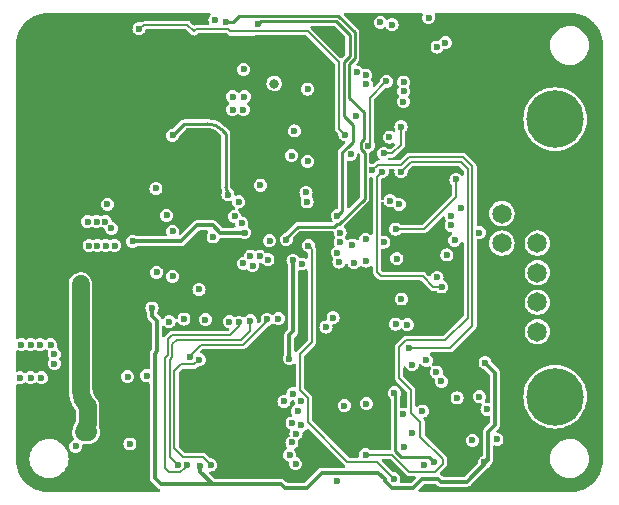
<source format=gbr>
G04 #@! TF.GenerationSoftware,KiCad,Pcbnew,7.0.10*
G04 #@! TF.CreationDate,2024-01-23T20:42:17+03:00*
G04 #@! TF.ProjectId,GPS_MODULE_V3.kicad_pro,4750535f-4d4f-4445-954c-455f56332e6b,rev?*
G04 #@! TF.SameCoordinates,Original*
G04 #@! TF.FileFunction,Copper,L2,Inr*
G04 #@! TF.FilePolarity,Positive*
%FSLAX46Y46*%
G04 Gerber Fmt 4.6, Leading zero omitted, Abs format (unit mm)*
G04 Created by KiCad (PCBNEW 7.0.10) date 2024-01-23 20:42:17*
%MOMM*%
%LPD*%
G01*
G04 APERTURE LIST*
G04 #@! TA.AperFunction,ComponentPad*
%ADD10C,1.650000*%
G04 #@! TD*
G04 #@! TA.AperFunction,ComponentPad*
%ADD11C,4.875000*%
G04 #@! TD*
G04 #@! TA.AperFunction,ViaPad*
%ADD12C,0.600000*%
G04 #@! TD*
G04 #@! TA.AperFunction,ViaPad*
%ADD13C,0.800000*%
G04 #@! TD*
G04 #@! TA.AperFunction,Conductor*
%ADD14C,0.250000*%
G04 #@! TD*
G04 #@! TA.AperFunction,Conductor*
%ADD15C,0.185623*%
G04 #@! TD*
G04 #@! TA.AperFunction,Conductor*
%ADD16C,0.200000*%
G04 #@! TD*
G04 #@! TA.AperFunction,Conductor*
%ADD17C,1.500000*%
G04 #@! TD*
G04 #@! TA.AperFunction,Conductor*
%ADD18C,0.350000*%
G04 #@! TD*
G04 APERTURE END LIST*
D10*
X264700000Y-80700000D03*
X264700000Y-83200000D03*
X264700000Y-85700000D03*
X264700000Y-88200000D03*
X264700000Y-90700000D03*
X264700000Y-93200000D03*
X267700000Y-80700000D03*
X267700000Y-83200000D03*
X267700000Y-85700000D03*
X267700000Y-88200000D03*
X267700000Y-90700000D03*
X267700000Y-93200000D03*
D11*
X269200000Y-98700000D03*
X269200000Y-75200000D03*
D12*
X253150000Y-85374008D03*
X252043550Y-85850848D03*
X228825000Y-98050000D03*
X229300000Y-101700000D03*
X229625000Y-100975000D03*
X229025000Y-89900000D03*
X229025000Y-89175000D03*
X231900000Y-85900000D03*
X231150000Y-85900000D03*
X230450000Y-85900000D03*
X229750000Y-85900000D03*
X231625000Y-84450000D03*
X231125000Y-83875000D03*
X230375000Y-83875000D03*
X229625000Y-83875000D03*
X226300000Y-66600000D03*
X227075000Y-66625000D03*
X227800000Y-66625000D03*
X227675000Y-79950000D03*
X228500000Y-79550000D03*
X230725000Y-79350000D03*
X229950000Y-79325000D03*
X229150000Y-79200000D03*
X232250000Y-78575000D03*
X231450000Y-78575000D03*
X230700000Y-78575000D03*
X229925000Y-78600000D03*
X229125000Y-78450000D03*
X228500000Y-78775000D03*
X227800000Y-79150000D03*
X227775000Y-78425000D03*
X225575000Y-79400000D03*
X224800000Y-79400000D03*
X227100000Y-79425000D03*
X226300000Y-79425000D03*
X223975000Y-79400000D03*
X227125000Y-78700000D03*
X224000000Y-78675000D03*
X226325000Y-78700000D03*
X225600000Y-78675000D03*
X224825000Y-78675000D03*
X227125000Y-78025000D03*
X226325000Y-78025000D03*
X225600000Y-78000000D03*
X224825000Y-78000000D03*
X224000000Y-78000000D03*
X228425000Y-78075000D03*
X235950000Y-76600000D03*
X236075000Y-75700000D03*
X234725000Y-76400000D03*
X232625000Y-77825000D03*
X231825000Y-77850000D03*
X232650000Y-77125000D03*
X231825000Y-77175000D03*
X233250000Y-76450000D03*
X232575000Y-76450000D03*
X231825000Y-76475000D03*
X231050000Y-77925000D03*
X229525000Y-77950000D03*
X230275000Y-77950000D03*
X231050000Y-77200000D03*
X230275000Y-77225000D03*
X229525000Y-77225000D03*
X231050000Y-76500000D03*
X230275000Y-76525000D03*
X229525000Y-76525000D03*
X229825000Y-75850000D03*
X230575000Y-75850000D03*
X231350000Y-75825000D03*
X232100000Y-75750000D03*
X232875000Y-75725000D03*
X235900000Y-74950000D03*
X234800000Y-74975000D03*
X234075000Y-74975000D03*
X233375000Y-75000000D03*
X232650000Y-75000000D03*
X231975000Y-74975000D03*
X231275000Y-75100000D03*
X230550000Y-75100000D03*
X229866603Y-75101152D03*
X229075000Y-75100000D03*
X237350000Y-72400000D03*
X237075000Y-71825000D03*
X236425000Y-73500000D03*
X236425000Y-74200000D03*
X236425000Y-72125000D03*
X236425000Y-72800000D03*
X235675000Y-74200000D03*
X235675000Y-72800000D03*
X235675000Y-72125000D03*
X235675000Y-73500000D03*
X234975000Y-74200000D03*
X234975000Y-72800000D03*
X234975000Y-72125000D03*
X234975000Y-73500000D03*
X231400000Y-74450000D03*
X230800000Y-74275000D03*
X231235894Y-73664456D03*
X230098276Y-74473732D03*
X232025000Y-74200000D03*
X232800000Y-74200000D03*
X233475000Y-74200000D03*
X234250000Y-74200000D03*
X233475000Y-73500000D03*
X234250000Y-73500000D03*
X234250000Y-72800000D03*
X233475000Y-72800000D03*
X234250000Y-72125000D03*
X233475000Y-72125000D03*
X234250000Y-71450000D03*
X233475000Y-71450000D03*
X235025000Y-71125000D03*
X235675000Y-71125000D03*
X236425000Y-71150000D03*
X239475000Y-71075000D03*
X238725000Y-71075000D03*
X238025000Y-71100000D03*
X237200000Y-71100000D03*
X239475000Y-70350000D03*
X238725000Y-70350000D03*
X238025000Y-70375000D03*
X237200000Y-70375000D03*
X236375000Y-70500000D03*
X235675000Y-70475000D03*
X234450000Y-70750000D03*
X235000000Y-70225000D03*
X234050000Y-70275000D03*
X233625000Y-70750000D03*
X232900000Y-70725000D03*
X232225000Y-70750000D03*
X231823123Y-70083342D03*
X232550000Y-70055311D03*
X233264212Y-70055311D03*
X230125000Y-72775000D03*
X229100000Y-70650000D03*
X229075000Y-69925000D03*
X229775000Y-70300000D03*
X230612956Y-69587419D03*
X229750000Y-69575000D03*
X228750000Y-69225000D03*
X228175000Y-70250000D03*
X228135947Y-69530764D03*
X228135947Y-68780764D03*
X230894236Y-68885947D03*
X230144236Y-68885947D03*
X229425000Y-68775000D03*
X233100000Y-68869689D03*
X240350000Y-68192811D03*
X239450000Y-69050000D03*
X238725000Y-69075000D03*
X238050000Y-69050000D03*
X237350000Y-69075000D03*
X236700000Y-69075000D03*
X238475000Y-68350000D03*
X237750000Y-68400000D03*
X237350000Y-67800000D03*
X236625000Y-67800000D03*
X235700000Y-67800000D03*
X234925000Y-67800000D03*
X233975000Y-67550000D03*
X228850000Y-77525000D03*
X227925000Y-77525000D03*
X228850000Y-76850000D03*
X227925000Y-76850000D03*
X228875000Y-76125000D03*
X228450000Y-75350000D03*
X227700000Y-75400000D03*
X227562502Y-74492811D03*
X229325000Y-74492811D03*
X228425000Y-74492811D03*
X238825000Y-66550000D03*
X238050000Y-66525000D03*
X236625000Y-66525000D03*
X237300000Y-66500000D03*
X236950000Y-68400000D03*
X235825000Y-66500000D03*
X235050000Y-66525000D03*
X236250000Y-68425000D03*
X235475000Y-68475000D03*
X234800000Y-68525000D03*
X233925000Y-66550000D03*
X233150000Y-67925000D03*
X233150000Y-66550000D03*
X233175000Y-67225000D03*
X232425000Y-66550000D03*
X232450000Y-67225000D03*
X232425000Y-67925000D03*
X231750000Y-66550000D03*
X232350000Y-68869689D03*
X231750000Y-67925000D03*
X231775000Y-67225000D03*
X231000000Y-66550000D03*
X231630764Y-68908742D03*
X231000000Y-67925000D03*
X231025000Y-67225000D03*
X230300000Y-66550000D03*
X230300000Y-67925000D03*
X230325000Y-67225000D03*
X229625000Y-67925000D03*
X230282189Y-71975000D03*
X229650000Y-67225000D03*
X229625000Y-66550000D03*
X228900000Y-66550000D03*
X228925000Y-67225000D03*
X228900000Y-67925000D03*
X228900000Y-71325000D03*
X228575000Y-72575000D03*
X228350000Y-73250000D03*
X227950000Y-76125000D03*
X227562502Y-73307189D03*
X227000000Y-75400000D03*
X225400000Y-75400000D03*
X224600000Y-75400000D03*
X223850000Y-75400000D03*
X226200000Y-75400000D03*
X227400000Y-67200000D03*
X226600000Y-67200000D03*
X225000000Y-67200000D03*
X225800000Y-67200000D03*
X228200000Y-67200000D03*
X225800000Y-68000000D03*
X228200000Y-68000000D03*
X224200000Y-68000000D03*
X227400000Y-68000000D03*
X226600000Y-68000000D03*
X225000000Y-68000000D03*
X225000000Y-68800000D03*
X225800000Y-68800000D03*
X227400000Y-68800000D03*
X226600000Y-68800000D03*
X224200000Y-68800000D03*
X224200000Y-69600000D03*
X225000000Y-69600000D03*
X225800000Y-69600000D03*
X226600000Y-69600000D03*
X227400000Y-69600000D03*
X228200000Y-71200000D03*
X228000000Y-71900000D03*
X227800000Y-72600000D03*
X227000000Y-72600000D03*
X226200000Y-72600000D03*
X225400000Y-72600000D03*
X224600000Y-72600000D03*
X223850000Y-72600000D03*
X241500000Y-81600000D03*
X225700000Y-97100000D03*
X223900000Y-97100000D03*
X224800000Y-97100000D03*
X226800000Y-95900000D03*
X226800000Y-95100000D03*
X226500000Y-94300000D03*
X225600000Y-94300000D03*
X224800000Y-94300000D03*
X224000000Y-94300000D03*
X241900000Y-74400000D03*
X242900000Y-73300000D03*
X241900000Y-73300000D03*
X242800000Y-74400000D03*
X230500000Y-97100000D03*
X239050002Y-89600000D03*
X256392500Y-72056439D03*
X266400000Y-77200000D03*
X265800000Y-77875000D03*
X267200000Y-77875000D03*
X266400000Y-76500000D03*
X266500000Y-77875000D03*
X264200000Y-77900000D03*
X265000000Y-77900000D03*
X268200000Y-78575000D03*
X267400000Y-78575000D03*
X266700000Y-78575000D03*
X266000000Y-78575000D03*
X262600000Y-77500000D03*
X261400000Y-77700000D03*
X260700000Y-77600000D03*
X259800000Y-77600000D03*
X263700000Y-77300000D03*
X264300000Y-77000000D03*
X265000000Y-77200000D03*
X265700000Y-77000000D03*
X265700000Y-76300000D03*
X265000000Y-76300000D03*
X264300000Y-76300000D03*
X263700000Y-76600000D03*
X262200000Y-76900000D03*
X263000000Y-76800000D03*
X260700000Y-76900000D03*
X261400000Y-76900000D03*
X259800000Y-76900000D03*
X268200000Y-69000000D03*
X268100000Y-71600000D03*
X267400000Y-72400000D03*
X267400000Y-71600000D03*
X268100000Y-70600000D03*
X268100000Y-69700000D03*
X272500000Y-69600000D03*
X272500000Y-68400000D03*
X272000000Y-67500000D03*
X271000000Y-66800000D03*
X270000000Y-66800000D03*
X269200000Y-66800000D03*
X268400000Y-67500000D03*
X268400000Y-66800000D03*
X268400000Y-68200000D03*
X267500000Y-69300000D03*
X267600000Y-67500000D03*
X267600000Y-66800000D03*
X267600000Y-68200000D03*
X266700000Y-71300000D03*
X266700000Y-72000000D03*
X266700000Y-72800000D03*
X266600000Y-73500000D03*
X266300000Y-74200000D03*
X266200000Y-75000000D03*
X266000000Y-75700000D03*
X265200000Y-75700000D03*
X265400000Y-75000000D03*
X265600000Y-74300000D03*
X265900000Y-73600000D03*
X265900000Y-72900000D03*
X265900000Y-72200000D03*
X265900000Y-71500000D03*
X265900000Y-70800000D03*
X265900000Y-70100000D03*
X266900000Y-68900000D03*
X266800000Y-68200000D03*
X266800000Y-67500000D03*
X266800000Y-66800000D03*
X263800000Y-68174998D03*
X264700000Y-68174998D03*
X264700000Y-67500000D03*
X263800000Y-67500000D03*
X264700000Y-66800000D03*
X263800000Y-66800000D03*
X261000000Y-68400000D03*
X261000000Y-67800000D03*
X261000000Y-67100000D03*
X261300000Y-66500000D03*
X261700000Y-67100000D03*
X261700000Y-67800000D03*
X261700000Y-68500000D03*
X262100000Y-69200000D03*
X261400000Y-69200000D03*
X260700000Y-69200000D03*
X259906022Y-68723781D03*
X259200003Y-69100000D03*
X258500000Y-66600000D03*
X263000000Y-70300000D03*
X262400000Y-71400000D03*
X262400000Y-70600000D03*
X262400000Y-69800000D03*
X261000000Y-69900000D03*
X259500000Y-69900000D03*
X260300000Y-69900000D03*
X261700000Y-69900000D03*
X261000000Y-70700000D03*
X259500000Y-70700000D03*
X260300000Y-70700000D03*
X261700000Y-70700000D03*
X260300000Y-71400000D03*
X259500000Y-71400000D03*
X261700000Y-71400000D03*
X261000000Y-71400000D03*
X261700000Y-72100000D03*
X259500000Y-72100000D03*
X261000000Y-72100000D03*
X260300000Y-72100000D03*
X260300000Y-72800000D03*
X259500000Y-72800000D03*
X261000000Y-72800000D03*
X261700000Y-72800000D03*
X261000000Y-73500000D03*
X261700000Y-73500000D03*
X260300000Y-73500000D03*
X259500000Y-73500000D03*
X259500000Y-74200000D03*
X260300000Y-74200000D03*
X261000000Y-74200000D03*
X261700000Y-74200000D03*
X262400000Y-74200000D03*
X262600000Y-73500000D03*
X262600000Y-72800000D03*
X262600000Y-72100000D03*
X263400000Y-72100000D03*
X263400000Y-72800000D03*
X263400000Y-73500000D03*
X263600000Y-74200000D03*
X263000000Y-74700000D03*
X262200000Y-74900000D03*
X261400000Y-74900000D03*
X260700000Y-74900000D03*
X259800000Y-74900000D03*
X259800000Y-76200000D03*
X260700000Y-76200000D03*
X261400000Y-76200000D03*
X262200000Y-76200000D03*
X263000000Y-76100000D03*
X263700000Y-75900000D03*
X264400000Y-75600000D03*
X264700000Y-75000000D03*
X251400000Y-76500000D03*
X244020000Y-68349998D03*
X235400000Y-75400000D03*
X235400000Y-77100000D03*
X240700000Y-76800000D03*
X240600000Y-77900000D03*
X236303380Y-83351909D03*
X247200000Y-77400000D03*
X246432821Y-85399231D03*
X241300000Y-67000000D03*
X244030000Y-67164376D03*
X236000000Y-77800000D03*
X233300000Y-83000000D03*
X242100000Y-77300000D03*
X245710000Y-74870000D03*
X248000000Y-86702274D03*
X258400000Y-69100000D03*
X267500000Y-70100000D03*
X243700000Y-79700000D03*
X244000000Y-71800000D03*
X226600000Y-88200000D03*
X234025000Y-91375000D03*
X266700000Y-70500000D03*
X246400000Y-77500000D03*
X254530000Y-91800000D03*
X265200000Y-78600000D03*
X242400000Y-71800000D03*
X244400000Y-71200000D03*
X253100000Y-100700000D03*
X248100000Y-80600000D03*
X264840846Y-74286980D03*
X247948454Y-93795103D03*
X253400000Y-100100000D03*
X265095000Y-71402083D03*
X267400000Y-70800000D03*
X256300000Y-98900000D03*
X241200000Y-71200000D03*
X234900000Y-78000000D03*
X265400000Y-69300000D03*
X261900000Y-100600000D03*
X225100000Y-99900000D03*
X237100000Y-81600000D03*
X247829493Y-103850984D03*
X253167895Y-83382111D03*
X252702054Y-95641102D03*
X241080000Y-104400000D03*
X240798426Y-71876383D03*
X242100000Y-78200000D03*
X224200000Y-101000000D03*
X234300000Y-101000000D03*
X256320540Y-105770308D03*
X227975000Y-88050000D03*
X241600000Y-71800000D03*
X263299998Y-69400000D03*
X265095952Y-73623977D03*
X262000000Y-78000000D03*
X227300000Y-100700000D03*
X263700000Y-78400000D03*
X252000000Y-66600000D03*
X265000000Y-70700000D03*
X262600000Y-78300000D03*
X242000000Y-71200000D03*
X234850000Y-94200000D03*
D13*
X245140369Y-73152966D03*
D12*
X224700000Y-90800000D03*
X239600000Y-87800000D03*
X234400000Y-75700000D03*
X263100000Y-78825000D03*
X265118999Y-72110082D03*
X248800000Y-71500000D03*
X233100000Y-91650000D03*
X248775000Y-98275000D03*
X240100000Y-72000000D03*
X240500000Y-71200000D03*
X233250000Y-101000000D03*
X251900000Y-79500000D03*
X243600000Y-71200000D03*
X226000000Y-99100000D03*
X242100000Y-76400000D03*
X243200000Y-71800000D03*
X263707189Y-70225002D03*
X266900000Y-69800000D03*
X235400000Y-76200000D03*
X233200000Y-88000000D03*
X265168578Y-70062863D03*
X231700000Y-103200000D03*
X250916046Y-68045221D03*
X241280000Y-68192811D03*
X242100000Y-79300000D03*
X233625000Y-75725000D03*
X237350768Y-77177735D03*
X266300000Y-69300000D03*
X272600000Y-72900000D03*
X263200000Y-77900000D03*
X247000000Y-96300000D03*
X228500000Y-103900000D03*
X258575000Y-100600000D03*
X231100000Y-88000000D03*
X245688357Y-87236002D03*
X265049377Y-72879739D03*
X264400000Y-78600000D03*
X259093412Y-92503021D03*
X247110000Y-76190000D03*
X254922500Y-72000000D03*
X247700000Y-99100000D03*
X248250000Y-72650000D03*
X247225000Y-104375000D03*
X248250000Y-78780000D03*
X264273858Y-102305000D03*
X244240000Y-80790000D03*
X256300000Y-100200000D03*
X257100325Y-95989727D03*
X247005216Y-87153057D03*
X246700000Y-95481372D03*
X262200000Y-102400000D03*
X242400000Y-82200000D03*
X251899138Y-78170070D03*
X253398499Y-77442422D03*
X258300000Y-95626708D03*
X256000000Y-82400000D03*
X250775000Y-83370535D03*
X255800000Y-87000000D03*
X256700000Y-92600000D03*
X243400000Y-86800000D03*
X243600000Y-87600000D03*
X242800000Y-87400000D03*
X244200000Y-86800000D03*
X244900000Y-87100000D03*
X260800000Y-80300000D03*
X255700000Y-84500000D03*
X256392500Y-72856442D03*
X236811765Y-84686765D03*
X255400000Y-67200000D03*
X253204530Y-72253727D03*
X236825000Y-88500000D03*
X242652435Y-84000964D03*
X235462500Y-88162500D03*
X254400000Y-67000000D03*
X242077637Y-83426167D03*
X253158949Y-71452983D03*
X260900000Y-98800000D03*
X262800000Y-98700000D03*
X245025416Y-85500000D03*
X246900000Y-78300000D03*
X253728310Y-79547370D03*
X256800000Y-94600000D03*
X263200000Y-104255000D03*
X255600000Y-98371320D03*
X258962125Y-104255000D03*
X263274265Y-95825735D03*
X255175735Y-76724265D03*
X239164265Y-104569998D03*
X235070799Y-91189352D03*
X259600000Y-89400000D03*
X254560859Y-79650811D03*
X259200000Y-88600000D03*
X263425000Y-99758058D03*
X255533041Y-105625564D03*
X248300000Y-85900000D03*
X250700000Y-105800000D03*
X258100000Y-104450000D03*
X262800000Y-84800000D03*
X249800000Y-92800000D03*
X247704660Y-101136381D03*
X253149998Y-103600000D03*
X256150000Y-79654981D03*
X257100000Y-101810000D03*
X246931372Y-100931372D03*
X233200000Y-102700000D03*
X228600000Y-102900000D03*
X256407766Y-102925616D03*
X247398530Y-99898528D03*
X255700000Y-92550000D03*
X246919385Y-102576387D03*
X256187648Y-90419998D03*
X246722151Y-103622151D03*
X260035234Y-86691036D03*
X260706815Y-85450003D03*
X253216226Y-99292050D03*
X251360033Y-99460033D03*
X257962500Y-99900000D03*
X259149480Y-96600995D03*
X260400000Y-84200003D03*
X259575000Y-97400000D03*
X260400000Y-83400000D03*
X250404163Y-92010000D03*
X254700000Y-85610049D03*
X247262368Y-101816513D03*
X246245966Y-99102563D03*
X247000000Y-98450000D03*
X261200000Y-82700000D03*
X251000000Y-84800000D03*
X248111850Y-81404868D03*
X248200000Y-82200000D03*
X233425000Y-85550000D03*
X242925000Y-84800000D03*
X240400000Y-66800000D03*
X244815533Y-92156894D03*
X238296384Y-95371384D03*
X252175000Y-87352371D03*
X237234999Y-104450098D03*
X243400000Y-92270000D03*
X253191176Y-87208826D03*
X238035001Y-104449968D03*
X242450000Y-92400000D03*
X251000000Y-85600000D03*
X239600000Y-92169998D03*
X247744069Y-87459815D03*
X239074821Y-95555883D03*
X241625000Y-92350000D03*
X240051765Y-104473235D03*
X237775000Y-92125000D03*
X250759001Y-86509612D03*
X236525000Y-92344369D03*
X233000000Y-97000000D03*
X250903554Y-87296446D03*
X234625000Y-96925000D03*
X256150000Y-75825000D03*
X254696986Y-78097990D03*
X231300000Y-82400000D03*
X236818497Y-76580498D03*
X245775000Y-92100000D03*
X252349999Y-74900000D03*
X255224002Y-82105536D03*
X240248290Y-85169413D03*
D13*
X245410000Y-72190000D03*
D12*
X242830779Y-70980222D03*
X256342548Y-73727268D03*
X235400000Y-81050000D03*
X252400000Y-71200000D03*
D14*
X246432821Y-85283295D02*
X246432821Y-85399231D01*
X247416116Y-84300000D02*
X246432821Y-85283295D01*
X250700000Y-84100000D02*
X250500000Y-84300000D01*
X250929419Y-84100000D02*
X250700000Y-84100000D01*
X253100000Y-81929419D02*
X250929419Y-84100000D01*
X253100000Y-78027807D02*
X253100000Y-81929419D01*
X252773499Y-77701306D02*
X253100000Y-78027807D01*
X253000000Y-76900000D02*
X252773499Y-77126501D01*
X253000000Y-74625000D02*
X253000000Y-76900000D01*
X251775000Y-73400000D02*
X253000000Y-74625000D01*
X252250000Y-70050000D02*
X251775000Y-70525000D01*
X251775000Y-70525000D02*
X251775000Y-73400000D01*
X250500000Y-84300000D02*
X247416116Y-84300000D01*
X241900000Y-67000000D02*
X242475000Y-66425000D01*
X241300000Y-67000000D02*
X241900000Y-67000000D01*
X242475000Y-66425000D02*
X250825000Y-66425000D01*
X252773499Y-77126501D02*
X252773499Y-77701306D01*
X250825000Y-66425000D02*
X252250000Y-67850000D01*
X252250000Y-67850000D02*
X252250000Y-70050000D01*
X251200000Y-82945535D02*
X250775000Y-83370535D01*
X251200000Y-77985324D02*
X251200000Y-82945535D01*
X252100000Y-77100000D02*
X251654930Y-77545070D01*
X252100000Y-75700000D02*
X252100000Y-77100000D01*
X251325000Y-74925000D02*
X252100000Y-75700000D01*
X251325000Y-70338604D02*
X251325000Y-74925000D01*
X244269376Y-66925000D02*
X250688604Y-66925000D01*
X250688604Y-66925000D02*
X251800000Y-68036396D01*
X251654930Y-77545070D02*
X251640254Y-77545070D01*
X251800000Y-69863604D02*
X251325000Y-70338604D01*
X244030000Y-67164376D02*
X244269376Y-66925000D01*
X251640254Y-77545070D02*
X251200000Y-77985324D01*
X251800000Y-68036396D02*
X251800000Y-69863604D01*
D15*
X250900000Y-76000000D02*
X251400000Y-76500000D01*
X250900000Y-70392811D02*
X250900000Y-76000000D01*
X248264376Y-67757187D02*
X250900000Y-70392811D01*
X243818825Y-67757187D02*
X248264376Y-67757187D01*
X243801012Y-67775000D02*
X243818825Y-67757187D01*
X241700551Y-67775000D02*
X243801012Y-67775000D01*
X241525551Y-67600000D02*
X241700551Y-67775000D01*
X238800000Y-67600000D02*
X241525551Y-67600000D01*
X238625000Y-67775000D02*
X238800000Y-67600000D01*
X234716862Y-67195614D02*
X234836630Y-67193101D01*
X238043101Y-67193101D02*
X238625000Y-67775000D01*
X234260626Y-67334004D02*
X234481929Y-67242340D01*
X234061458Y-67467081D02*
X234260626Y-67334004D01*
X233975000Y-67550000D02*
X234061458Y-67467081D01*
X234481929Y-67242340D02*
X234716862Y-67195614D01*
X234836630Y-67193101D02*
X238043101Y-67193101D01*
D16*
X255402010Y-78097990D02*
X254696986Y-78097990D01*
X256150000Y-75825000D02*
X256150000Y-77350000D01*
X256150000Y-77350000D02*
X255402010Y-78097990D01*
D17*
X229300000Y-101700000D02*
X229625000Y-101639645D01*
X229625000Y-100975000D02*
X229625000Y-99525000D01*
X229624982Y-101639645D02*
G75*
G03*
X229650000Y-101700000I85418J45D01*
G01*
X229025012Y-98076472D02*
G75*
G03*
X229625000Y-99525000I2048488J-28D01*
G01*
X229025000Y-98076472D02*
X229025000Y-89175000D01*
X229625000Y-100975000D02*
X229300000Y-101700000D01*
D14*
X241500000Y-81339747D02*
X241500000Y-81600000D01*
X241367605Y-81207352D02*
X241500000Y-81339747D01*
X241325000Y-76425000D02*
X241325000Y-80977513D01*
X241000000Y-76100000D02*
X241325000Y-76425000D01*
X241325003Y-80977513D02*
G75*
G03*
X241367606Y-81207352I690997J9213D01*
G01*
X241000002Y-76099998D02*
G75*
G03*
X239792894Y-75600000I-1207102J-1207102D01*
G01*
X236818497Y-76580498D02*
X237798995Y-75600000D01*
X237798995Y-75600000D02*
X239792894Y-75600000D01*
D18*
X235800000Y-106100000D02*
X240050000Y-106100000D01*
X235300000Y-105600000D02*
X235800000Y-106100000D01*
X235300000Y-95048246D02*
X235300000Y-105600000D01*
X235525000Y-93920405D02*
X235525000Y-94823246D01*
X235475000Y-93870405D02*
X235525000Y-93920405D01*
X235525000Y-94823246D02*
X235300000Y-95048246D01*
X235070799Y-91189352D02*
X235070799Y-91844763D01*
X235070799Y-91844763D02*
X235475000Y-92248964D01*
X235475000Y-92248964D02*
X235475000Y-93870405D01*
X237550000Y-85550000D02*
X233425000Y-85550000D01*
X238900000Y-84200000D02*
X237550000Y-85550000D01*
X240233473Y-84200000D02*
X238900000Y-84200000D01*
X240833473Y-84800000D02*
X240233473Y-84200000D01*
X242925000Y-84800000D02*
X240833473Y-84800000D01*
D16*
X253500000Y-73422500D02*
X254922500Y-72000000D01*
X253500000Y-77340921D02*
X253500000Y-73422500D01*
X253398499Y-77442422D02*
X253500000Y-77340921D01*
D18*
X247005216Y-93169784D02*
X246700000Y-93475000D01*
X247005216Y-87153057D02*
X247005216Y-93169784D01*
X246700000Y-93475000D02*
X246700000Y-95481372D01*
D16*
X258100000Y-84500000D02*
X259800000Y-82800000D01*
X259800000Y-82800000D02*
X260800000Y-81800000D01*
X260800000Y-80800000D02*
X260800000Y-80300000D01*
X260800000Y-81800000D02*
X260800000Y-80800000D01*
X255700000Y-84500000D02*
X258100000Y-84500000D01*
X261400000Y-78400000D02*
X262200000Y-79200000D01*
X256188484Y-79050811D02*
X256839295Y-78400000D01*
X262200000Y-79200000D02*
X262200000Y-92700000D01*
X262200000Y-92700000D02*
X260300000Y-94600000D01*
X260300000Y-94600000D02*
X256800000Y-94600000D01*
X256839295Y-78400000D02*
X261400000Y-78400000D01*
X254224869Y-79050811D02*
X256188484Y-79050811D01*
X253728310Y-79547370D02*
X254224869Y-79050811D01*
D18*
X249475000Y-105125000D02*
X254225000Y-105125000D01*
X240050000Y-105925000D02*
X240050000Y-106100000D01*
X259510405Y-105898183D02*
X259310405Y-105698183D01*
X246300000Y-106400000D02*
X248200000Y-106400000D01*
D14*
X258507125Y-103800000D02*
X256175000Y-103800000D01*
D18*
X259310405Y-105698183D02*
X257900000Y-105698183D01*
X263500000Y-103955000D02*
X263200000Y-104255000D01*
X264100000Y-101100000D02*
X263500000Y-101700000D01*
X263500000Y-103700000D02*
X263500000Y-103955000D01*
X254800000Y-105700000D02*
X254800000Y-105847118D01*
X254225000Y-105125000D02*
X254800000Y-105700000D01*
D14*
X255675000Y-98446320D02*
X255600000Y-98371320D01*
D18*
X255398190Y-106445308D02*
X257152875Y-106445308D01*
D14*
X256175000Y-103800000D02*
X255675000Y-103300000D01*
D18*
X263500000Y-101700000D02*
X263500000Y-103700000D01*
X263500000Y-103700000D02*
X263500000Y-104100000D01*
X239164265Y-105039265D02*
X240050000Y-105925000D01*
X246000000Y-106100000D02*
X246300000Y-106400000D01*
X248200000Y-106400000D02*
X249475000Y-105125000D01*
X240050000Y-106100000D02*
X246000000Y-106100000D01*
X264100000Y-96651470D02*
X264100000Y-101100000D01*
X261701817Y-105898183D02*
X259510405Y-105898183D01*
X257152875Y-106445308D02*
X257900000Y-105698183D01*
X263500000Y-104100000D02*
X261701817Y-105898183D01*
X263274265Y-95825735D02*
X264100000Y-96651470D01*
X254800000Y-105847118D02*
X255398190Y-106445308D01*
D14*
X258962125Y-104255000D02*
X258507125Y-103800000D01*
X255675000Y-103300000D02*
X255675000Y-98446320D01*
D18*
X239164265Y-104569998D02*
X239164265Y-105039265D01*
D16*
X254560859Y-79650811D02*
X254100000Y-80111670D01*
X254100000Y-88100000D02*
X254500000Y-88500000D01*
X258900000Y-89400000D02*
X259600000Y-89400000D01*
X254100000Y-80111670D02*
X254100000Y-88100000D01*
X254500000Y-88500000D02*
X258000000Y-88500000D01*
X258000000Y-88500000D02*
X258900000Y-89400000D01*
X251616808Y-104200000D02*
X248300000Y-100883192D01*
X247575000Y-98126471D02*
X247575000Y-97750000D01*
X248600000Y-86200000D02*
X248300000Y-85900000D01*
X247600000Y-97725000D02*
X247600000Y-95100000D01*
X255533041Y-105625564D02*
X254107477Y-104200000D01*
X254107477Y-104200000D02*
X251616808Y-104200000D01*
X247575000Y-97750000D02*
X247600000Y-97725000D01*
X248600000Y-94100000D02*
X248600000Y-86200000D01*
X247600000Y-95100000D02*
X248600000Y-94100000D01*
X248300000Y-100883192D02*
X248300000Y-98851471D01*
X248300000Y-98851471D02*
X247575000Y-98126471D01*
X259015654Y-105050000D02*
X256823960Y-105050000D01*
X257800000Y-100851471D02*
X257800000Y-102100000D01*
X257800000Y-102100000D02*
X259706471Y-104006471D01*
X259706471Y-104359183D02*
X259015654Y-105050000D01*
X255373960Y-103600000D02*
X253149998Y-103600000D01*
X257000000Y-100051471D02*
X257800000Y-100851471D01*
X261800000Y-79400000D02*
X261800000Y-92000000D01*
X259706471Y-104006471D02*
X259706471Y-104359183D01*
X257000000Y-98100000D02*
X257000000Y-100051471D01*
X256600000Y-93900000D02*
X256000000Y-94500000D01*
X257004981Y-78800000D02*
X261200000Y-78800000D01*
X256150000Y-79654981D02*
X257004981Y-78800000D01*
X256000000Y-97100000D02*
X257000000Y-98100000D01*
X261200000Y-78800000D02*
X261800000Y-79400000D01*
X256000000Y-94500000D02*
X256000000Y-97100000D01*
X259900000Y-93900000D02*
X256600000Y-93900000D01*
X261800000Y-92000000D02*
X259900000Y-93900000D01*
X256823960Y-105050000D02*
X255373960Y-103600000D01*
X242790685Y-94300000D02*
X244815533Y-92275153D01*
X244815533Y-92275153D02*
X244815533Y-92156894D01*
X239225000Y-94300000D02*
X242790685Y-94300000D01*
X238296384Y-95371384D02*
X238296384Y-95228616D01*
X238296384Y-95228616D02*
X239225000Y-94300000D01*
X236800000Y-95351367D02*
X236800000Y-94250000D01*
X243400000Y-93125000D02*
X243400000Y-92270000D01*
X236800000Y-94250000D02*
X237150000Y-93900000D01*
X236575000Y-95576368D02*
X236800000Y-95351367D01*
X237150000Y-93900000D02*
X242625000Y-93900000D01*
X237234999Y-104450098D02*
X236575000Y-103790099D01*
X242625000Y-93900000D02*
X243400000Y-93125000D01*
X236575000Y-103790099D02*
X236575000Y-95576368D01*
X237834999Y-104649970D02*
X237834999Y-104698627D01*
X237834999Y-104698627D02*
X237433626Y-105100000D01*
X241700000Y-93500000D02*
X242450000Y-92750000D01*
X237433626Y-105100000D02*
X236540686Y-105100000D01*
X236175000Y-104734314D02*
X236175000Y-95410682D01*
X236540686Y-105100000D02*
X236175000Y-104734314D01*
X236400000Y-93840686D02*
X236740686Y-93500000D01*
X236175000Y-95410682D02*
X236400000Y-95185682D01*
X238035001Y-104449968D02*
X237834999Y-104649970D01*
X236740686Y-93500000D02*
X241700000Y-93500000D01*
X236400000Y-95185682D02*
X236400000Y-93840686D01*
X242450000Y-92750000D02*
X242450000Y-92400000D01*
X236975000Y-96500000D02*
X237503616Y-95971384D01*
X240051765Y-104473235D02*
X239378530Y-103800000D01*
X237503616Y-95971384D02*
X238659320Y-95971384D01*
X236975000Y-103075000D02*
X236975000Y-96500000D01*
X237700000Y-103800000D02*
X236975000Y-103075000D01*
X239378530Y-103800000D02*
X237700000Y-103800000D01*
X238659320Y-95971384D02*
X239074821Y-95555883D01*
G04 #@! TA.AperFunction,Conductor*
G36*
X239981935Y-66220185D02*
G01*
X240027690Y-66272989D01*
X240037634Y-66342147D01*
X240011187Y-66400057D01*
X240012327Y-66400932D01*
X240007381Y-66407377D01*
X240007379Y-66407379D01*
X239963035Y-66465169D01*
X239919137Y-66522377D01*
X239863671Y-66656287D01*
X239863670Y-66656291D01*
X239846373Y-66787676D01*
X239844750Y-66800000D01*
X239857069Y-66893574D01*
X239863670Y-66943708D01*
X239863671Y-66943712D01*
X239922249Y-67085134D01*
X239919028Y-67086467D01*
X239931586Y-67139011D01*
X239908509Y-67204960D01*
X239853441Y-67247963D01*
X239807747Y-67256689D01*
X238820396Y-67256689D01*
X238809588Y-67256217D01*
X238769617Y-67252719D01*
X238730851Y-67263106D01*
X238720299Y-67265445D01*
X238682425Y-67272125D01*
X238612985Y-67264384D01*
X238573206Y-67237691D01*
X238300283Y-66964768D01*
X238292975Y-66956793D01*
X238282499Y-66944308D01*
X238267181Y-66926053D01*
X238232424Y-66905986D01*
X238223301Y-66900174D01*
X238214576Y-66894065D01*
X238190428Y-66877156D01*
X238190427Y-66877155D01*
X238190425Y-66877154D01*
X238187764Y-66875913D01*
X238165104Y-66866526D01*
X238162335Y-66865519D01*
X238162333Y-66865518D01*
X238162332Y-66865518D01*
X238122805Y-66858548D01*
X238112247Y-66856207D01*
X238073483Y-66845820D01*
X238037878Y-66848935D01*
X238033507Y-66849318D01*
X238022703Y-66849790D01*
X234871926Y-66849790D01*
X234863715Y-66849518D01*
X234859456Y-66849235D01*
X234834296Y-66849763D01*
X234831697Y-66849790D01*
X234806595Y-66849790D01*
X234806589Y-66849791D01*
X234802359Y-66850161D01*
X234794150Y-66850605D01*
X234780863Y-66850883D01*
X234780214Y-66850841D01*
X234709408Y-66852384D01*
X234709312Y-66852386D01*
X234705961Y-66852456D01*
X234679632Y-66853009D01*
X234679631Y-66853009D01*
X234679590Y-66853010D01*
X234679379Y-66853033D01*
X234649298Y-66859015D01*
X234649206Y-66859033D01*
X234580659Y-66872608D01*
X234580020Y-66872794D01*
X234484162Y-66891859D01*
X234467745Y-66893838D01*
X234412655Y-66906051D01*
X234410012Y-66906607D01*
X234385498Y-66911483D01*
X234381898Y-66912531D01*
X234378302Y-66913666D01*
X234355279Y-66923202D01*
X234352774Y-66924208D01*
X234300112Y-66944686D01*
X234285359Y-66952162D01*
X234194438Y-66989822D01*
X234178729Y-66994965D01*
X234163921Y-67001480D01*
X234097803Y-67010917D01*
X233975002Y-66994750D01*
X233974999Y-66994750D01*
X233831291Y-67013670D01*
X233831287Y-67013671D01*
X233697377Y-67069137D01*
X233582379Y-67157379D01*
X233494137Y-67272377D01*
X233438671Y-67406287D01*
X233438670Y-67406291D01*
X233421022Y-67540342D01*
X233419750Y-67550000D01*
X233436978Y-67680861D01*
X233438670Y-67693708D01*
X233438671Y-67693712D01*
X233494137Y-67827622D01*
X233494138Y-67827624D01*
X233494139Y-67827625D01*
X233582379Y-67942621D01*
X233697375Y-68030861D01*
X233697376Y-68030861D01*
X233697377Y-68030862D01*
X233724378Y-68042046D01*
X233831291Y-68086330D01*
X233958280Y-68103048D01*
X233974999Y-68105250D01*
X233975000Y-68105250D01*
X233975001Y-68105250D01*
X233989977Y-68103278D01*
X234118709Y-68086330D01*
X234252625Y-68030861D01*
X234367621Y-67942621D01*
X234455861Y-67827625D01*
X234511330Y-67693709D01*
X234514221Y-67671744D01*
X234542486Y-67607849D01*
X234600810Y-67569377D01*
X234612962Y-67566313D01*
X234743546Y-67540341D01*
X234765126Y-67537987D01*
X234835321Y-67536514D01*
X234838934Y-67536439D01*
X234841534Y-67536412D01*
X237849535Y-67536412D01*
X237916574Y-67556097D01*
X237937216Y-67572731D01*
X238339438Y-67974953D01*
X238395346Y-68030861D01*
X238425047Y-68060562D01*
X238442857Y-68068867D01*
X238461578Y-68079675D01*
X238477672Y-68090945D01*
X238496654Y-68096031D01*
X238516957Y-68103420D01*
X238534773Y-68111728D01*
X238553524Y-68113368D01*
X238554343Y-68113440D01*
X238575634Y-68117194D01*
X238586791Y-68120183D01*
X238594617Y-68122280D01*
X238614191Y-68120567D01*
X238635810Y-68120567D01*
X238655383Y-68122280D01*
X238655383Y-68122279D01*
X238655385Y-68122280D01*
X238674362Y-68117195D01*
X238695642Y-68113441D01*
X238715226Y-68111729D01*
X238733040Y-68103421D01*
X238753349Y-68096029D01*
X238772327Y-68090945D01*
X238788422Y-68079674D01*
X238807133Y-68068871D01*
X238824953Y-68060562D01*
X238905885Y-67979630D01*
X238967208Y-67946145D01*
X238993566Y-67943311D01*
X241331985Y-67943311D01*
X241399024Y-67962996D01*
X241419666Y-67979630D01*
X241443367Y-68003331D01*
X241450676Y-68011307D01*
X241476467Y-68042044D01*
X241476468Y-68042044D01*
X241476471Y-68042048D01*
X241508539Y-68060562D01*
X241511224Y-68062112D01*
X241520346Y-68067924D01*
X241553222Y-68090944D01*
X241555912Y-68092198D01*
X241578537Y-68101569D01*
X241581316Y-68102581D01*
X241581320Y-68102583D01*
X241620866Y-68109555D01*
X241631382Y-68111886D01*
X241670168Y-68122280D01*
X241710144Y-68118782D01*
X241720949Y-68118311D01*
X243780617Y-68118311D01*
X243791423Y-68118782D01*
X243831395Y-68122280D01*
X243870175Y-68111888D01*
X243880704Y-68109554D01*
X243908211Y-68104704D01*
X243921391Y-68102381D01*
X243942918Y-68100498D01*
X248070810Y-68100498D01*
X248137849Y-68120183D01*
X248158491Y-68136817D01*
X250520370Y-70498696D01*
X250553855Y-70560019D01*
X250556689Y-70586377D01*
X250556689Y-75979604D01*
X250556217Y-75990412D01*
X250552719Y-76030382D01*
X250563106Y-76069145D01*
X250565447Y-76079704D01*
X250572417Y-76119233D01*
X250573425Y-76122003D01*
X250582812Y-76144663D01*
X250584053Y-76147324D01*
X250584054Y-76147326D01*
X250584055Y-76147327D01*
X250596820Y-76165558D01*
X250607073Y-76180200D01*
X250612885Y-76189323D01*
X250632952Y-76224080D01*
X250656754Y-76244053D01*
X250663693Y-76249875D01*
X250671669Y-76257184D01*
X250809623Y-76395138D01*
X250843108Y-76456461D01*
X250844584Y-76491874D01*
X250844750Y-76491874D01*
X250844750Y-76495859D01*
X250844881Y-76499003D01*
X250844750Y-76500000D01*
X250855627Y-76582621D01*
X250863670Y-76643708D01*
X250863671Y-76643712D01*
X250919137Y-76777622D01*
X250919138Y-76777624D01*
X250919139Y-76777625D01*
X251007379Y-76892621D01*
X251122375Y-76980861D01*
X251256291Y-77036330D01*
X251324416Y-77045299D01*
X251388310Y-77073564D01*
X251426782Y-77131888D01*
X251427614Y-77201753D01*
X251399456Y-77252223D01*
X251370973Y-77283162D01*
X251367427Y-77286857D01*
X250971108Y-77683176D01*
X250951254Y-77699300D01*
X250942165Y-77705238D01*
X250942164Y-77705239D01*
X250922720Y-77730220D01*
X250912574Y-77741712D01*
X250912483Y-77741803D01*
X250912474Y-77741813D01*
X250900402Y-77758721D01*
X250897341Y-77762827D01*
X250865192Y-77804132D01*
X250861447Y-77811053D01*
X250857988Y-77818128D01*
X250843057Y-77868279D01*
X250841495Y-77873155D01*
X250824500Y-77922662D01*
X250823206Y-77930416D01*
X250822231Y-77938235D01*
X250824394Y-77990515D01*
X250824500Y-77995640D01*
X250824500Y-82700023D01*
X250804815Y-82767062D01*
X250752011Y-82812817D01*
X250716686Y-82822962D01*
X250655843Y-82830972D01*
X250631291Y-82834205D01*
X250631290Y-82834205D01*
X250631287Y-82834206D01*
X250497377Y-82889672D01*
X250382379Y-82977914D01*
X250294137Y-83092912D01*
X250238671Y-83226822D01*
X250238670Y-83226826D01*
X250219750Y-83370534D01*
X250219750Y-83370535D01*
X250238670Y-83514243D01*
X250238671Y-83514247D01*
X250294138Y-83648158D01*
X250294139Y-83648160D01*
X250353111Y-83725014D01*
X250378305Y-83790183D01*
X250364267Y-83858628D01*
X250315453Y-83908617D01*
X250254735Y-83924500D01*
X247467920Y-83924500D01*
X247442475Y-83921861D01*
X247431848Y-83919633D01*
X247400440Y-83923548D01*
X247385102Y-83924500D01*
X247385002Y-83924500D01*
X247364516Y-83927918D01*
X247359454Y-83928656D01*
X247349815Y-83929857D01*
X247307486Y-83935134D01*
X247299973Y-83937371D01*
X247292502Y-83939936D01*
X247246487Y-83964837D01*
X247241936Y-83967180D01*
X247194908Y-83990171D01*
X247188491Y-83994753D01*
X247182290Y-83999579D01*
X247146834Y-84038094D01*
X247143288Y-84041789D01*
X246356953Y-84828123D01*
X246295630Y-84861608D01*
X246290783Y-84862453D01*
X246289109Y-84862901D01*
X246155198Y-84918368D01*
X246040200Y-85006610D01*
X245951958Y-85121608D01*
X245896492Y-85255518D01*
X245896491Y-85255522D01*
X245877897Y-85396758D01*
X245877571Y-85399231D01*
X245887503Y-85474674D01*
X245896491Y-85542939D01*
X245896492Y-85542943D01*
X245951958Y-85676853D01*
X245951959Y-85676855D01*
X245951960Y-85676856D01*
X246040200Y-85791852D01*
X246155196Y-85880092D01*
X246155197Y-85880092D01*
X246155198Y-85880093D01*
X246173501Y-85887674D01*
X246289112Y-85935561D01*
X246413057Y-85951879D01*
X246432820Y-85954481D01*
X246432821Y-85954481D01*
X246432822Y-85954481D01*
X246449835Y-85952241D01*
X246576530Y-85935561D01*
X246710446Y-85880092D01*
X246825442Y-85791852D01*
X246913682Y-85676856D01*
X246969151Y-85542940D01*
X246988071Y-85399231D01*
X246979747Y-85336010D01*
X246990512Y-85266979D01*
X247015002Y-85232149D01*
X247535334Y-84711819D01*
X247596657Y-84678334D01*
X247623015Y-84675500D01*
X250320750Y-84675500D01*
X250387789Y-84695185D01*
X250433544Y-84747989D01*
X250443122Y-84792016D01*
X250443689Y-84791942D01*
X250444582Y-84798732D01*
X250444750Y-84799500D01*
X250444750Y-84799999D01*
X250444750Y-84800000D01*
X250463224Y-84940325D01*
X250463670Y-84943708D01*
X250463671Y-84943712D01*
X250519138Y-85077623D01*
X250519139Y-85077625D01*
X250555118Y-85124514D01*
X250580312Y-85189683D01*
X250566274Y-85258128D01*
X250555118Y-85275486D01*
X250519139Y-85322374D01*
X250519138Y-85322376D01*
X250463671Y-85456287D01*
X250463670Y-85456291D01*
X250449749Y-85562033D01*
X250444750Y-85600000D01*
X250463567Y-85742930D01*
X250463670Y-85743708D01*
X250463671Y-85743712D01*
X250521120Y-85882409D01*
X250528589Y-85951879D01*
X250497313Y-86014358D01*
X250482046Y-86028236D01*
X250366382Y-86116989D01*
X250366381Y-86116990D01*
X250366380Y-86116991D01*
X250332571Y-86161052D01*
X250278138Y-86231989D01*
X250222672Y-86365899D01*
X250222671Y-86365903D01*
X250203751Y-86509611D01*
X250203751Y-86509612D01*
X250222671Y-86653320D01*
X250222672Y-86653324D01*
X250278138Y-86787234D01*
X250278139Y-86787236D01*
X250278140Y-86787237D01*
X250366380Y-86902233D01*
X250370269Y-86905217D01*
X250411472Y-86961641D01*
X250415629Y-87031386D01*
X250409345Y-87051045D01*
X250367225Y-87152733D01*
X250367224Y-87152737D01*
X250348304Y-87296446D01*
X250365976Y-87430679D01*
X250367224Y-87440154D01*
X250367225Y-87440158D01*
X250422691Y-87574068D01*
X250422692Y-87574069D01*
X250422693Y-87574071D01*
X250510933Y-87689067D01*
X250625929Y-87777307D01*
X250759845Y-87832776D01*
X250886834Y-87849494D01*
X250903553Y-87851696D01*
X250903554Y-87851696D01*
X250903555Y-87851696D01*
X250918531Y-87849724D01*
X251047263Y-87832776D01*
X251181179Y-87777307D01*
X251296175Y-87689067D01*
X251384415Y-87574071D01*
X251413134Y-87504734D01*
X251456972Y-87450334D01*
X251523266Y-87428268D01*
X251590966Y-87445546D01*
X251638577Y-87496683D01*
X251642255Y-87504736D01*
X251693051Y-87627370D01*
X251694139Y-87629996D01*
X251782379Y-87744992D01*
X251897375Y-87833232D01*
X252031291Y-87888701D01*
X252158280Y-87905419D01*
X252174999Y-87907621D01*
X252175000Y-87907621D01*
X252175001Y-87907621D01*
X252189977Y-87905649D01*
X252318709Y-87888701D01*
X252452625Y-87833232D01*
X252567621Y-87744992D01*
X252647044Y-87641486D01*
X252703471Y-87600284D01*
X252773217Y-87596129D01*
X252820903Y-87618596D01*
X252913551Y-87689687D01*
X253047467Y-87745156D01*
X253174456Y-87761874D01*
X253191175Y-87764076D01*
X253191176Y-87764076D01*
X253191177Y-87764076D01*
X253206153Y-87762104D01*
X253334885Y-87745156D01*
X253468801Y-87689687D01*
X253550014Y-87627369D01*
X253615182Y-87602175D01*
X253683627Y-87616213D01*
X253733617Y-87665026D01*
X253749500Y-87725745D01*
X253749500Y-88050788D01*
X253746861Y-88076232D01*
X253744957Y-88085311D01*
X253744957Y-88085316D01*
X253748548Y-88114121D01*
X253749396Y-88127795D01*
X253749499Y-88129032D01*
X253749500Y-88129037D01*
X253749500Y-88129040D01*
X253752666Y-88148015D01*
X253753403Y-88153077D01*
X253759426Y-88201390D01*
X253761524Y-88208435D01*
X253763907Y-88215379D01*
X253763908Y-88215381D01*
X253773130Y-88232422D01*
X253787082Y-88258203D01*
X253789421Y-88262747D01*
X253810802Y-88306484D01*
X253810804Y-88306486D01*
X253810805Y-88306488D01*
X253815062Y-88312451D01*
X253819583Y-88318259D01*
X253855398Y-88351230D01*
X253859096Y-88354778D01*
X254217362Y-88713044D01*
X254233489Y-88732902D01*
X254238563Y-88740669D01*
X254238565Y-88740671D01*
X254261466Y-88758495D01*
X254271728Y-88767559D01*
X254272691Y-88768374D01*
X254288347Y-88779552D01*
X254292457Y-88782616D01*
X254330874Y-88812517D01*
X254337340Y-88816015D01*
X254343930Y-88819237D01*
X254343933Y-88819239D01*
X254390588Y-88833129D01*
X254395439Y-88834682D01*
X254441512Y-88850500D01*
X254441516Y-88850500D01*
X254448732Y-88851705D01*
X254456044Y-88852616D01*
X254456046Y-88852617D01*
X254456047Y-88852616D01*
X254456048Y-88852617D01*
X254504668Y-88850606D01*
X254509793Y-88850500D01*
X257803456Y-88850500D01*
X257870495Y-88870185D01*
X257891137Y-88886819D01*
X258617362Y-89613044D01*
X258633489Y-89632902D01*
X258638563Y-89640669D01*
X258661469Y-89658497D01*
X258671750Y-89667577D01*
X258672684Y-89668368D01*
X258672690Y-89668372D01*
X258672693Y-89668375D01*
X258688388Y-89679580D01*
X258692422Y-89682588D01*
X258730874Y-89712517D01*
X258730877Y-89712519D01*
X258737308Y-89715999D01*
X258743931Y-89719237D01*
X258743934Y-89719239D01*
X258790626Y-89733139D01*
X258795438Y-89734681D01*
X258841512Y-89750500D01*
X258841515Y-89750500D01*
X258848751Y-89751707D01*
X258856044Y-89752616D01*
X258856046Y-89752617D01*
X258856047Y-89752616D01*
X258856048Y-89752617D01*
X258904668Y-89750606D01*
X258909793Y-89750500D01*
X259113908Y-89750500D01*
X259180947Y-89770185D01*
X259200412Y-89788086D01*
X259201628Y-89786871D01*
X259207372Y-89792615D01*
X259207377Y-89792619D01*
X259207379Y-89792621D01*
X259322375Y-89880861D01*
X259322376Y-89880861D01*
X259322377Y-89880862D01*
X259329154Y-89883669D01*
X259456291Y-89936330D01*
X259583280Y-89953048D01*
X259599999Y-89955250D01*
X259600000Y-89955250D01*
X259600001Y-89955250D01*
X259614977Y-89953278D01*
X259743709Y-89936330D01*
X259877625Y-89880861D01*
X259992621Y-89792621D01*
X260080861Y-89677625D01*
X260136330Y-89543709D01*
X260155250Y-89400000D01*
X260136330Y-89256291D01*
X260080861Y-89122375D01*
X259992621Y-89007379D01*
X259877625Y-88919139D01*
X259877624Y-88919138D01*
X259877622Y-88919137D01*
X259808602Y-88890549D01*
X259754198Y-88846709D01*
X259732133Y-88780415D01*
X259735385Y-88751781D01*
X259735269Y-88751766D01*
X259736126Y-88745251D01*
X259736282Y-88743884D01*
X259736324Y-88743721D01*
X259736330Y-88743709D01*
X259755250Y-88600000D01*
X259736330Y-88456291D01*
X259680861Y-88322375D01*
X259592621Y-88207379D01*
X259477625Y-88119139D01*
X259477624Y-88119138D01*
X259477622Y-88119137D01*
X259343712Y-88063671D01*
X259343710Y-88063670D01*
X259343709Y-88063670D01*
X259271854Y-88054210D01*
X259200001Y-88044750D01*
X259199999Y-88044750D01*
X259056291Y-88063670D01*
X259056287Y-88063671D01*
X258922377Y-88119137D01*
X258833309Y-88187482D01*
X258807379Y-88207379D01*
X258722298Y-88318259D01*
X258719137Y-88322378D01*
X258672683Y-88434530D01*
X258628842Y-88488934D01*
X258562548Y-88510999D01*
X258494849Y-88493720D01*
X258470441Y-88474759D01*
X258282637Y-88286955D01*
X258266511Y-88267098D01*
X258261437Y-88259331D01*
X258238524Y-88241497D01*
X258228248Y-88232422D01*
X258227309Y-88231627D01*
X258227307Y-88231625D01*
X258211651Y-88220447D01*
X258207544Y-88217385D01*
X258186997Y-88201393D01*
X258169126Y-88187483D01*
X258169124Y-88187482D01*
X258162640Y-88183973D01*
X258156067Y-88180759D01*
X258109409Y-88166868D01*
X258104532Y-88165306D01*
X258058484Y-88149498D01*
X258051287Y-88148297D01*
X258043951Y-88147382D01*
X257995332Y-88149394D01*
X257990207Y-88149500D01*
X254696544Y-88149500D01*
X254629505Y-88129815D01*
X254608863Y-88113181D01*
X254486819Y-87991137D01*
X254453334Y-87929814D01*
X254450500Y-87903456D01*
X254450500Y-87000000D01*
X255244750Y-87000000D01*
X255257915Y-87100000D01*
X255263670Y-87143708D01*
X255263671Y-87143712D01*
X255319137Y-87277622D01*
X255319138Y-87277624D01*
X255319139Y-87277625D01*
X255407379Y-87392621D01*
X255522375Y-87480861D01*
X255522376Y-87480861D01*
X255522377Y-87480862D01*
X255559117Y-87496080D01*
X255656291Y-87536330D01*
X255783280Y-87553048D01*
X255799999Y-87555250D01*
X255800000Y-87555250D01*
X255800001Y-87555250D01*
X255814977Y-87553278D01*
X255943709Y-87536330D01*
X256077625Y-87480861D01*
X256192621Y-87392621D01*
X256280861Y-87277625D01*
X256336330Y-87143709D01*
X256355250Y-87000000D01*
X256336330Y-86856291D01*
X256294379Y-86755011D01*
X256280862Y-86722377D01*
X256280861Y-86722376D01*
X256280861Y-86722375D01*
X256256814Y-86691036D01*
X259479984Y-86691036D01*
X259497275Y-86822375D01*
X259498904Y-86834744D01*
X259498905Y-86834748D01*
X259554371Y-86968658D01*
X259554372Y-86968660D01*
X259554373Y-86968661D01*
X259642613Y-87083657D01*
X259757609Y-87171897D01*
X259891525Y-87227366D01*
X260015653Y-87243708D01*
X260035233Y-87246286D01*
X260035234Y-87246286D01*
X260035235Y-87246286D01*
X260054815Y-87243708D01*
X260178943Y-87227366D01*
X260312859Y-87171897D01*
X260427855Y-87083657D01*
X260516095Y-86968661D01*
X260571564Y-86834745D01*
X260590484Y-86691036D01*
X260571564Y-86547327D01*
X260516095Y-86413411D01*
X260427855Y-86298415D01*
X260312859Y-86210175D01*
X260312858Y-86210174D01*
X260312856Y-86210173D01*
X260178946Y-86154707D01*
X260178944Y-86154706D01*
X260178943Y-86154706D01*
X260107088Y-86145246D01*
X260035235Y-86135786D01*
X260035233Y-86135786D01*
X259891525Y-86154706D01*
X259891521Y-86154707D01*
X259757611Y-86210173D01*
X259642613Y-86298415D01*
X259554371Y-86413413D01*
X259498905Y-86547323D01*
X259498904Y-86547327D01*
X259479984Y-86691036D01*
X256256814Y-86691036D01*
X256192621Y-86607379D01*
X256077625Y-86519139D01*
X256077624Y-86519138D01*
X256077622Y-86519137D01*
X255943712Y-86463671D01*
X255943710Y-86463670D01*
X255943709Y-86463670D01*
X255829251Y-86448601D01*
X255800001Y-86444750D01*
X255799999Y-86444750D01*
X255656291Y-86463670D01*
X255656287Y-86463671D01*
X255522377Y-86519137D01*
X255407379Y-86607379D01*
X255319137Y-86722377D01*
X255263671Y-86856287D01*
X255263670Y-86856291D01*
X255248353Y-86972636D01*
X255244750Y-87000000D01*
X254450500Y-87000000D01*
X254450500Y-86273846D01*
X254470185Y-86206807D01*
X254522989Y-86161052D01*
X254590685Y-86150907D01*
X254642532Y-86157733D01*
X254699999Y-86165299D01*
X254700000Y-86165299D01*
X254700001Y-86165299D01*
X254714977Y-86163327D01*
X254843709Y-86146379D01*
X254977625Y-86090910D01*
X255092621Y-86002670D01*
X255180861Y-85887674D01*
X255236330Y-85753758D01*
X255255250Y-85610049D01*
X255236330Y-85466340D01*
X255185967Y-85344750D01*
X255180862Y-85332426D01*
X255180861Y-85332425D01*
X255180861Y-85332424D01*
X255092621Y-85217428D01*
X254977625Y-85129188D01*
X254977624Y-85129187D01*
X254977622Y-85129186D01*
X254843712Y-85073720D01*
X254843710Y-85073719D01*
X254843709Y-85073719D01*
X254771854Y-85064259D01*
X254700001Y-85054799D01*
X254699998Y-85054799D01*
X254590685Y-85069190D01*
X254521650Y-85058424D01*
X254469394Y-85012044D01*
X254450500Y-84946251D01*
X254450500Y-82300050D01*
X254470185Y-82233011D01*
X254522989Y-82187256D01*
X254592147Y-82177312D01*
X254655703Y-82206337D01*
X254689061Y-82252598D01*
X254743139Y-82383158D01*
X254743140Y-82383160D01*
X254743141Y-82383161D01*
X254831381Y-82498157D01*
X254946377Y-82586397D01*
X255080293Y-82641866D01*
X255207282Y-82658584D01*
X255224001Y-82660786D01*
X255224002Y-82660786D01*
X255224003Y-82660786D01*
X255238979Y-82658814D01*
X255367711Y-82641866D01*
X255373889Y-82639307D01*
X255443358Y-82631837D01*
X255505837Y-82663111D01*
X255519718Y-82678380D01*
X255544902Y-82711200D01*
X255607379Y-82792621D01*
X255722375Y-82880861D01*
X255856291Y-82936330D01*
X255983280Y-82953048D01*
X255999999Y-82955250D01*
X256000000Y-82955250D01*
X256000001Y-82955250D01*
X256014977Y-82953278D01*
X256143709Y-82936330D01*
X256277625Y-82880861D01*
X256392621Y-82792621D01*
X256480861Y-82677625D01*
X256536330Y-82543709D01*
X256555250Y-82400000D01*
X256536330Y-82256291D01*
X256486641Y-82136329D01*
X256480862Y-82122377D01*
X256480861Y-82122376D01*
X256480861Y-82122375D01*
X256392621Y-82007379D01*
X256277625Y-81919139D01*
X256277624Y-81919138D01*
X256277622Y-81919137D01*
X256143712Y-81863671D01*
X256143710Y-81863670D01*
X256143709Y-81863670D01*
X256071854Y-81854210D01*
X256000001Y-81844750D01*
X255999999Y-81844750D01*
X255856289Y-81863670D01*
X255850107Y-81866231D01*
X255780637Y-81873697D01*
X255718159Y-81842420D01*
X255704287Y-81827161D01*
X255616623Y-81712915D01*
X255501627Y-81624675D01*
X255501626Y-81624674D01*
X255501624Y-81624673D01*
X255367714Y-81569207D01*
X255367712Y-81569206D01*
X255367711Y-81569206D01*
X255295856Y-81559746D01*
X255224003Y-81550286D01*
X255224001Y-81550286D01*
X255080293Y-81569206D01*
X255080289Y-81569207D01*
X254946379Y-81624673D01*
X254831381Y-81712915D01*
X254743139Y-81827913D01*
X254689061Y-81958473D01*
X254645221Y-82012877D01*
X254578927Y-82034942D01*
X254511227Y-82017663D01*
X254463616Y-81966526D01*
X254450500Y-81911021D01*
X254450500Y-80329335D01*
X254470185Y-80262296D01*
X254522989Y-80216541D01*
X254558314Y-80206396D01*
X254560858Y-80206060D01*
X254560859Y-80206061D01*
X254704568Y-80187141D01*
X254838484Y-80131672D01*
X254953480Y-80043432D01*
X255041720Y-79928436D01*
X255097189Y-79794520D01*
X255116109Y-79650811D01*
X255101717Y-79541496D01*
X255112482Y-79472462D01*
X255158862Y-79420206D01*
X255224656Y-79401311D01*
X255486752Y-79401311D01*
X255553791Y-79420996D01*
X255599546Y-79473800D01*
X255609690Y-79541496D01*
X255594750Y-79654981D01*
X255613121Y-79794523D01*
X255613670Y-79798689D01*
X255613671Y-79798693D01*
X255669137Y-79932603D01*
X255669138Y-79932605D01*
X255669139Y-79932606D01*
X255757379Y-80047602D01*
X255872375Y-80135842D01*
X256006291Y-80191311D01*
X256133280Y-80208029D01*
X256149999Y-80210231D01*
X256150000Y-80210231D01*
X256150001Y-80210231D01*
X256164977Y-80208259D01*
X256293709Y-80191311D01*
X256427625Y-80135842D01*
X256542621Y-80047602D01*
X256630861Y-79932606D01*
X256686330Y-79798690D01*
X256705250Y-79654981D01*
X256705250Y-79654980D01*
X256705250Y-79646852D01*
X256709049Y-79646852D01*
X256716388Y-79595399D01*
X256741556Y-79559105D01*
X257113844Y-79186819D01*
X257175167Y-79153334D01*
X257201525Y-79150500D01*
X261003456Y-79150500D01*
X261070495Y-79170185D01*
X261091137Y-79186819D01*
X261413181Y-79508863D01*
X261446666Y-79570186D01*
X261449500Y-79596544D01*
X261449500Y-79876858D01*
X261429815Y-79943897D01*
X261377011Y-79989652D01*
X261307853Y-79999596D01*
X261244297Y-79970571D01*
X261227125Y-79952345D01*
X261211976Y-79932603D01*
X261192621Y-79907379D01*
X261077625Y-79819139D01*
X261077624Y-79819138D01*
X261077622Y-79819137D01*
X260943712Y-79763671D01*
X260943710Y-79763670D01*
X260943709Y-79763670D01*
X260871854Y-79754210D01*
X260800001Y-79744750D01*
X260799999Y-79744750D01*
X260656291Y-79763670D01*
X260656287Y-79763671D01*
X260522377Y-79819137D01*
X260407379Y-79907379D01*
X260319137Y-80022377D01*
X260263671Y-80156287D01*
X260263670Y-80156291D01*
X260250850Y-80253670D01*
X260244750Y-80300000D01*
X260257570Y-80397379D01*
X260263670Y-80443708D01*
X260263671Y-80443712D01*
X260319138Y-80577623D01*
X260319139Y-80577625D01*
X260407380Y-80692623D01*
X260413126Y-80698369D01*
X260410574Y-80700920D01*
X260442091Y-80743873D01*
X260449500Y-80786092D01*
X260449500Y-81603455D01*
X260429815Y-81670494D01*
X260413181Y-81691136D01*
X259576074Y-82528243D01*
X257991137Y-84113181D01*
X257929814Y-84146666D01*
X257903456Y-84149500D01*
X256186092Y-84149500D01*
X256119053Y-84129815D01*
X256099587Y-84111913D01*
X256098372Y-84113129D01*
X256092627Y-84107384D01*
X256092621Y-84107379D01*
X255977625Y-84019139D01*
X255977624Y-84019138D01*
X255977622Y-84019137D01*
X255843712Y-83963671D01*
X255843710Y-83963670D01*
X255843709Y-83963670D01*
X255771854Y-83954210D01*
X255700001Y-83944750D01*
X255699999Y-83944750D01*
X255556291Y-83963670D01*
X255556287Y-83963671D01*
X255422377Y-84019137D01*
X255307379Y-84107379D01*
X255219137Y-84222377D01*
X255163671Y-84356287D01*
X255163670Y-84356291D01*
X255144750Y-84499999D01*
X255144750Y-84500000D01*
X255163670Y-84643708D01*
X255163671Y-84643712D01*
X255219137Y-84777622D01*
X255219138Y-84777624D01*
X255219139Y-84777625D01*
X255307379Y-84892621D01*
X255422375Y-84980861D01*
X255422376Y-84980861D01*
X255422377Y-84980862D01*
X255467013Y-84999350D01*
X255556291Y-85036330D01*
X255683280Y-85053048D01*
X255699999Y-85055250D01*
X255700000Y-85055250D01*
X255700001Y-85055250D01*
X255714977Y-85053278D01*
X255843709Y-85036330D01*
X255977625Y-84980861D01*
X256092621Y-84892621D01*
X256092623Y-84892617D01*
X256092627Y-84892615D01*
X256098372Y-84886871D01*
X256100888Y-84889387D01*
X256144183Y-84857797D01*
X256186092Y-84850500D01*
X258050789Y-84850500D01*
X258076234Y-84853138D01*
X258085315Y-84855043D01*
X258110673Y-84851881D01*
X258114123Y-84851452D01*
X258127764Y-84850605D01*
X258129026Y-84850500D01*
X258129040Y-84850500D01*
X258137071Y-84849159D01*
X258148014Y-84847334D01*
X258153063Y-84846597D01*
X258201393Y-84840573D01*
X258201399Y-84840569D01*
X258208456Y-84838468D01*
X258215377Y-84836092D01*
X258215381Y-84836092D01*
X258258216Y-84812909D01*
X258262729Y-84810586D01*
X258306484Y-84789198D01*
X258306486Y-84789195D01*
X258312461Y-84784929D01*
X258318256Y-84780419D01*
X258318255Y-84780419D01*
X258318258Y-84780418D01*
X258351254Y-84744572D01*
X258354756Y-84740924D01*
X259649610Y-83446070D01*
X259710931Y-83412587D01*
X259780623Y-83417571D01*
X259836556Y-83459443D01*
X259860228Y-83517566D01*
X259863670Y-83543708D01*
X259863671Y-83543712D01*
X259919137Y-83677622D01*
X259919138Y-83677624D01*
X259919139Y-83677625D01*
X259955119Y-83724515D01*
X259980313Y-83789684D01*
X259966275Y-83858128D01*
X259955119Y-83875487D01*
X259919139Y-83922377D01*
X259919138Y-83922379D01*
X259863671Y-84056290D01*
X259863670Y-84056294D01*
X259850988Y-84152625D01*
X259844750Y-84200003D01*
X259861589Y-84327909D01*
X259863670Y-84343711D01*
X259863671Y-84343715D01*
X259919137Y-84477625D01*
X259919138Y-84477627D01*
X259919139Y-84477628D01*
X260007379Y-84592624D01*
X260122375Y-84680864D01*
X260122376Y-84680864D01*
X260122377Y-84680865D01*
X260136619Y-84686764D01*
X260256291Y-84736333D01*
X260366040Y-84750782D01*
X260429935Y-84779047D01*
X260468406Y-84837372D01*
X260469238Y-84907236D01*
X260432165Y-84966460D01*
X260425340Y-84972095D01*
X260314196Y-85057380D01*
X260314195Y-85057381D01*
X260314194Y-85057382D01*
X260298661Y-85077625D01*
X260225952Y-85172380D01*
X260170486Y-85306290D01*
X260170485Y-85306294D01*
X260155629Y-85419138D01*
X260151565Y-85450003D01*
X260166314Y-85562034D01*
X260170485Y-85593711D01*
X260170486Y-85593715D01*
X260225952Y-85727625D01*
X260225953Y-85727627D01*
X260225954Y-85727628D01*
X260314194Y-85842624D01*
X260429190Y-85930864D01*
X260429191Y-85930864D01*
X260429192Y-85930865D01*
X260454402Y-85941307D01*
X260563106Y-85986333D01*
X260687188Y-86002669D01*
X260706814Y-86005253D01*
X260706815Y-86005253D01*
X260706816Y-86005253D01*
X260726442Y-86002669D01*
X260850524Y-85986333D01*
X260984440Y-85930864D01*
X261099436Y-85842624D01*
X261187676Y-85727628D01*
X261210940Y-85671462D01*
X261254779Y-85617062D01*
X261321073Y-85594996D01*
X261388772Y-85612275D01*
X261436383Y-85663411D01*
X261449500Y-85718917D01*
X261449500Y-91803456D01*
X261429815Y-91870495D01*
X261413181Y-91891137D01*
X259791137Y-93513181D01*
X259729814Y-93546666D01*
X259703456Y-93549500D01*
X256649206Y-93549500D01*
X256623761Y-93546861D01*
X256622831Y-93546666D01*
X256614685Y-93544958D01*
X256614684Y-93544958D01*
X256585884Y-93548548D01*
X256572181Y-93549398D01*
X256570962Y-93549499D01*
X256551990Y-93552665D01*
X256546923Y-93553403D01*
X256498605Y-93559426D01*
X256491584Y-93561516D01*
X256484617Y-93563908D01*
X256441812Y-93587072D01*
X256437261Y-93589415D01*
X256393513Y-93610803D01*
X256387566Y-93615047D01*
X256381738Y-93619584D01*
X256348780Y-93655386D01*
X256345233Y-93659083D01*
X255786955Y-94217361D01*
X255767106Y-94233482D01*
X255759331Y-94238562D01*
X255741499Y-94261472D01*
X255732394Y-94271784D01*
X255731624Y-94272694D01*
X255720439Y-94288359D01*
X255717378Y-94292463D01*
X255687482Y-94330873D01*
X255683980Y-94337344D01*
X255680760Y-94343932D01*
X255666871Y-94390582D01*
X255665309Y-94395457D01*
X255649499Y-94441513D01*
X255648296Y-94448717D01*
X255647382Y-94456048D01*
X255649394Y-94504667D01*
X255649500Y-94509792D01*
X255649500Y-97050788D01*
X255646861Y-97076232D01*
X255644957Y-97085311D01*
X255644957Y-97085316D01*
X255648548Y-97114121D01*
X255649396Y-97127795D01*
X255649499Y-97129032D01*
X255649500Y-97129037D01*
X255649500Y-97129040D01*
X255651948Y-97143712D01*
X255652666Y-97148015D01*
X255653403Y-97153077D01*
X255659426Y-97201390D01*
X255661524Y-97208435D01*
X255663907Y-97215379D01*
X255663908Y-97215381D01*
X255671885Y-97230121D01*
X255687082Y-97258203D01*
X255689421Y-97262747D01*
X255710802Y-97306484D01*
X255710804Y-97306486D01*
X255710805Y-97306488D01*
X255715062Y-97312451D01*
X255719583Y-97318259D01*
X255755398Y-97351230D01*
X255759096Y-97354778D01*
X256613181Y-98208863D01*
X256646666Y-98270186D01*
X256649500Y-98296544D01*
X256649500Y-99563332D01*
X256629815Y-99630371D01*
X256577011Y-99676126D01*
X256507853Y-99686070D01*
X256478049Y-99677894D01*
X256473781Y-99676126D01*
X256443709Y-99663670D01*
X256371854Y-99654210D01*
X256300001Y-99644750D01*
X256299998Y-99644750D01*
X256190685Y-99659141D01*
X256121650Y-99648375D01*
X256069394Y-99601995D01*
X256050500Y-99536202D01*
X256050500Y-98730604D01*
X256070185Y-98663565D01*
X256076116Y-98655128D01*
X256080861Y-98648945D01*
X256136330Y-98515029D01*
X256155250Y-98371320D01*
X256136330Y-98227611D01*
X256098529Y-98136351D01*
X256080862Y-98093697D01*
X256080861Y-98093696D01*
X256080861Y-98093695D01*
X255992621Y-97978699D01*
X255877625Y-97890459D01*
X255877624Y-97890458D01*
X255877622Y-97890457D01*
X255743712Y-97834991D01*
X255743710Y-97834990D01*
X255743709Y-97834990D01*
X255671854Y-97825530D01*
X255600001Y-97816070D01*
X255599999Y-97816070D01*
X255456291Y-97834990D01*
X255456287Y-97834991D01*
X255322377Y-97890457D01*
X255207379Y-97978699D01*
X255119137Y-98093697D01*
X255063671Y-98227607D01*
X255063670Y-98227611D01*
X255044750Y-98371319D01*
X255044750Y-98371320D01*
X255063670Y-98515028D01*
X255063671Y-98515032D01*
X255119137Y-98648942D01*
X255119138Y-98648944D01*
X255119139Y-98648945D01*
X255207379Y-98763941D01*
X255250987Y-98797402D01*
X255292189Y-98853828D01*
X255299500Y-98895777D01*
X255299500Y-103125500D01*
X255279815Y-103192539D01*
X255227011Y-103238294D01*
X255175500Y-103249500D01*
X253636090Y-103249500D01*
X253569051Y-103229815D01*
X253549585Y-103211913D01*
X253548370Y-103213129D01*
X253542625Y-103207384D01*
X253542619Y-103207379D01*
X253427623Y-103119139D01*
X253427622Y-103119138D01*
X253427620Y-103119137D01*
X253293710Y-103063671D01*
X253293708Y-103063670D01*
X253293707Y-103063670D01*
X253221852Y-103054210D01*
X253149999Y-103044750D01*
X253149997Y-103044750D01*
X253006289Y-103063670D01*
X253006285Y-103063671D01*
X252872375Y-103119137D01*
X252757377Y-103207379D01*
X252669135Y-103322377D01*
X252613669Y-103456287D01*
X252613668Y-103456291D01*
X252605222Y-103520447D01*
X252594748Y-103600000D01*
X252607296Y-103695312D01*
X252609140Y-103709314D01*
X252598375Y-103778349D01*
X252551995Y-103830605D01*
X252486201Y-103849500D01*
X251813352Y-103849500D01*
X251746313Y-103829815D01*
X251725671Y-103813181D01*
X248686819Y-100774329D01*
X248653334Y-100713006D01*
X248650500Y-100686648D01*
X248650500Y-99460033D01*
X250804783Y-99460033D01*
X250823703Y-99603741D01*
X250823704Y-99603745D01*
X250879170Y-99737655D01*
X250879171Y-99737657D01*
X250879172Y-99737658D01*
X250967412Y-99852654D01*
X251082408Y-99940894D01*
X251082409Y-99940894D01*
X251082410Y-99940895D01*
X251127046Y-99959383D01*
X251216324Y-99996363D01*
X251343313Y-100013081D01*
X251360032Y-100015283D01*
X251360033Y-100015283D01*
X251360034Y-100015283D01*
X251375010Y-100013311D01*
X251503742Y-99996363D01*
X251637658Y-99940894D01*
X251752654Y-99852654D01*
X251840894Y-99737658D01*
X251896363Y-99603742D01*
X251915283Y-99460033D01*
X251914572Y-99454636D01*
X251909012Y-99412399D01*
X251896363Y-99316324D01*
X251886309Y-99292050D01*
X252660976Y-99292050D01*
X252673368Y-99386178D01*
X252679896Y-99435758D01*
X252679897Y-99435762D01*
X252735363Y-99569672D01*
X252735364Y-99569674D01*
X252735365Y-99569675D01*
X252823605Y-99684671D01*
X252938601Y-99772911D01*
X253072517Y-99828380D01*
X253199506Y-99845098D01*
X253216225Y-99847300D01*
X253216226Y-99847300D01*
X253216227Y-99847300D01*
X253231203Y-99845328D01*
X253359935Y-99828380D01*
X253493851Y-99772911D01*
X253608847Y-99684671D01*
X253697087Y-99569675D01*
X253752556Y-99435759D01*
X253771476Y-99292050D01*
X253752556Y-99148341D01*
X253706048Y-99036058D01*
X253697088Y-99014427D01*
X253697087Y-99014426D01*
X253697087Y-99014425D01*
X253608847Y-98899429D01*
X253493851Y-98811189D01*
X253493850Y-98811188D01*
X253493848Y-98811187D01*
X253359938Y-98755721D01*
X253359936Y-98755720D01*
X253359935Y-98755720D01*
X253266433Y-98743410D01*
X253216227Y-98736800D01*
X253216225Y-98736800D01*
X253072517Y-98755720D01*
X253072513Y-98755721D01*
X252938603Y-98811187D01*
X252823605Y-98899429D01*
X252735363Y-99014427D01*
X252679897Y-99148337D01*
X252679896Y-99148341D01*
X252664580Y-99264679D01*
X252660976Y-99292050D01*
X251886309Y-99292050D01*
X251840894Y-99182408D01*
X251752654Y-99067412D01*
X251637658Y-98979172D01*
X251637657Y-98979171D01*
X251637655Y-98979170D01*
X251503745Y-98923704D01*
X251503743Y-98923703D01*
X251503742Y-98923703D01*
X251431887Y-98914243D01*
X251360034Y-98904783D01*
X251360032Y-98904783D01*
X251216324Y-98923703D01*
X251216320Y-98923704D01*
X251082410Y-98979170D01*
X250967412Y-99067412D01*
X250879170Y-99182410D01*
X250823704Y-99316320D01*
X250823703Y-99316324D01*
X250804783Y-99460032D01*
X250804783Y-99460033D01*
X248650500Y-99460033D01*
X248650500Y-98900682D01*
X248653139Y-98875235D01*
X248655043Y-98866156D01*
X248651452Y-98837348D01*
X248650602Y-98823663D01*
X248650501Y-98822441D01*
X248650500Y-98822435D01*
X248650500Y-98822431D01*
X248647330Y-98803437D01*
X248646595Y-98798389D01*
X248646310Y-98796105D01*
X248640573Y-98750078D01*
X248638476Y-98743038D01*
X248636092Y-98736093D01*
X248636092Y-98736090D01*
X248612924Y-98693281D01*
X248610579Y-98688725D01*
X248589199Y-98644989D01*
X248584926Y-98639005D01*
X248580420Y-98633216D01*
X248580419Y-98633215D01*
X248580418Y-98633213D01*
X248544587Y-98600228D01*
X248540914Y-98596703D01*
X247961819Y-98017608D01*
X247928334Y-97956285D01*
X247925500Y-97929927D01*
X247925500Y-97878101D01*
X247930652Y-97842730D01*
X247931850Y-97838704D01*
X247933128Y-97834411D01*
X247934672Y-97829586D01*
X247950500Y-97783488D01*
X247950500Y-97783480D01*
X247951706Y-97776256D01*
X247952617Y-97768952D01*
X247950606Y-97720332D01*
X247950500Y-97715207D01*
X247950500Y-95296543D01*
X247970185Y-95229504D01*
X247986815Y-95208866D01*
X248813046Y-94382634D01*
X248832902Y-94366511D01*
X248840669Y-94361437D01*
X248858496Y-94338531D01*
X248867545Y-94328285D01*
X248868362Y-94327319D01*
X248868376Y-94327306D01*
X248879570Y-94311626D01*
X248882615Y-94307543D01*
X248912514Y-94269130D01*
X248912514Y-94269129D01*
X248912517Y-94269126D01*
X248912518Y-94269121D01*
X248916016Y-94262657D01*
X248919236Y-94256070D01*
X248919240Y-94256066D01*
X248933131Y-94209404D01*
X248934686Y-94204550D01*
X248950500Y-94158488D01*
X248950500Y-94158483D01*
X248951705Y-94151258D01*
X248952617Y-94143950D01*
X248950606Y-94095320D01*
X248950500Y-94090196D01*
X248950500Y-92800000D01*
X249244750Y-92800000D01*
X249262989Y-92938540D01*
X249263670Y-92943708D01*
X249263671Y-92943712D01*
X249319137Y-93077622D01*
X249319138Y-93077624D01*
X249319139Y-93077625D01*
X249407379Y-93192621D01*
X249522375Y-93280861D01*
X249656291Y-93336330D01*
X249783280Y-93353048D01*
X249799999Y-93355250D01*
X249800000Y-93355250D01*
X249800001Y-93355250D01*
X249814977Y-93353278D01*
X249943709Y-93336330D01*
X250077625Y-93280861D01*
X250192621Y-93192621D01*
X250280861Y-93077625D01*
X250336330Y-92943709D01*
X250355250Y-92800000D01*
X250341889Y-92698516D01*
X250352654Y-92629483D01*
X250399034Y-92577227D01*
X250448638Y-92559394D01*
X250519995Y-92550000D01*
X255144750Y-92550000D01*
X255161552Y-92677625D01*
X255163670Y-92693708D01*
X255163671Y-92693712D01*
X255219137Y-92827622D01*
X255219138Y-92827624D01*
X255219139Y-92827625D01*
X255307379Y-92942621D01*
X255422375Y-93030861D01*
X255556291Y-93086330D01*
X255678284Y-93102391D01*
X255699999Y-93105250D01*
X255700000Y-93105250D01*
X255700001Y-93105250D01*
X255714977Y-93103278D01*
X255843709Y-93086330D01*
X255977625Y-93030861D01*
X256092621Y-92942621D01*
X256092622Y-92942618D01*
X256099068Y-92937673D01*
X256099883Y-92938736D01*
X256153758Y-92909312D01*
X256223450Y-92914290D01*
X256278502Y-92954988D01*
X256307379Y-92992621D01*
X256422375Y-93080861D01*
X256422376Y-93080861D01*
X256422377Y-93080862D01*
X256467013Y-93099350D01*
X256556291Y-93136330D01*
X256680396Y-93152669D01*
X256699999Y-93155250D01*
X256700000Y-93155250D01*
X256700001Y-93155250D01*
X256719604Y-93152669D01*
X256843709Y-93136330D01*
X256977625Y-93080861D01*
X257092621Y-92992621D01*
X257180861Y-92877625D01*
X257236330Y-92743709D01*
X257255250Y-92600000D01*
X257236330Y-92456291D01*
X257195316Y-92357272D01*
X257180862Y-92322377D01*
X257180861Y-92322376D01*
X257180861Y-92322375D01*
X257092621Y-92207379D01*
X256977625Y-92119139D01*
X256977624Y-92119138D01*
X256977622Y-92119137D01*
X256843712Y-92063671D01*
X256843710Y-92063670D01*
X256843709Y-92063670D01*
X256739391Y-92049936D01*
X256700001Y-92044750D01*
X256699999Y-92044750D01*
X256556291Y-92063670D01*
X256556287Y-92063671D01*
X256422377Y-92119137D01*
X256413054Y-92126291D01*
X256307379Y-92207379D01*
X256307377Y-92207381D01*
X256300932Y-92212327D01*
X256300118Y-92211266D01*
X256246219Y-92240692D01*
X256176528Y-92235701D01*
X256121497Y-92195010D01*
X256092623Y-92157381D01*
X256092621Y-92157380D01*
X256092621Y-92157379D01*
X255977625Y-92069139D01*
X255977624Y-92069138D01*
X255977622Y-92069137D01*
X255843712Y-92013671D01*
X255843710Y-92013670D01*
X255843709Y-92013670D01*
X255735350Y-91999404D01*
X255700001Y-91994750D01*
X255699999Y-91994750D01*
X255556291Y-92013670D01*
X255556287Y-92013671D01*
X255422377Y-92069137D01*
X255307379Y-92157379D01*
X255219137Y-92272377D01*
X255163671Y-92406287D01*
X255163670Y-92406291D01*
X255144750Y-92550000D01*
X250519995Y-92550000D01*
X250547872Y-92546330D01*
X250681788Y-92490861D01*
X250796784Y-92402621D01*
X250885024Y-92287625D01*
X250940493Y-92153709D01*
X250959413Y-92010000D01*
X250940493Y-91866291D01*
X250885561Y-91733671D01*
X250885025Y-91732377D01*
X250885024Y-91732376D01*
X250885024Y-91732375D01*
X250796784Y-91617379D01*
X250681788Y-91529139D01*
X250681787Y-91529138D01*
X250681785Y-91529137D01*
X250547875Y-91473671D01*
X250547873Y-91473670D01*
X250547872Y-91473670D01*
X250476017Y-91464210D01*
X250404164Y-91454750D01*
X250404162Y-91454750D01*
X250260454Y-91473670D01*
X250260450Y-91473671D01*
X250126540Y-91529137D01*
X250011542Y-91617379D01*
X249923300Y-91732377D01*
X249867834Y-91866287D01*
X249867833Y-91866291D01*
X249848913Y-92009999D01*
X249848913Y-92010002D01*
X249862273Y-92111481D01*
X249851507Y-92180516D01*
X249805127Y-92232772D01*
X249755521Y-92250605D01*
X249656291Y-92263670D01*
X249656287Y-92263671D01*
X249522377Y-92319137D01*
X249407379Y-92407379D01*
X249319137Y-92522377D01*
X249263671Y-92656287D01*
X249263670Y-92656291D01*
X249257083Y-92706327D01*
X249244750Y-92800000D01*
X248950500Y-92800000D01*
X248950500Y-90419998D01*
X255632398Y-90419998D01*
X255651318Y-90563706D01*
X255651319Y-90563710D01*
X255706785Y-90697620D01*
X255706786Y-90697622D01*
X255706787Y-90697623D01*
X255795027Y-90812619D01*
X255910023Y-90900859D01*
X256043939Y-90956328D01*
X256170928Y-90973046D01*
X256187647Y-90975248D01*
X256187648Y-90975248D01*
X256187649Y-90975248D01*
X256202625Y-90973276D01*
X256331357Y-90956328D01*
X256465273Y-90900859D01*
X256580269Y-90812619D01*
X256668509Y-90697623D01*
X256723978Y-90563707D01*
X256742898Y-90419998D01*
X256723978Y-90276289D01*
X256668509Y-90142373D01*
X256580269Y-90027377D01*
X256465273Y-89939137D01*
X256465272Y-89939136D01*
X256465270Y-89939135D01*
X256331360Y-89883669D01*
X256331358Y-89883668D01*
X256331357Y-89883668D01*
X256259502Y-89874208D01*
X256187649Y-89864748D01*
X256187647Y-89864748D01*
X256043939Y-89883668D01*
X256043935Y-89883669D01*
X255910025Y-89939135D01*
X255795027Y-90027377D01*
X255706785Y-90142375D01*
X255651319Y-90276285D01*
X255651318Y-90276289D01*
X255632398Y-90419997D01*
X255632398Y-90419998D01*
X248950500Y-90419998D01*
X248950500Y-86249211D01*
X248953139Y-86223764D01*
X248955043Y-86214685D01*
X248951452Y-86185877D01*
X248950602Y-86172192D01*
X248950501Y-86170970D01*
X248950500Y-86170964D01*
X248950500Y-86170960D01*
X248947330Y-86151966D01*
X248946595Y-86146918D01*
X248945207Y-86135786D01*
X248940573Y-86098607D01*
X248938476Y-86091567D01*
X248936092Y-86084622D01*
X248936092Y-86084619D01*
X248912924Y-86041810D01*
X248910579Y-86037254D01*
X248906422Y-86028751D01*
X248893673Y-86002670D01*
X248889200Y-85993519D01*
X248884925Y-85987532D01*
X248881391Y-85982991D01*
X248880432Y-85980560D01*
X248875430Y-85972523D01*
X248875373Y-85972417D01*
X248876896Y-85971597D01*
X248855753Y-85917995D01*
X248855250Y-85906836D01*
X248855250Y-85900000D01*
X248855048Y-85898464D01*
X248836330Y-85756291D01*
X248780861Y-85622375D01*
X248692621Y-85507379D01*
X248577625Y-85419139D01*
X248577624Y-85419138D01*
X248577622Y-85419137D01*
X248443712Y-85363671D01*
X248443710Y-85363670D01*
X248443709Y-85363670D01*
X248371854Y-85354210D01*
X248300001Y-85344750D01*
X248299999Y-85344750D01*
X248156291Y-85363670D01*
X248156287Y-85363671D01*
X248022377Y-85419137D01*
X247907379Y-85507379D01*
X247819137Y-85622377D01*
X247763671Y-85756287D01*
X247763670Y-85756291D01*
X247744952Y-85898469D01*
X247744750Y-85900000D01*
X247762698Y-86036329D01*
X247763670Y-86043708D01*
X247763671Y-86043712D01*
X247819137Y-86177622D01*
X247819138Y-86177624D01*
X247819139Y-86177625D01*
X247907379Y-86292621D01*
X248022375Y-86380861D01*
X248156291Y-86436330D01*
X248156301Y-86436331D01*
X248157590Y-86436677D01*
X248158566Y-86437272D01*
X248163800Y-86439440D01*
X248163462Y-86440255D01*
X248217252Y-86473041D01*
X248247783Y-86535887D01*
X248249500Y-86556453D01*
X248249500Y-86902308D01*
X248229815Y-86969347D01*
X248177011Y-87015102D01*
X248107853Y-87025046D01*
X248050015Y-87000685D01*
X248021693Y-86978953D01*
X247887781Y-86923486D01*
X247887779Y-86923485D01*
X247887778Y-86923485D01*
X247748999Y-86905214D01*
X247744070Y-86904565D01*
X247744067Y-86904565D01*
X247601030Y-86923396D01*
X247531995Y-86912630D01*
X247486469Y-86875944D01*
X247486078Y-86875434D01*
X247486077Y-86875432D01*
X247397837Y-86760436D01*
X247282841Y-86672196D01*
X247282840Y-86672195D01*
X247282838Y-86672194D01*
X247148928Y-86616728D01*
X247148926Y-86616727D01*
X247148925Y-86616727D01*
X247077070Y-86607267D01*
X247005217Y-86597807D01*
X247005215Y-86597807D01*
X246861507Y-86616727D01*
X246861503Y-86616728D01*
X246727593Y-86672194D01*
X246612595Y-86760436D01*
X246524353Y-86875434D01*
X246468887Y-87009344D01*
X246468886Y-87009348D01*
X246449966Y-87153057D01*
X246460507Y-87233126D01*
X246468886Y-87296765D01*
X246468887Y-87296769D01*
X246524353Y-87430679D01*
X246524354Y-87430681D01*
X246524355Y-87430682D01*
X246554091Y-87469435D01*
X246579286Y-87534602D01*
X246579716Y-87544921D01*
X246579716Y-92942174D01*
X246560031Y-93009213D01*
X246543397Y-93029855D01*
X246446780Y-93126472D01*
X246420583Y-93152669D01*
X246351471Y-93221780D01*
X246340510Y-93243293D01*
X246330346Y-93259878D01*
X246316152Y-93279414D01*
X246316151Y-93279417D01*
X246308688Y-93302385D01*
X246301243Y-93320358D01*
X246290280Y-93341873D01*
X246286503Y-93365722D01*
X246281962Y-93384639D01*
X246274500Y-93407604D01*
X246274500Y-95089506D01*
X246254815Y-95156545D01*
X246248876Y-95164992D01*
X246219138Y-95203746D01*
X246163671Y-95337659D01*
X246163670Y-95337663D01*
X246162167Y-95349083D01*
X246144750Y-95481372D01*
X246163647Y-95624910D01*
X246163670Y-95625080D01*
X246163671Y-95625084D01*
X246219137Y-95758994D01*
X246219138Y-95758996D01*
X246219139Y-95758997D01*
X246307379Y-95873993D01*
X246422375Y-95962233D01*
X246422376Y-95962233D01*
X246422377Y-95962234D01*
X246439784Y-95969444D01*
X246556291Y-96017702D01*
X246683280Y-96034420D01*
X246699999Y-96036622D01*
X246700000Y-96036622D01*
X246700001Y-96036622D01*
X246714977Y-96034650D01*
X246843709Y-96017702D01*
X246977625Y-95962233D01*
X247050014Y-95906686D01*
X247115182Y-95881492D01*
X247183627Y-95895530D01*
X247233617Y-95944343D01*
X247249500Y-96005062D01*
X247249500Y-97596891D01*
X247244344Y-97632277D01*
X247241867Y-97640596D01*
X247240305Y-97645471D01*
X247224498Y-97691515D01*
X247223296Y-97698717D01*
X247222382Y-97706048D01*
X247224394Y-97754667D01*
X247224500Y-97759792D01*
X247224500Y-97782911D01*
X247204815Y-97849950D01*
X247152011Y-97895705D01*
X247084315Y-97905850D01*
X247000002Y-97894750D01*
X246999999Y-97894750D01*
X246856291Y-97913670D01*
X246856287Y-97913671D01*
X246722377Y-97969137D01*
X246607379Y-98057379D01*
X246519137Y-98172377D01*
X246463671Y-98306287D01*
X246463670Y-98306290D01*
X246463670Y-98306291D01*
X246457215Y-98355320D01*
X246444955Y-98448441D01*
X246416688Y-98512337D01*
X246358363Y-98550808D01*
X246305831Y-98555194D01*
X246245968Y-98547313D01*
X246245965Y-98547313D01*
X246102257Y-98566233D01*
X246102253Y-98566234D01*
X245968343Y-98621700D01*
X245853345Y-98709942D01*
X245765103Y-98824940D01*
X245709637Y-98958850D01*
X245709636Y-98958854D01*
X245694000Y-99077622D01*
X245690716Y-99102563D01*
X245705808Y-99217199D01*
X245709636Y-99246271D01*
X245709637Y-99246275D01*
X245765103Y-99380185D01*
X245765104Y-99380187D01*
X245765105Y-99380188D01*
X245853345Y-99495184D01*
X245968341Y-99583424D01*
X246102257Y-99638893D01*
X246223848Y-99654901D01*
X246245965Y-99657813D01*
X246245966Y-99657813D01*
X246245967Y-99657813D01*
X246267940Y-99654920D01*
X246389675Y-99638893D01*
X246523591Y-99583424D01*
X246638587Y-99495184D01*
X246726827Y-99380188D01*
X246782296Y-99246272D01*
X246801011Y-99104119D01*
X246829276Y-99040225D01*
X246887601Y-99001754D01*
X246940133Y-98997368D01*
X247000000Y-99005250D01*
X247007077Y-99004318D01*
X247076112Y-99015080D01*
X247128370Y-99061457D01*
X247146207Y-99111070D01*
X247151114Y-99148337D01*
X247162698Y-99236329D01*
X247163670Y-99243707D01*
X247163671Y-99243712D01*
X247171951Y-99263702D01*
X247179420Y-99333172D01*
X247148144Y-99395651D01*
X247127106Y-99412399D01*
X247127353Y-99412720D01*
X247120907Y-99417666D01*
X247120905Y-99417667D01*
X247014895Y-99499012D01*
X247005909Y-99505907D01*
X246917667Y-99620905D01*
X246862201Y-99754815D01*
X246862200Y-99754819D01*
X246849320Y-99852654D01*
X246843280Y-99898528D01*
X246856160Y-99996363D01*
X246862200Y-100042236D01*
X246862201Y-100042240D01*
X246917667Y-100176150D01*
X246917668Y-100176152D01*
X246917669Y-100176153D01*
X246927543Y-100189021D01*
X246952737Y-100254189D01*
X246938699Y-100322634D01*
X246889885Y-100372624D01*
X246845355Y-100387446D01*
X246787662Y-100395042D01*
X246787659Y-100395043D01*
X246653749Y-100450509D01*
X246538751Y-100538751D01*
X246450509Y-100653749D01*
X246395043Y-100787659D01*
X246395042Y-100787663D01*
X246376122Y-100931372D01*
X246391478Y-101048014D01*
X246395042Y-101075080D01*
X246395043Y-101075084D01*
X246450509Y-101208994D01*
X246450510Y-101208996D01*
X246450511Y-101208997D01*
X246538751Y-101323993D01*
X246653747Y-101412233D01*
X246653748Y-101412233D01*
X246653749Y-101412234D01*
X246693014Y-101428498D01*
X246747418Y-101472339D01*
X246769483Y-101538633D01*
X246760124Y-101590510D01*
X246726038Y-101672803D01*
X246726038Y-101672804D01*
X246707118Y-101816512D01*
X246707118Y-101816513D01*
X246726152Y-101961089D01*
X246715387Y-102030125D01*
X246669007Y-102082381D01*
X246650672Y-102091833D01*
X246641765Y-102095522D01*
X246641764Y-102095523D01*
X246526764Y-102183766D01*
X246438522Y-102298764D01*
X246383056Y-102432674D01*
X246383055Y-102432678D01*
X246364135Y-102576387D01*
X246380581Y-102701308D01*
X246383055Y-102720095D01*
X246383056Y-102720099D01*
X246438523Y-102854010D01*
X246438524Y-102854012D01*
X246508867Y-102945685D01*
X246534061Y-103010854D01*
X246520023Y-103079299D01*
X246471209Y-103129288D01*
X246457948Y-103135730D01*
X246444526Y-103141290D01*
X246329530Y-103229530D01*
X246241288Y-103344528D01*
X246185822Y-103478438D01*
X246185821Y-103478442D01*
X246174150Y-103567094D01*
X246166901Y-103622151D01*
X246184424Y-103755252D01*
X246185821Y-103765859D01*
X246185822Y-103765863D01*
X246241288Y-103899773D01*
X246241289Y-103899775D01*
X246241290Y-103899776D01*
X246329530Y-104014772D01*
X246444526Y-104103012D01*
X246444527Y-104103012D01*
X246444528Y-104103013D01*
X246483753Y-104119260D01*
X246578442Y-104158481D01*
X246578443Y-104158481D01*
X246586294Y-104160585D01*
X246585580Y-104163247D01*
X246637156Y-104186053D01*
X246675636Y-104244372D01*
X246680028Y-104296923D01*
X246669750Y-104374996D01*
X246669750Y-104374999D01*
X246669750Y-104375000D01*
X246688214Y-104515249D01*
X246688670Y-104518708D01*
X246688671Y-104518712D01*
X246744137Y-104652622D01*
X246744138Y-104652624D01*
X246744139Y-104652625D01*
X246832379Y-104767621D01*
X246947375Y-104855861D01*
X247081291Y-104911330D01*
X247208280Y-104928048D01*
X247224999Y-104930250D01*
X247225000Y-104930250D01*
X247225001Y-104930250D01*
X247239977Y-104928278D01*
X247368709Y-104911330D01*
X247502625Y-104855861D01*
X247617621Y-104767621D01*
X247705861Y-104652625D01*
X247761330Y-104518709D01*
X247780250Y-104375000D01*
X247780249Y-104374996D01*
X247774263Y-104329526D01*
X247761330Y-104231291D01*
X247711625Y-104111291D01*
X247705862Y-104097377D01*
X247705861Y-104097376D01*
X247705861Y-104097375D01*
X247617621Y-103982379D01*
X247502625Y-103894139D01*
X247502624Y-103894138D01*
X247502622Y-103894137D01*
X247368712Y-103838671D01*
X247368710Y-103838670D01*
X247368709Y-103838670D01*
X247368707Y-103838669D01*
X247360859Y-103836567D01*
X247361570Y-103833909D01*
X247309967Y-103811073D01*
X247271503Y-103752743D01*
X247267122Y-103700225D01*
X247277401Y-103622151D01*
X247277401Y-103622150D01*
X247269130Y-103559331D01*
X247258481Y-103478442D01*
X247203012Y-103344526D01*
X247203011Y-103344525D01*
X247203011Y-103344524D01*
X247132669Y-103252854D01*
X247107474Y-103187685D01*
X247121512Y-103119240D01*
X247170326Y-103069250D01*
X247183580Y-103062810D01*
X247197010Y-103057248D01*
X247312006Y-102969008D01*
X247400246Y-102854012D01*
X247455715Y-102720096D01*
X247474635Y-102576387D01*
X247455715Y-102432678D01*
X247455714Y-102432675D01*
X247455600Y-102431809D01*
X247466365Y-102362774D01*
X247512745Y-102310518D01*
X247531084Y-102301063D01*
X247539993Y-102297374D01*
X247654989Y-102209134D01*
X247743229Y-102094138D01*
X247798698Y-101960222D01*
X247817618Y-101816513D01*
X247813674Y-101786559D01*
X247824438Y-101717528D01*
X247870817Y-101665271D01*
X247889149Y-101655819D01*
X247982285Y-101617242D01*
X248097281Y-101529002D01*
X248164403Y-101441527D01*
X248220830Y-101400325D01*
X248290576Y-101396170D01*
X248350459Y-101429333D01*
X251334168Y-104413041D01*
X251350292Y-104432896D01*
X251355371Y-104440669D01*
X251378286Y-104458504D01*
X251388536Y-104467558D01*
X251389497Y-104468372D01*
X251398194Y-104474581D01*
X251441317Y-104529555D01*
X251447873Y-104599116D01*
X251415781Y-104661179D01*
X251355230Y-104696040D01*
X251326143Y-104699500D01*
X249407604Y-104699500D01*
X249384639Y-104706962D01*
X249365722Y-104711503D01*
X249341873Y-104715280D01*
X249320358Y-104726243D01*
X249302386Y-104733688D01*
X249279418Y-104741151D01*
X249279416Y-104741152D01*
X249259884Y-104755343D01*
X249243299Y-104765506D01*
X249221782Y-104776469D01*
X249221780Y-104776471D01*
X248060071Y-105938181D01*
X247998748Y-105971666D01*
X247972390Y-105974500D01*
X246527609Y-105974500D01*
X246460570Y-105954815D01*
X246439933Y-105938185D01*
X246277194Y-105775446D01*
X246253220Y-105751472D01*
X246253218Y-105751470D01*
X246231703Y-105740508D01*
X246215110Y-105730340D01*
X246195580Y-105716150D01*
X246172615Y-105708688D01*
X246154641Y-105701243D01*
X246133127Y-105690281D01*
X246128010Y-105689470D01*
X246109273Y-105686503D01*
X246090358Y-105681962D01*
X246067394Y-105674500D01*
X246067393Y-105674500D01*
X246033488Y-105674500D01*
X240452610Y-105674500D01*
X240385571Y-105654815D01*
X240364929Y-105638181D01*
X239966914Y-105240166D01*
X239933429Y-105178843D01*
X239938413Y-105109151D01*
X239980285Y-105053218D01*
X240043709Y-105029561D01*
X240043707Y-105029546D01*
X240043775Y-105029536D01*
X240045749Y-105028801D01*
X240050712Y-105028623D01*
X240051762Y-105028484D01*
X240051765Y-105028485D01*
X240195474Y-105009565D01*
X240329390Y-104954096D01*
X240444386Y-104865856D01*
X240532626Y-104750860D01*
X240588095Y-104616944D01*
X240607015Y-104473235D01*
X240588095Y-104329526D01*
X240532626Y-104195610D01*
X240444386Y-104080614D01*
X240329390Y-103992374D01*
X240329389Y-103992373D01*
X240329387Y-103992372D01*
X240195477Y-103936906D01*
X240195475Y-103936905D01*
X240195474Y-103936905D01*
X240104403Y-103924915D01*
X240051766Y-103917985D01*
X240043638Y-103917985D01*
X240043638Y-103914478D01*
X239990378Y-103906007D01*
X239955887Y-103881675D01*
X239661167Y-103586955D01*
X239645041Y-103567098D01*
X239639967Y-103559331D01*
X239617054Y-103541497D01*
X239606778Y-103532422D01*
X239605839Y-103531627D01*
X239605837Y-103531625D01*
X239590181Y-103520447D01*
X239586074Y-103517385D01*
X239580368Y-103512943D01*
X239547656Y-103487483D01*
X239547654Y-103487482D01*
X239541170Y-103483973D01*
X239534597Y-103480759D01*
X239487939Y-103466868D01*
X239483062Y-103465306D01*
X239437014Y-103449498D01*
X239429817Y-103448297D01*
X239422481Y-103447382D01*
X239373862Y-103449394D01*
X239368737Y-103449500D01*
X237896544Y-103449500D01*
X237829505Y-103429815D01*
X237808863Y-103413181D01*
X237361819Y-102966137D01*
X237328334Y-102904814D01*
X237325500Y-102878456D01*
X237325500Y-96696543D01*
X237345185Y-96629504D01*
X237361819Y-96608862D01*
X237612478Y-96358203D01*
X237673801Y-96324718D01*
X237700159Y-96321884D01*
X238610109Y-96321884D01*
X238635554Y-96324522D01*
X238644635Y-96326427D01*
X238669993Y-96323265D01*
X238673443Y-96322836D01*
X238687084Y-96321989D01*
X238688346Y-96321884D01*
X238688360Y-96321884D01*
X238696391Y-96320543D01*
X238707334Y-96318718D01*
X238712383Y-96317981D01*
X238760713Y-96311957D01*
X238760719Y-96311953D01*
X238767776Y-96309852D01*
X238774697Y-96307476D01*
X238774701Y-96307476D01*
X238817536Y-96284293D01*
X238822049Y-96281970D01*
X238865804Y-96260582D01*
X238865806Y-96260579D01*
X238871781Y-96256313D01*
X238877576Y-96251803D01*
X238877575Y-96251803D01*
X238877578Y-96251802D01*
X238910574Y-96215956D01*
X238914076Y-96212308D01*
X238978944Y-96147440D01*
X239040265Y-96113957D01*
X239066692Y-96113027D01*
X239066692Y-96111133D01*
X239074821Y-96111133D01*
X239218530Y-96092213D01*
X239352446Y-96036744D01*
X239467442Y-95948504D01*
X239555682Y-95833508D01*
X239611151Y-95699592D01*
X239630071Y-95555883D01*
X239611151Y-95412174D01*
X239574171Y-95322896D01*
X239555683Y-95278260D01*
X239555682Y-95278259D01*
X239555682Y-95278258D01*
X239467442Y-95163262D01*
X239352446Y-95075022D01*
X239352442Y-95075020D01*
X239236257Y-95026895D01*
X239181853Y-94983054D01*
X239159788Y-94916760D01*
X239177067Y-94849061D01*
X239196022Y-94824658D01*
X239333864Y-94686816D01*
X239395186Y-94653334D01*
X239421544Y-94650500D01*
X242741474Y-94650500D01*
X242766919Y-94653138D01*
X242776000Y-94655043D01*
X242801358Y-94651881D01*
X242804808Y-94651452D01*
X242818449Y-94650605D01*
X242819711Y-94650500D01*
X242819725Y-94650500D01*
X242827756Y-94649159D01*
X242838699Y-94647334D01*
X242843748Y-94646597D01*
X242892078Y-94640573D01*
X242892084Y-94640569D01*
X242899141Y-94638468D01*
X242906062Y-94636092D01*
X242906066Y-94636092D01*
X242948901Y-94612909D01*
X242953414Y-94610586D01*
X242997169Y-94589198D01*
X242997171Y-94589195D01*
X243003146Y-94584929D01*
X243008941Y-94580419D01*
X243008940Y-94580419D01*
X243008943Y-94580418D01*
X243041939Y-94544572D01*
X243045441Y-94540924D01*
X244853359Y-92733006D01*
X244914680Y-92699523D01*
X244924814Y-92697756D01*
X244959242Y-92693224D01*
X244959246Y-92693222D01*
X244959248Y-92693222D01*
X244959248Y-92693221D01*
X245093158Y-92637755D01*
X245208154Y-92549515D01*
X245224712Y-92527936D01*
X245281139Y-92486734D01*
X245350885Y-92482579D01*
X245398570Y-92505045D01*
X245497375Y-92580861D01*
X245631291Y-92636330D01*
X245758280Y-92653048D01*
X245774999Y-92655250D01*
X245775000Y-92655250D01*
X245775001Y-92655250D01*
X245789977Y-92653278D01*
X245918709Y-92636330D01*
X246052625Y-92580861D01*
X246167621Y-92492621D01*
X246255861Y-92377625D01*
X246311330Y-92243709D01*
X246330250Y-92100000D01*
X246329984Y-92097983D01*
X246326007Y-92067772D01*
X246311330Y-91956291D01*
X246255861Y-91822375D01*
X246167621Y-91707379D01*
X246052625Y-91619139D01*
X246052624Y-91619138D01*
X246052622Y-91619137D01*
X245918712Y-91563671D01*
X245918710Y-91563670D01*
X245918709Y-91563670D01*
X245846854Y-91554210D01*
X245775001Y-91544750D01*
X245774999Y-91544750D01*
X245631291Y-91563670D01*
X245631287Y-91563671D01*
X245497377Y-91619137D01*
X245439877Y-91663259D01*
X245382379Y-91707379D01*
X245382378Y-91707380D01*
X245382377Y-91707381D01*
X245365818Y-91728960D01*
X245309389Y-91770161D01*
X245239642Y-91774313D01*
X245191960Y-91751847D01*
X245093158Y-91676033D01*
X245093157Y-91676032D01*
X245093155Y-91676031D01*
X244959245Y-91620565D01*
X244959243Y-91620564D01*
X244959242Y-91620564D01*
X244887387Y-91611104D01*
X244815534Y-91601644D01*
X244815532Y-91601644D01*
X244671824Y-91620564D01*
X244671820Y-91620565D01*
X244537910Y-91676031D01*
X244422912Y-91764273D01*
X244334670Y-91879271D01*
X244279204Y-92013181D01*
X244279203Y-92013185D01*
X244260283Y-92156893D01*
X244260283Y-92156894D01*
X244272989Y-92253405D01*
X244262224Y-92322441D01*
X244237731Y-92357272D01*
X244157490Y-92437513D01*
X244096167Y-92470998D01*
X244026475Y-92466014D01*
X243970542Y-92424142D01*
X243946125Y-92358678D01*
X243946869Y-92333653D01*
X243955250Y-92270000D01*
X243955080Y-92268712D01*
X243951789Y-92243709D01*
X243936330Y-92126291D01*
X243894769Y-92025953D01*
X243880862Y-91992377D01*
X243880861Y-91992376D01*
X243880861Y-91992375D01*
X243792621Y-91877379D01*
X243677625Y-91789139D01*
X243677624Y-91789138D01*
X243677622Y-91789137D01*
X243543712Y-91733671D01*
X243543710Y-91733670D01*
X243543709Y-91733670D01*
X243471854Y-91724210D01*
X243400001Y-91714750D01*
X243399999Y-91714750D01*
X243256291Y-91733670D01*
X243256287Y-91733671D01*
X243122377Y-91789137D01*
X243007376Y-91877381D01*
X242959021Y-91940399D01*
X242902593Y-91981602D01*
X242832847Y-91985756D01*
X242785159Y-91963287D01*
X242773113Y-91954044D01*
X242727625Y-91919139D01*
X242710769Y-91912157D01*
X242593712Y-91863671D01*
X242593710Y-91863670D01*
X242593709Y-91863670D01*
X242469954Y-91847377D01*
X242450001Y-91844750D01*
X242449999Y-91844750D01*
X242306291Y-91863670D01*
X242306287Y-91863671D01*
X242172376Y-91919138D01*
X242172374Y-91919139D01*
X242145566Y-91939710D01*
X242080397Y-91964904D01*
X242011952Y-91950865D01*
X241994593Y-91939709D01*
X241902626Y-91869139D01*
X241902623Y-91869138D01*
X241768712Y-91813671D01*
X241768710Y-91813670D01*
X241768709Y-91813670D01*
X241691127Y-91803456D01*
X241625001Y-91794750D01*
X241624999Y-91794750D01*
X241481291Y-91813670D01*
X241481287Y-91813671D01*
X241347377Y-91869137D01*
X241232379Y-91957379D01*
X241144137Y-92072377D01*
X241088671Y-92206287D01*
X241088670Y-92206291D01*
X241071323Y-92338055D01*
X241069750Y-92350000D01*
X241077160Y-92406287D01*
X241088670Y-92493708D01*
X241088671Y-92493712D01*
X241144137Y-92627622D01*
X241144138Y-92627624D01*
X241144139Y-92627625D01*
X241232379Y-92742621D01*
X241347375Y-92830861D01*
X241347376Y-92830861D01*
X241347377Y-92830862D01*
X241392013Y-92849350D01*
X241481291Y-92886330D01*
X241529521Y-92892679D01*
X241593417Y-92920945D01*
X241631889Y-92979269D01*
X241632721Y-93049134D01*
X241601026Y-93103290D01*
X241591146Y-93113172D01*
X241529826Y-93146664D01*
X241503456Y-93149500D01*
X236789897Y-93149500D01*
X236764451Y-93146861D01*
X236755371Y-93144957D01*
X236755370Y-93144957D01*
X236755369Y-93144957D01*
X236726563Y-93148548D01*
X236712897Y-93149396D01*
X236711651Y-93149499D01*
X236692646Y-93152669D01*
X236687589Y-93153405D01*
X236639293Y-93159426D01*
X236632256Y-93161520D01*
X236625305Y-93163907D01*
X236582495Y-93187074D01*
X236577944Y-93189417D01*
X236534199Y-93210804D01*
X236528206Y-93215081D01*
X236522428Y-93219580D01*
X236489443Y-93255410D01*
X236485897Y-93259106D01*
X236186955Y-93558047D01*
X236167106Y-93574168D01*
X236159331Y-93579248D01*
X236141499Y-93602158D01*
X236132394Y-93612470D01*
X236131622Y-93613382D01*
X236125414Y-93622077D01*
X236070437Y-93665196D01*
X236000875Y-93671748D01*
X235938814Y-93639651D01*
X235903958Y-93579097D01*
X235900500Y-93550019D01*
X235900500Y-92800091D01*
X235920185Y-92733052D01*
X235972989Y-92687297D01*
X236042147Y-92677353D01*
X236105703Y-92706378D01*
X236122873Y-92724602D01*
X236132379Y-92736990D01*
X236247375Y-92825230D01*
X236247376Y-92825230D01*
X236247377Y-92825231D01*
X236260972Y-92830862D01*
X236381291Y-92880699D01*
X236508280Y-92897417D01*
X236524999Y-92899619D01*
X236525000Y-92899619D01*
X236525001Y-92899619D01*
X236539977Y-92897647D01*
X236668709Y-92880699D01*
X236802625Y-92825230D01*
X236917621Y-92736990D01*
X237005861Y-92621994D01*
X237061330Y-92488078D01*
X237066040Y-92452297D01*
X237094306Y-92388402D01*
X237152630Y-92349930D01*
X237222495Y-92349098D01*
X237281718Y-92386170D01*
X237289026Y-92396303D01*
X237289192Y-92396177D01*
X237294138Y-92402622D01*
X237294139Y-92402625D01*
X237382379Y-92517621D01*
X237497375Y-92605861D01*
X237631291Y-92661330D01*
X237752996Y-92677353D01*
X237774999Y-92680250D01*
X237775000Y-92680250D01*
X237775001Y-92680250D01*
X237797004Y-92677353D01*
X237918709Y-92661330D01*
X238052625Y-92605861D01*
X238167621Y-92517621D01*
X238255861Y-92402625D01*
X238311330Y-92268709D01*
X238324326Y-92169998D01*
X239044750Y-92169998D01*
X239058228Y-92272375D01*
X239063670Y-92313706D01*
X239063671Y-92313710D01*
X239119137Y-92447620D01*
X239119138Y-92447622D01*
X239119139Y-92447623D01*
X239207379Y-92562619D01*
X239322375Y-92650859D01*
X239322376Y-92650859D01*
X239322377Y-92650860D01*
X239350771Y-92662621D01*
X239456291Y-92706328D01*
X239583280Y-92723046D01*
X239599999Y-92725248D01*
X239600000Y-92725248D01*
X239600001Y-92725248D01*
X239614977Y-92723276D01*
X239743709Y-92706328D01*
X239877625Y-92650859D01*
X239992621Y-92562619D01*
X240080861Y-92447623D01*
X240136330Y-92313707D01*
X240155250Y-92169998D01*
X240136330Y-92026289D01*
X240080861Y-91892373D01*
X239992621Y-91777377D01*
X239877625Y-91689137D01*
X239877624Y-91689136D01*
X239877622Y-91689135D01*
X239743712Y-91633669D01*
X239743710Y-91633668D01*
X239743709Y-91633668D01*
X239644176Y-91620564D01*
X239600001Y-91614748D01*
X239599999Y-91614748D01*
X239456291Y-91633668D01*
X239456287Y-91633669D01*
X239322377Y-91689135D01*
X239207379Y-91777377D01*
X239119137Y-91892375D01*
X239063671Y-92026285D01*
X239063670Y-92026289D01*
X239046895Y-92153709D01*
X239044750Y-92169998D01*
X238324326Y-92169998D01*
X238330250Y-92125000D01*
X238311330Y-91981291D01*
X238268289Y-91877379D01*
X238255862Y-91847377D01*
X238255861Y-91847376D01*
X238255861Y-91847375D01*
X238167621Y-91732379D01*
X238052625Y-91644139D01*
X238052624Y-91644138D01*
X238052622Y-91644137D01*
X237918712Y-91588671D01*
X237918710Y-91588670D01*
X237918709Y-91588670D01*
X237846854Y-91579210D01*
X237775001Y-91569750D01*
X237774999Y-91569750D01*
X237631291Y-91588670D01*
X237631287Y-91588671D01*
X237497377Y-91644137D01*
X237382379Y-91732379D01*
X237294137Y-91847377D01*
X237238671Y-91981287D01*
X237238670Y-91981291D01*
X237233959Y-92017072D01*
X237205691Y-92080968D01*
X237147366Y-92119439D01*
X237077501Y-92120269D01*
X237018279Y-92083196D01*
X237010973Y-92073065D01*
X237010808Y-92073192D01*
X237005861Y-92066746D01*
X237005861Y-92066744D01*
X236917621Y-91951748D01*
X236802625Y-91863508D01*
X236802624Y-91863507D01*
X236802622Y-91863506D01*
X236668712Y-91808040D01*
X236668710Y-91808039D01*
X236668709Y-91808039D01*
X236567771Y-91794750D01*
X236525001Y-91789119D01*
X236524999Y-91789119D01*
X236381291Y-91808039D01*
X236381287Y-91808040D01*
X236247377Y-91863506D01*
X236209755Y-91892375D01*
X236148069Y-91939709D01*
X236132378Y-91951749D01*
X236055038Y-92052539D01*
X235998609Y-92093741D01*
X235928863Y-92097895D01*
X235867943Y-92063682D01*
X235856345Y-92049936D01*
X235844655Y-92033846D01*
X235834490Y-92017258D01*
X235823528Y-91995744D01*
X235728220Y-91900436D01*
X235532618Y-91704834D01*
X235499133Y-91643511D01*
X235496299Y-91617153D01*
X235496299Y-91581216D01*
X235515984Y-91514177D01*
X235521913Y-91505742D01*
X235551660Y-91466977D01*
X235607129Y-91333061D01*
X235626049Y-91189352D01*
X235607129Y-91045643D01*
X235551660Y-90911727D01*
X235463420Y-90796731D01*
X235348424Y-90708491D01*
X235348423Y-90708490D01*
X235348421Y-90708489D01*
X235214511Y-90653023D01*
X235214509Y-90653022D01*
X235214508Y-90653022D01*
X235142653Y-90643562D01*
X235070800Y-90634102D01*
X235070798Y-90634102D01*
X234927090Y-90653022D01*
X234927086Y-90653023D01*
X234793176Y-90708489D01*
X234678178Y-90796731D01*
X234589936Y-90911729D01*
X234534470Y-91045639D01*
X234534469Y-91045643D01*
X234515549Y-91189351D01*
X234515549Y-91189352D01*
X234534469Y-91333060D01*
X234534470Y-91333064D01*
X234589936Y-91466974D01*
X234589937Y-91466976D01*
X234589938Y-91466977D01*
X234619674Y-91505730D01*
X234644869Y-91570897D01*
X234645299Y-91581216D01*
X234645299Y-91912157D01*
X234652761Y-91935121D01*
X234657302Y-91954036D01*
X234660269Y-91972773D01*
X234661080Y-91977890D01*
X234672042Y-91999404D01*
X234679487Y-92017378D01*
X234686949Y-92040343D01*
X234701139Y-92059873D01*
X234711307Y-92076466D01*
X234722269Y-92097981D01*
X235013181Y-92388893D01*
X235046666Y-92450216D01*
X235049500Y-92476574D01*
X235049500Y-93937799D01*
X235056962Y-93960763D01*
X235061503Y-93979678D01*
X235061896Y-93982156D01*
X235065281Y-94003532D01*
X235076243Y-94025046D01*
X235083688Y-94043019D01*
X235093430Y-94072999D01*
X235099500Y-94111320D01*
X235099500Y-94595634D01*
X235079815Y-94662673D01*
X235063181Y-94683315D01*
X235029339Y-94717157D01*
X235029337Y-94717160D01*
X234951472Y-94795024D01*
X234940510Y-94816539D01*
X234930346Y-94833124D01*
X234916152Y-94852660D01*
X234916151Y-94852663D01*
X234908688Y-94875631D01*
X234901243Y-94893604D01*
X234890280Y-94915119D01*
X234886503Y-94938968D01*
X234881962Y-94957885D01*
X234874500Y-94980850D01*
X234874500Y-96261202D01*
X234854815Y-96328241D01*
X234802011Y-96373996D01*
X234734315Y-96384141D01*
X234625002Y-96369750D01*
X234624999Y-96369750D01*
X234481291Y-96388670D01*
X234481287Y-96388671D01*
X234347377Y-96444137D01*
X234232379Y-96532379D01*
X234144137Y-96647377D01*
X234088671Y-96781287D01*
X234088670Y-96781291D01*
X234069750Y-96924999D01*
X234069750Y-96925000D01*
X234088670Y-97068708D01*
X234088671Y-97068712D01*
X234144137Y-97202622D01*
X234144138Y-97202624D01*
X234144139Y-97202625D01*
X234232379Y-97317621D01*
X234347375Y-97405861D01*
X234347376Y-97405861D01*
X234347377Y-97405862D01*
X234392013Y-97424350D01*
X234481291Y-97461330D01*
X234597451Y-97476623D01*
X234624999Y-97480250D01*
X234625000Y-97480250D01*
X234625001Y-97480250D01*
X234660679Y-97475552D01*
X234734314Y-97465858D01*
X234803349Y-97476623D01*
X234855605Y-97523003D01*
X234874500Y-97588797D01*
X234874500Y-105667394D01*
X234881962Y-105690358D01*
X234886503Y-105709273D01*
X234889379Y-105727430D01*
X234890281Y-105733127D01*
X234901243Y-105754641D01*
X234908688Y-105772615D01*
X234916150Y-105795580D01*
X234930340Y-105815110D01*
X234940508Y-105831703D01*
X234951470Y-105853218D01*
X234951472Y-105853220D01*
X234975446Y-105877194D01*
X235451472Y-106353220D01*
X235546780Y-106448528D01*
X235568296Y-106459491D01*
X235584878Y-106469653D01*
X235604419Y-106483850D01*
X235627383Y-106491311D01*
X235645363Y-106498758D01*
X235675571Y-106514151D01*
X235674101Y-106517035D01*
X235717934Y-106547009D01*
X235745130Y-106611369D01*
X235733214Y-106680215D01*
X235685968Y-106731689D01*
X235621938Y-106749500D01*
X226253481Y-106749500D01*
X226246528Y-106749305D01*
X225954703Y-106732916D01*
X225940885Y-106731359D01*
X225656172Y-106682984D01*
X225642615Y-106679890D01*
X225365100Y-106599939D01*
X225351975Y-106595346D01*
X225085165Y-106484830D01*
X225072637Y-106478797D01*
X224819874Y-106339100D01*
X224808100Y-106331702D01*
X224572569Y-106164584D01*
X224561697Y-106155914D01*
X224346357Y-105963475D01*
X224336524Y-105953642D01*
X224330873Y-105947319D01*
X224144085Y-105738302D01*
X224135415Y-105727430D01*
X224127411Y-105716150D01*
X224080310Y-105649767D01*
X223968297Y-105491899D01*
X223960899Y-105480125D01*
X223917560Y-105401708D01*
X223821198Y-105227355D01*
X223815172Y-105214841D01*
X223708421Y-104957120D01*
X223704653Y-104948024D01*
X223700060Y-104934899D01*
X223643889Y-104739927D01*
X223620108Y-104657382D01*
X223617015Y-104643827D01*
X223608494Y-104593677D01*
X223568638Y-104359103D01*
X223567084Y-104345306D01*
X223550695Y-104053472D01*
X223550500Y-104046519D01*
X223550500Y-103940000D01*
X224694396Y-103940000D01*
X224714778Y-104198990D01*
X224775427Y-104451610D01*
X224874843Y-104691623D01*
X224874845Y-104691627D01*
X224874846Y-104691628D01*
X225010588Y-104913140D01*
X225179311Y-105110689D01*
X225376860Y-105279412D01*
X225598372Y-105415154D01*
X225598374Y-105415154D01*
X225598376Y-105415156D01*
X225648921Y-105436092D01*
X225838390Y-105514573D01*
X226091006Y-105575221D01*
X226285147Y-105590500D01*
X226285155Y-105590500D01*
X226414845Y-105590500D01*
X226414853Y-105590500D01*
X226608994Y-105575221D01*
X226861610Y-105514573D01*
X227101628Y-105415154D01*
X227323140Y-105279412D01*
X227520689Y-105110689D01*
X227689412Y-104913140D01*
X227825154Y-104691628D01*
X227924573Y-104451610D01*
X227985221Y-104198994D01*
X228005604Y-103940000D01*
X227985221Y-103681006D01*
X227924573Y-103428390D01*
X227850474Y-103249500D01*
X227825156Y-103188376D01*
X227820551Y-103180862D01*
X227689412Y-102966860D01*
X227520689Y-102769311D01*
X227323140Y-102600588D01*
X227101628Y-102464846D01*
X227101627Y-102464845D01*
X227101623Y-102464843D01*
X226919213Y-102389287D01*
X226861610Y-102365427D01*
X226861611Y-102365427D01*
X226684181Y-102322830D01*
X226608994Y-102304779D01*
X226608992Y-102304778D01*
X226608991Y-102304778D01*
X226414858Y-102289500D01*
X226414853Y-102289500D01*
X226285147Y-102289500D01*
X226285141Y-102289500D01*
X226091009Y-102304778D01*
X225838389Y-102365427D01*
X225598376Y-102464843D01*
X225376859Y-102600588D01*
X225179311Y-102769311D01*
X225010588Y-102966859D01*
X224874843Y-103188376D01*
X224775427Y-103428389D01*
X224714778Y-103681009D01*
X224694396Y-103940000D01*
X223550500Y-103940000D01*
X223550500Y-98130056D01*
X228024500Y-98130056D01*
X228024510Y-98130499D01*
X228024510Y-98208863D01*
X228024510Y-98226248D01*
X228028837Y-98270186D01*
X228053869Y-98524371D01*
X228053869Y-98524374D01*
X228053870Y-98524383D01*
X228053871Y-98524385D01*
X228108174Y-98797401D01*
X228112314Y-98818214D01*
X228112314Y-98818216D01*
X228169049Y-99005250D01*
X228199040Y-99104122D01*
X228199275Y-99104895D01*
X228313302Y-99380185D01*
X228313916Y-99381666D01*
X228432616Y-99603742D01*
X228455132Y-99645866D01*
X228455138Y-99645877D01*
X228481994Y-99686070D01*
X228603602Y-99868070D01*
X228624480Y-99934747D01*
X228624500Y-99936960D01*
X228624500Y-100734486D01*
X228613651Y-100785209D01*
X228399383Y-101263189D01*
X228396501Y-101269182D01*
X228394193Y-101273670D01*
X228363770Y-101332814D01*
X228343605Y-101404993D01*
X228341881Y-101410641D01*
X228318302Y-101481774D01*
X228318300Y-101481782D01*
X228316614Y-101496083D01*
X228312897Y-101514915D01*
X228309020Y-101528791D01*
X228309020Y-101528793D01*
X228303796Y-101603562D01*
X228303245Y-101609438D01*
X228294469Y-101683858D01*
X228294469Y-101683859D01*
X228295696Y-101698211D01*
X228295845Y-101717399D01*
X228294841Y-101731770D01*
X228294842Y-101731777D01*
X228304776Y-101806064D01*
X228305419Y-101811936D01*
X228311801Y-101886589D01*
X228311804Y-101886604D01*
X228315895Y-101900417D01*
X228319905Y-101919189D01*
X228321813Y-101933460D01*
X228346500Y-102004235D01*
X228348311Y-102009854D01*
X228369591Y-102081694D01*
X228369596Y-102081706D01*
X228376379Y-102094402D01*
X228384087Y-102111985D01*
X228387712Y-102122375D01*
X228388834Y-102125591D01*
X228388836Y-102125594D01*
X228427252Y-102189930D01*
X228430156Y-102195069D01*
X228444189Y-102221335D01*
X228458418Y-102289740D01*
X228433406Y-102354979D01*
X228382274Y-102394328D01*
X228322375Y-102419139D01*
X228207379Y-102507379D01*
X228119137Y-102622377D01*
X228063671Y-102756287D01*
X228063670Y-102756291D01*
X228047270Y-102880862D01*
X228044750Y-102900000D01*
X228059344Y-103010854D01*
X228063670Y-103043708D01*
X228063671Y-103043712D01*
X228119137Y-103177622D01*
X228119138Y-103177624D01*
X228119139Y-103177625D01*
X228207379Y-103292621D01*
X228322375Y-103380861D01*
X228456291Y-103436330D01*
X228582120Y-103452896D01*
X228599999Y-103455250D01*
X228600000Y-103455250D01*
X228600001Y-103455250D01*
X228617880Y-103452896D01*
X228743709Y-103436330D01*
X228877625Y-103380861D01*
X228992621Y-103292621D01*
X229080861Y-103177625D01*
X229136330Y-103043709D01*
X229155250Y-102900000D01*
X229147511Y-102841217D01*
X229158276Y-102772183D01*
X229204656Y-102719927D01*
X229271925Y-102701041D01*
X229278688Y-102701306D01*
X229334808Y-102705057D01*
X229349077Y-102703104D01*
X229368253Y-102701983D01*
X229376558Y-102702141D01*
X229382642Y-102702258D01*
X229382642Y-102702257D01*
X229382646Y-102702258D01*
X229445713Y-102690545D01*
X229496742Y-102691754D01*
X229511182Y-102695151D01*
X229696404Y-102703714D01*
X229723029Y-102700000D01*
X232644750Y-102700000D01*
X232661546Y-102827579D01*
X232663670Y-102843708D01*
X232663671Y-102843712D01*
X232719137Y-102977622D01*
X232719138Y-102977624D01*
X232719139Y-102977625D01*
X232807379Y-103092621D01*
X232922375Y-103180861D01*
X232922376Y-103180861D01*
X232922377Y-103180862D01*
X232967013Y-103199350D01*
X233056291Y-103236330D01*
X233181801Y-103252854D01*
X233199999Y-103255250D01*
X233200000Y-103255250D01*
X233200001Y-103255250D01*
X233218199Y-103252854D01*
X233343709Y-103236330D01*
X233477625Y-103180861D01*
X233592621Y-103092621D01*
X233680861Y-102977625D01*
X233736330Y-102843709D01*
X233755250Y-102700000D01*
X233754611Y-102695150D01*
X233748403Y-102647993D01*
X233736330Y-102556291D01*
X233680861Y-102422375D01*
X233592621Y-102307379D01*
X233477625Y-102219139D01*
X233477624Y-102219138D01*
X233477622Y-102219137D01*
X233343712Y-102163671D01*
X233343710Y-102163670D01*
X233343709Y-102163670D01*
X233271854Y-102154210D01*
X233200001Y-102144750D01*
X233199999Y-102144750D01*
X233056291Y-102163670D01*
X233056287Y-102163671D01*
X232922377Y-102219137D01*
X232807379Y-102307379D01*
X232719137Y-102422377D01*
X232663671Y-102556287D01*
X232663670Y-102556291D01*
X232645389Y-102695150D01*
X232644750Y-102700000D01*
X229723029Y-102700000D01*
X229880046Y-102678097D01*
X230055854Y-102619172D01*
X230217841Y-102528946D01*
X230360491Y-102410491D01*
X230478946Y-102267841D01*
X230569172Y-102105854D01*
X230628097Y-101930046D01*
X230653714Y-101746404D01*
X230645151Y-101561182D01*
X230639907Y-101538888D01*
X230602701Y-101380694D01*
X230602699Y-101380690D01*
X230602699Y-101380688D01*
X230591636Y-101355635D01*
X230582565Y-101286358D01*
X230583608Y-101280591D01*
X230584538Y-101276060D01*
X230584540Y-101276058D01*
X230591722Y-101241102D01*
X230595473Y-101227080D01*
X230606697Y-101193224D01*
X230612992Y-101139839D01*
X230614678Y-101129404D01*
X230625499Y-101076746D01*
X230625500Y-101076745D01*
X230625500Y-101041075D01*
X230626354Y-101026550D01*
X230629880Y-100996652D01*
X230630530Y-100991143D01*
X230625951Y-100937582D01*
X230625500Y-100927019D01*
X230625500Y-99603052D01*
X230626689Y-99585920D01*
X230627037Y-99583424D01*
X230628714Y-99571404D01*
X230625632Y-99504737D01*
X230625500Y-99499012D01*
X230625500Y-99474254D01*
X230623504Y-99454636D01*
X230623001Y-99447844D01*
X230620151Y-99386182D01*
X230615638Y-99366995D01*
X230612980Y-99351146D01*
X230611474Y-99336330D01*
X230610074Y-99322562D01*
X230591912Y-99264677D01*
X230589522Y-99255959D01*
X230577699Y-99205688D01*
X230565662Y-99178429D01*
X230560782Y-99165460D01*
X230556873Y-99153000D01*
X230549159Y-99128412D01*
X230524605Y-99084175D01*
X230519593Y-99074089D01*
X230502808Y-99036075D01*
X230502799Y-99036058D01*
X230480270Y-99003171D01*
X230474150Y-98993271D01*
X230455045Y-98958850D01*
X230450409Y-98950498D01*
X230450408Y-98950497D01*
X230450407Y-98950495D01*
X230424018Y-98919756D01*
X230415804Y-98909063D01*
X230398016Y-98883096D01*
X230398012Y-98883091D01*
X230362698Y-98847778D01*
X230356306Y-98840882D01*
X230317866Y-98796105D01*
X230317860Y-98796100D01*
X230317009Y-98795441D01*
X230298620Y-98777917D01*
X230231996Y-98699911D01*
X230220558Y-98684168D01*
X230203475Y-98656291D01*
X230144831Y-98560591D01*
X230135999Y-98543257D01*
X230128182Y-98524385D01*
X230080532Y-98409344D01*
X230074524Y-98390849D01*
X230040690Y-98249914D01*
X230037648Y-98230710D01*
X230025881Y-98081181D01*
X230025500Y-98071465D01*
X230025500Y-98046917D01*
X230025501Y-97983776D01*
X230025500Y-97983770D01*
X230025500Y-97000000D01*
X232444750Y-97000000D01*
X232457915Y-97100000D01*
X232463670Y-97143708D01*
X232463671Y-97143712D01*
X232519137Y-97277622D01*
X232519138Y-97277624D01*
X232519139Y-97277625D01*
X232607379Y-97392621D01*
X232722375Y-97480861D01*
X232722376Y-97480861D01*
X232722377Y-97480862D01*
X232757377Y-97495359D01*
X232856291Y-97536330D01*
X232983280Y-97553048D01*
X232999999Y-97555250D01*
X233000000Y-97555250D01*
X233000001Y-97555250D01*
X233014977Y-97553278D01*
X233143709Y-97536330D01*
X233277625Y-97480861D01*
X233392621Y-97392621D01*
X233480861Y-97277625D01*
X233536330Y-97143709D01*
X233555250Y-97000000D01*
X233536330Y-96856291D01*
X233490110Y-96744704D01*
X233480862Y-96722377D01*
X233480861Y-96722376D01*
X233480861Y-96722375D01*
X233392621Y-96607379D01*
X233277625Y-96519139D01*
X233277624Y-96519138D01*
X233277622Y-96519137D01*
X233143712Y-96463671D01*
X233143710Y-96463670D01*
X233143709Y-96463670D01*
X233071854Y-96454210D01*
X233000001Y-96444750D01*
X232999999Y-96444750D01*
X232856291Y-96463670D01*
X232856287Y-96463671D01*
X232722377Y-96519137D01*
X232607379Y-96607379D01*
X232519137Y-96722377D01*
X232463671Y-96856287D01*
X232463670Y-96856291D01*
X232445591Y-96993615D01*
X232444750Y-97000000D01*
X230025500Y-97000000D01*
X230025500Y-89600000D01*
X238494752Y-89600000D01*
X238510450Y-89719239D01*
X238513672Y-89743708D01*
X238513673Y-89743712D01*
X238569139Y-89877622D01*
X238569140Y-89877624D01*
X238569141Y-89877625D01*
X238657381Y-89992621D01*
X238772377Y-90080861D01*
X238906293Y-90136330D01*
X239033282Y-90153048D01*
X239050001Y-90155250D01*
X239050002Y-90155250D01*
X239050003Y-90155250D01*
X239064979Y-90153278D01*
X239193711Y-90136330D01*
X239327627Y-90080861D01*
X239442623Y-89992621D01*
X239530863Y-89877625D01*
X239586332Y-89743709D01*
X239605252Y-89600000D01*
X239586332Y-89456291D01*
X239530863Y-89322375D01*
X239442623Y-89207379D01*
X239327627Y-89119139D01*
X239327626Y-89119138D01*
X239327624Y-89119137D01*
X239193714Y-89063671D01*
X239193712Y-89063670D01*
X239193711Y-89063670D01*
X239121856Y-89054210D01*
X239050003Y-89044750D01*
X239050001Y-89044750D01*
X238906293Y-89063670D01*
X238906289Y-89063671D01*
X238772379Y-89119137D01*
X238657381Y-89207379D01*
X238569139Y-89322377D01*
X238513673Y-89456287D01*
X238513672Y-89456291D01*
X238494752Y-89600000D01*
X230025500Y-89600000D01*
X230025500Y-89124258D01*
X230024980Y-89119139D01*
X230010074Y-88972560D01*
X229949162Y-88778420D01*
X229949160Y-88778416D01*
X229949159Y-88778412D01*
X229850409Y-88600498D01*
X229850408Y-88600497D01*
X229850407Y-88600495D01*
X229717867Y-88446106D01*
X229717865Y-88446104D01*
X229556962Y-88321554D01*
X229556959Y-88321553D01*
X229556958Y-88321552D01*
X229374271Y-88231940D01*
X229177285Y-88180937D01*
X229177287Y-88180937D01*
X229041804Y-88174066D01*
X228974064Y-88170631D01*
X228974063Y-88170631D01*
X228974061Y-88170631D01*
X228772936Y-88201442D01*
X228772924Y-88201445D01*
X228582118Y-88272111D01*
X228582111Y-88272115D01*
X228409432Y-88379745D01*
X228409427Y-88379749D01*
X228261949Y-88519938D01*
X228261948Y-88519940D01*
X228145705Y-88686949D01*
X228065459Y-88873943D01*
X228024500Y-89073258D01*
X228024500Y-98130056D01*
X223550500Y-98130056D01*
X223550500Y-97736667D01*
X223570185Y-97669628D01*
X223622989Y-97623873D01*
X223692147Y-97613929D01*
X223721944Y-97622103D01*
X223756291Y-97636330D01*
X223852097Y-97648943D01*
X223899999Y-97655250D01*
X223900000Y-97655250D01*
X223900001Y-97655250D01*
X223914977Y-97653278D01*
X224043709Y-97636330D01*
X224177625Y-97580861D01*
X224274515Y-97506514D01*
X224339682Y-97481321D01*
X224408127Y-97495359D01*
X224425480Y-97506510D01*
X224522375Y-97580861D01*
X224656291Y-97636330D01*
X224783280Y-97653048D01*
X224799999Y-97655250D01*
X224800000Y-97655250D01*
X224800001Y-97655250D01*
X224814977Y-97653278D01*
X224943709Y-97636330D01*
X225077625Y-97580861D01*
X225174515Y-97506514D01*
X225239682Y-97481321D01*
X225308127Y-97495359D01*
X225325480Y-97506510D01*
X225422375Y-97580861D01*
X225556291Y-97636330D01*
X225683280Y-97653048D01*
X225699999Y-97655250D01*
X225700000Y-97655250D01*
X225700001Y-97655250D01*
X225714977Y-97653278D01*
X225843709Y-97636330D01*
X225977625Y-97580861D01*
X226092621Y-97492621D01*
X226180861Y-97377625D01*
X226236330Y-97243709D01*
X226255250Y-97100000D01*
X226236330Y-96956291D01*
X226180861Y-96822375D01*
X226092621Y-96707379D01*
X225977625Y-96619139D01*
X225977624Y-96619138D01*
X225977622Y-96619137D01*
X225843712Y-96563671D01*
X225843710Y-96563670D01*
X225843709Y-96563670D01*
X225753777Y-96551830D01*
X225700001Y-96544750D01*
X225699999Y-96544750D01*
X225556291Y-96563670D01*
X225556287Y-96563671D01*
X225422377Y-96619137D01*
X225408867Y-96629504D01*
X225325484Y-96693485D01*
X225260318Y-96718679D01*
X225191873Y-96704641D01*
X225174519Y-96693489D01*
X225077625Y-96619139D01*
X225077624Y-96619138D01*
X225077622Y-96619137D01*
X224943712Y-96563671D01*
X224943710Y-96563670D01*
X224943709Y-96563670D01*
X224853777Y-96551830D01*
X224800001Y-96544750D01*
X224799999Y-96544750D01*
X224656291Y-96563670D01*
X224656287Y-96563671D01*
X224522377Y-96619137D01*
X224508867Y-96629504D01*
X224425484Y-96693485D01*
X224360318Y-96718679D01*
X224291873Y-96704641D01*
X224274519Y-96693489D01*
X224177625Y-96619139D01*
X224177624Y-96619138D01*
X224177622Y-96619137D01*
X224043712Y-96563671D01*
X224043710Y-96563670D01*
X224043709Y-96563670D01*
X223953777Y-96551830D01*
X223900001Y-96544750D01*
X223899999Y-96544750D01*
X223756291Y-96563670D01*
X223721951Y-96577894D01*
X223652482Y-96585362D01*
X223590003Y-96554086D01*
X223554351Y-96493997D01*
X223550500Y-96463332D01*
X223550500Y-94895247D01*
X223570185Y-94828208D01*
X223622989Y-94782453D01*
X223692147Y-94772509D01*
X223721952Y-94780686D01*
X223722377Y-94780862D01*
X223856291Y-94836330D01*
X223983280Y-94853048D01*
X223999999Y-94855250D01*
X224000000Y-94855250D01*
X224000001Y-94855250D01*
X224014977Y-94853278D01*
X224143709Y-94836330D01*
X224277625Y-94780861D01*
X224324514Y-94744881D01*
X224389682Y-94719687D01*
X224458127Y-94733725D01*
X224475483Y-94744880D01*
X224522375Y-94780861D01*
X224656291Y-94836330D01*
X224783280Y-94853048D01*
X224799999Y-94855250D01*
X224800000Y-94855250D01*
X224800001Y-94855250D01*
X224814977Y-94853278D01*
X224943709Y-94836330D01*
X225077625Y-94780861D01*
X225124514Y-94744881D01*
X225189682Y-94719687D01*
X225258127Y-94733725D01*
X225275483Y-94744880D01*
X225322375Y-94780861D01*
X225456291Y-94836330D01*
X225583280Y-94853048D01*
X225599999Y-94855250D01*
X225600000Y-94855250D01*
X225600001Y-94855250D01*
X225614977Y-94853278D01*
X225743709Y-94836330D01*
X225877625Y-94780861D01*
X225974515Y-94706514D01*
X226039682Y-94681321D01*
X226108127Y-94695359D01*
X226125480Y-94706510D01*
X226222375Y-94780861D01*
X226222377Y-94780861D01*
X226228823Y-94785808D01*
X226227607Y-94787392D01*
X226268376Y-94830142D01*
X226281606Y-94898747D01*
X226272728Y-94934422D01*
X226270845Y-94938968D01*
X226263670Y-94956291D01*
X226244750Y-95099999D01*
X226244750Y-95100000D01*
X226263670Y-95243708D01*
X226263671Y-95243712D01*
X226319138Y-95377623D01*
X226319139Y-95377625D01*
X226355118Y-95424514D01*
X226380312Y-95489683D01*
X226366274Y-95558128D01*
X226355118Y-95575486D01*
X226319139Y-95622374D01*
X226319138Y-95622376D01*
X226263671Y-95756287D01*
X226263670Y-95756291D01*
X226244750Y-95900000D01*
X226261433Y-96026721D01*
X226263670Y-96043708D01*
X226263671Y-96043712D01*
X226319137Y-96177622D01*
X226319138Y-96177624D01*
X226319139Y-96177625D01*
X226407379Y-96292621D01*
X226522375Y-96380861D01*
X226522376Y-96380861D01*
X226522377Y-96380862D01*
X226541228Y-96388670D01*
X226656291Y-96436330D01*
X226783280Y-96453048D01*
X226799999Y-96455250D01*
X226800000Y-96455250D01*
X226800001Y-96455250D01*
X226814977Y-96453278D01*
X226943709Y-96436330D01*
X227077625Y-96380861D01*
X227192621Y-96292621D01*
X227280861Y-96177625D01*
X227336330Y-96043709D01*
X227355250Y-95900000D01*
X227336330Y-95756291D01*
X227280861Y-95622375D01*
X227244881Y-95575485D01*
X227219687Y-95510318D01*
X227233725Y-95441873D01*
X227244880Y-95424516D01*
X227280861Y-95377625D01*
X227336330Y-95243709D01*
X227355250Y-95100000D01*
X227336330Y-94956291D01*
X227286641Y-94836329D01*
X227280862Y-94822377D01*
X227280861Y-94822376D01*
X227280861Y-94822375D01*
X227192621Y-94707379D01*
X227077625Y-94619139D01*
X227077622Y-94619138D01*
X227071177Y-94614192D01*
X227072390Y-94612610D01*
X227031615Y-94569840D01*
X227018396Y-94501232D01*
X227027273Y-94465575D01*
X227034165Y-94448935D01*
X227036330Y-94443709D01*
X227055250Y-94300000D01*
X227036330Y-94156291D01*
X226985569Y-94033741D01*
X226980862Y-94022377D01*
X226980861Y-94022376D01*
X226980861Y-94022375D01*
X226892621Y-93907379D01*
X226777625Y-93819139D01*
X226777624Y-93819138D01*
X226777622Y-93819137D01*
X226643712Y-93763671D01*
X226643710Y-93763670D01*
X226643709Y-93763670D01*
X226571854Y-93754210D01*
X226500001Y-93744750D01*
X226499999Y-93744750D01*
X226356291Y-93763670D01*
X226356287Y-93763671D01*
X226222377Y-93819137D01*
X226187581Y-93845836D01*
X226125484Y-93893485D01*
X226060318Y-93918679D01*
X225991873Y-93904641D01*
X225974519Y-93893489D01*
X225877625Y-93819139D01*
X225877624Y-93819138D01*
X225877622Y-93819137D01*
X225743712Y-93763671D01*
X225743710Y-93763670D01*
X225743709Y-93763670D01*
X225671854Y-93754210D01*
X225600001Y-93744750D01*
X225599999Y-93744750D01*
X225456291Y-93763670D01*
X225456287Y-93763671D01*
X225322376Y-93819138D01*
X225322374Y-93819139D01*
X225275486Y-93855118D01*
X225210317Y-93880312D01*
X225141872Y-93866274D01*
X225124514Y-93855118D01*
X225077625Y-93819139D01*
X225077623Y-93819138D01*
X224943712Y-93763671D01*
X224943710Y-93763670D01*
X224943709Y-93763670D01*
X224871854Y-93754210D01*
X224800001Y-93744750D01*
X224799999Y-93744750D01*
X224656291Y-93763670D01*
X224656287Y-93763671D01*
X224522376Y-93819138D01*
X224522374Y-93819139D01*
X224475486Y-93855118D01*
X224410317Y-93880312D01*
X224341872Y-93866274D01*
X224324514Y-93855118D01*
X224277625Y-93819139D01*
X224277623Y-93819138D01*
X224143712Y-93763671D01*
X224143710Y-93763670D01*
X224143709Y-93763670D01*
X224071854Y-93754210D01*
X224000001Y-93744750D01*
X223999999Y-93744750D01*
X223856291Y-93763670D01*
X223721951Y-93819314D01*
X223652482Y-93826782D01*
X223590003Y-93795506D01*
X223554351Y-93735417D01*
X223550500Y-93704752D01*
X223550500Y-88162500D01*
X234907250Y-88162500D01*
X234926170Y-88306208D01*
X234926171Y-88306212D01*
X234981637Y-88440122D01*
X234981638Y-88440124D01*
X234981639Y-88440125D01*
X235069879Y-88555121D01*
X235184875Y-88643361D01*
X235184876Y-88643361D01*
X235184877Y-88643362D01*
X235185715Y-88643709D01*
X235318791Y-88698830D01*
X235445780Y-88715548D01*
X235462499Y-88717750D01*
X235462500Y-88717750D01*
X235462501Y-88717750D01*
X235477477Y-88715778D01*
X235606209Y-88698830D01*
X235740125Y-88643361D01*
X235855121Y-88555121D01*
X235897417Y-88500000D01*
X236269750Y-88500000D01*
X236282915Y-88600000D01*
X236288670Y-88643708D01*
X236288671Y-88643712D01*
X236344137Y-88777622D01*
X236344138Y-88777624D01*
X236344139Y-88777625D01*
X236432379Y-88892621D01*
X236547375Y-88980861D01*
X236681291Y-89036330D01*
X236808280Y-89053048D01*
X236824999Y-89055250D01*
X236825000Y-89055250D01*
X236825001Y-89055250D01*
X236839977Y-89053278D01*
X236968709Y-89036330D01*
X237102625Y-88980861D01*
X237217621Y-88892621D01*
X237305861Y-88777625D01*
X237361330Y-88643709D01*
X237380250Y-88500000D01*
X237361330Y-88356291D01*
X237309693Y-88231627D01*
X237305862Y-88222377D01*
X237305861Y-88222376D01*
X237305861Y-88222375D01*
X237217621Y-88107379D01*
X237102625Y-88019139D01*
X237102624Y-88019138D01*
X237102622Y-88019137D01*
X236968712Y-87963671D01*
X236968710Y-87963670D01*
X236968709Y-87963670D01*
X236896854Y-87954210D01*
X236825001Y-87944750D01*
X236824999Y-87944750D01*
X236681291Y-87963670D01*
X236681287Y-87963671D01*
X236547377Y-88019137D01*
X236432379Y-88107379D01*
X236344137Y-88222377D01*
X236288671Y-88356287D01*
X236288670Y-88356291D01*
X236275505Y-88456291D01*
X236269750Y-88500000D01*
X235897417Y-88500000D01*
X235943361Y-88440125D01*
X235998830Y-88306209D01*
X236017750Y-88162500D01*
X236016038Y-88149500D01*
X236012041Y-88119137D01*
X235998830Y-88018791D01*
X235960913Y-87927249D01*
X235943362Y-87884877D01*
X235943361Y-87884876D01*
X235943361Y-87884875D01*
X235855121Y-87769879D01*
X235740125Y-87681639D01*
X235740124Y-87681638D01*
X235740122Y-87681637D01*
X235606212Y-87626171D01*
X235606210Y-87626170D01*
X235606209Y-87626170D01*
X235534354Y-87616710D01*
X235462501Y-87607250D01*
X235462499Y-87607250D01*
X235318791Y-87626170D01*
X235318787Y-87626171D01*
X235184877Y-87681637D01*
X235069879Y-87769879D01*
X234981637Y-87884877D01*
X234926171Y-88018787D01*
X234926170Y-88018791D01*
X234907250Y-88162499D01*
X234907250Y-88162500D01*
X223550500Y-88162500D01*
X223550500Y-87400000D01*
X242244750Y-87400000D01*
X242262698Y-87536329D01*
X242263670Y-87543708D01*
X242263671Y-87543712D01*
X242319137Y-87677622D01*
X242319138Y-87677624D01*
X242319139Y-87677625D01*
X242407379Y-87792621D01*
X242522375Y-87880861D01*
X242522376Y-87880861D01*
X242522377Y-87880862D01*
X242567013Y-87899350D01*
X242656291Y-87936330D01*
X242783280Y-87953048D01*
X242799999Y-87955250D01*
X242800000Y-87955250D01*
X242800001Y-87955250D01*
X242814977Y-87953278D01*
X242943709Y-87936330D01*
X243023106Y-87903442D01*
X243092575Y-87895974D01*
X243155054Y-87927249D01*
X243168930Y-87942513D01*
X243207379Y-87992621D01*
X243322375Y-88080861D01*
X243456291Y-88136330D01*
X243583280Y-88153048D01*
X243599999Y-88155250D01*
X243600000Y-88155250D01*
X243600001Y-88155250D01*
X243616505Y-88153077D01*
X243743709Y-88136330D01*
X243877625Y-88080861D01*
X243992621Y-87992621D01*
X244080861Y-87877625D01*
X244136330Y-87743709D01*
X244155250Y-87600000D01*
X244140524Y-87488148D01*
X244151289Y-87419115D01*
X244197669Y-87366859D01*
X244247275Y-87349025D01*
X244312460Y-87340444D01*
X244381496Y-87351210D01*
X244427019Y-87387894D01*
X244507379Y-87492621D01*
X244622375Y-87580861D01*
X244756291Y-87636330D01*
X244883280Y-87653048D01*
X244899999Y-87655250D01*
X244900000Y-87655250D01*
X244900001Y-87655250D01*
X244914977Y-87653278D01*
X245043709Y-87636330D01*
X245177625Y-87580861D01*
X245292621Y-87492621D01*
X245380861Y-87377625D01*
X245436330Y-87243709D01*
X245455250Y-87100000D01*
X245436330Y-86956291D01*
X245380861Y-86822375D01*
X245292621Y-86707379D01*
X245177625Y-86619139D01*
X245177624Y-86619138D01*
X245177622Y-86619137D01*
X245043712Y-86563671D01*
X245043710Y-86563670D01*
X245043709Y-86563670D01*
X244930679Y-86548789D01*
X244900001Y-86544750D01*
X244899998Y-86544750D01*
X244787539Y-86559555D01*
X244718504Y-86548789D01*
X244672980Y-86512105D01*
X244592621Y-86407379D01*
X244477625Y-86319139D01*
X244477624Y-86319138D01*
X244477622Y-86319137D01*
X244343712Y-86263671D01*
X244343710Y-86263670D01*
X244343709Y-86263670D01*
X244271854Y-86254210D01*
X244200001Y-86244750D01*
X244199999Y-86244750D01*
X244056291Y-86263670D01*
X244056287Y-86263671D01*
X243922376Y-86319138D01*
X243922374Y-86319139D01*
X243875486Y-86355118D01*
X243810317Y-86380312D01*
X243741872Y-86366274D01*
X243724514Y-86355118D01*
X243677625Y-86319139D01*
X243677623Y-86319138D01*
X243543712Y-86263671D01*
X243543710Y-86263670D01*
X243543709Y-86263670D01*
X243471854Y-86254210D01*
X243400001Y-86244750D01*
X243399999Y-86244750D01*
X243256291Y-86263670D01*
X243256287Y-86263671D01*
X243122377Y-86319137D01*
X243007379Y-86407379D01*
X242919137Y-86522377D01*
X242863671Y-86656287D01*
X242863670Y-86656292D01*
X242851963Y-86745210D01*
X242823696Y-86809107D01*
X242765371Y-86847577D01*
X242745210Y-86851963D01*
X242679431Y-86860623D01*
X242656291Y-86863670D01*
X242656290Y-86863670D01*
X242656287Y-86863671D01*
X242522377Y-86919137D01*
X242407379Y-87007379D01*
X242319137Y-87122377D01*
X242263671Y-87256287D01*
X242263670Y-87256291D01*
X242245722Y-87392620D01*
X242244750Y-87400000D01*
X223550500Y-87400000D01*
X223550500Y-85900000D01*
X229194750Y-85900000D01*
X229212698Y-86036329D01*
X229213670Y-86043708D01*
X229213671Y-86043712D01*
X229269137Y-86177622D01*
X229269138Y-86177624D01*
X229269139Y-86177625D01*
X229357379Y-86292621D01*
X229472375Y-86380861D01*
X229606291Y-86436330D01*
X229733280Y-86453048D01*
X229749999Y-86455250D01*
X229750000Y-86455250D01*
X229750001Y-86455250D01*
X229764977Y-86453278D01*
X229893709Y-86436330D01*
X230027625Y-86380861D01*
X230027631Y-86380856D01*
X230034664Y-86376797D01*
X230035857Y-86378863D01*
X230089678Y-86358054D01*
X230158124Y-86372090D01*
X230166436Y-86377432D01*
X230172371Y-86380858D01*
X230172375Y-86380861D01*
X230306291Y-86436330D01*
X230433280Y-86453048D01*
X230449999Y-86455250D01*
X230450000Y-86455250D01*
X230450001Y-86455250D01*
X230464977Y-86453278D01*
X230593709Y-86436330D01*
X230727625Y-86380861D01*
X230727631Y-86380856D01*
X230734664Y-86376797D01*
X230735857Y-86378863D01*
X230789678Y-86358054D01*
X230858124Y-86372090D01*
X230866436Y-86377432D01*
X230872371Y-86380858D01*
X230872375Y-86380861D01*
X231006291Y-86436330D01*
X231133280Y-86453048D01*
X231149999Y-86455250D01*
X231150000Y-86455250D01*
X231150001Y-86455250D01*
X231164977Y-86453278D01*
X231293709Y-86436330D01*
X231427625Y-86380861D01*
X231449514Y-86364065D01*
X231514683Y-86338871D01*
X231583128Y-86352909D01*
X231600487Y-86364065D01*
X231622375Y-86380861D01*
X231756291Y-86436330D01*
X231883280Y-86453048D01*
X231899999Y-86455250D01*
X231900000Y-86455250D01*
X231900001Y-86455250D01*
X231914977Y-86453278D01*
X232043709Y-86436330D01*
X232177625Y-86380861D01*
X232292621Y-86292621D01*
X232380861Y-86177625D01*
X232436330Y-86043709D01*
X232455250Y-85900000D01*
X232455048Y-85898469D01*
X232449867Y-85859112D01*
X232436330Y-85756291D01*
X232380861Y-85622375D01*
X232325325Y-85550000D01*
X232869750Y-85550000D01*
X232885741Y-85671465D01*
X232888670Y-85693708D01*
X232888671Y-85693712D01*
X232938030Y-85812878D01*
X232944139Y-85827625D01*
X233032379Y-85942621D01*
X233147375Y-86030861D01*
X233147376Y-86030861D01*
X233147377Y-86030862D01*
X233192013Y-86049350D01*
X233281291Y-86086330D01*
X233404560Y-86102559D01*
X233424999Y-86105250D01*
X233425000Y-86105250D01*
X233425001Y-86105250D01*
X233439977Y-86103278D01*
X233568709Y-86086330D01*
X233702625Y-86030861D01*
X233741378Y-86001124D01*
X233806545Y-85975930D01*
X233816864Y-85975500D01*
X237617392Y-85975500D01*
X237617393Y-85975500D01*
X237640360Y-85968036D01*
X237659276Y-85963495D01*
X237683126Y-85959719D01*
X237704636Y-85948757D01*
X237722614Y-85941310D01*
X237745581Y-85933849D01*
X237765118Y-85919653D01*
X237781706Y-85909488D01*
X237803220Y-85898528D01*
X237898528Y-85803220D01*
X239039929Y-84661819D01*
X239101252Y-84628334D01*
X239127610Y-84625500D01*
X239720312Y-84625500D01*
X239787351Y-84645185D01*
X239833106Y-84697989D01*
X239843050Y-84767147D01*
X239818688Y-84824986D01*
X239767429Y-84891787D01*
X239767428Y-84891789D01*
X239711961Y-85025700D01*
X239711960Y-85025704D01*
X239698046Y-85131393D01*
X239693040Y-85169413D01*
X239706595Y-85272375D01*
X239711960Y-85313121D01*
X239711961Y-85313125D01*
X239767427Y-85447035D01*
X239767428Y-85447037D01*
X239767429Y-85447038D01*
X239855669Y-85562034D01*
X239970665Y-85650274D01*
X240104581Y-85705743D01*
X240231570Y-85722461D01*
X240248289Y-85724663D01*
X240248290Y-85724663D01*
X240248291Y-85724663D01*
X240263267Y-85722691D01*
X240391999Y-85705743D01*
X240525915Y-85650274D01*
X240640911Y-85562034D01*
X240688512Y-85500000D01*
X244470166Y-85500000D01*
X244484654Y-85610049D01*
X244489086Y-85643708D01*
X244489087Y-85643712D01*
X244544553Y-85777622D01*
X244544554Y-85777624D01*
X244544555Y-85777625D01*
X244632795Y-85892621D01*
X244747791Y-85980861D01*
X244747792Y-85980861D01*
X244747793Y-85980862D01*
X244780864Y-85994560D01*
X244881707Y-86036330D01*
X245008696Y-86053048D01*
X245025415Y-86055250D01*
X245025416Y-86055250D01*
X245025417Y-86055250D01*
X245040393Y-86053278D01*
X245169125Y-86036330D01*
X245303041Y-85980861D01*
X245418037Y-85892621D01*
X245506277Y-85777625D01*
X245561746Y-85643709D01*
X245580666Y-85500000D01*
X245561746Y-85356291D01*
X245521086Y-85258128D01*
X245506278Y-85222377D01*
X245506277Y-85222376D01*
X245506277Y-85222375D01*
X245418037Y-85107379D01*
X245303041Y-85019139D01*
X245303040Y-85019138D01*
X245303038Y-85019137D01*
X245169128Y-84963671D01*
X245169126Y-84963670D01*
X245169125Y-84963670D01*
X245097270Y-84954210D01*
X245025417Y-84944750D01*
X245025415Y-84944750D01*
X244881707Y-84963670D01*
X244881703Y-84963671D01*
X244747793Y-85019137D01*
X244632795Y-85107379D01*
X244544553Y-85222377D01*
X244489087Y-85356287D01*
X244489086Y-85356291D01*
X244474598Y-85466340D01*
X244470166Y-85500000D01*
X240688512Y-85500000D01*
X240729151Y-85447038D01*
X240775007Y-85336330D01*
X240787730Y-85305614D01*
X240790071Y-85306583D01*
X240819824Y-85257757D01*
X240882667Y-85227220D01*
X240903246Y-85225500D01*
X242533136Y-85225500D01*
X242600175Y-85245185D01*
X242608609Y-85251114D01*
X242647375Y-85280861D01*
X242647376Y-85280861D01*
X242647377Y-85280862D01*
X242678811Y-85293882D01*
X242781291Y-85336330D01*
X242908280Y-85353048D01*
X242924999Y-85355250D01*
X242925000Y-85355250D01*
X242925001Y-85355250D01*
X242939977Y-85353278D01*
X243068709Y-85336330D01*
X243202625Y-85280861D01*
X243317621Y-85192621D01*
X243405861Y-85077625D01*
X243461330Y-84943709D01*
X243480250Y-84800000D01*
X243461330Y-84656291D01*
X243405861Y-84522375D01*
X243317621Y-84407379D01*
X243212754Y-84326911D01*
X243171554Y-84270486D01*
X243167399Y-84200740D01*
X243173679Y-84181094D01*
X243188765Y-84144673D01*
X243207685Y-84000964D01*
X243188765Y-83857255D01*
X243151785Y-83767977D01*
X243133297Y-83723341D01*
X243133296Y-83723340D01*
X243133296Y-83723339D01*
X243045056Y-83608343D01*
X242930060Y-83520103D01*
X242930059Y-83520102D01*
X242930057Y-83520101D01*
X242796147Y-83464635D01*
X242796145Y-83464634D01*
X242796144Y-83464634D01*
X242756715Y-83459443D01*
X242729494Y-83455859D01*
X242665597Y-83427592D01*
X242627127Y-83369267D01*
X242622741Y-83349105D01*
X242621367Y-83338671D01*
X242613967Y-83282458D01*
X242558498Y-83148542D01*
X242470258Y-83033546D01*
X242428541Y-83001535D01*
X242387899Y-82970349D01*
X242346697Y-82913921D01*
X242342542Y-82844175D01*
X242376755Y-82783255D01*
X242438472Y-82750503D01*
X242447180Y-82749038D01*
X242543709Y-82736330D01*
X242677625Y-82680861D01*
X242792621Y-82592621D01*
X242880861Y-82477625D01*
X242936330Y-82343709D01*
X242955250Y-82200000D01*
X242936330Y-82056291D01*
X242880861Y-81922375D01*
X242792621Y-81807379D01*
X242677625Y-81719139D01*
X242677624Y-81719138D01*
X242677622Y-81719137D01*
X242543712Y-81663671D01*
X242543710Y-81663670D01*
X242543709Y-81663670D01*
X242467943Y-81653695D01*
X242400001Y-81644750D01*
X242399999Y-81644750D01*
X242256291Y-81663670D01*
X242256290Y-81663670D01*
X242222892Y-81677504D01*
X242153422Y-81684971D01*
X242090944Y-81653695D01*
X242055292Y-81593606D01*
X242052502Y-81579128D01*
X242048480Y-81548577D01*
X242036330Y-81456291D01*
X242015030Y-81404868D01*
X247556600Y-81404868D01*
X247575520Y-81548576D01*
X247575521Y-81548580D01*
X247630988Y-81682491D01*
X247630989Y-81682494D01*
X247709883Y-81785309D01*
X247735078Y-81850478D01*
X247721901Y-81914722D01*
X247722249Y-81914866D01*
X247721502Y-81916668D01*
X247721040Y-81918923D01*
X247719167Y-81922305D01*
X247663671Y-82056287D01*
X247663670Y-82056291D01*
X247648313Y-82172940D01*
X247644750Y-82200000D01*
X247652160Y-82256287D01*
X247663670Y-82343708D01*
X247663671Y-82343712D01*
X247719137Y-82477622D01*
X247719138Y-82477624D01*
X247719139Y-82477625D01*
X247807379Y-82592621D01*
X247922375Y-82680861D01*
X248056291Y-82736330D01*
X248183280Y-82753048D01*
X248199999Y-82755250D01*
X248200000Y-82755250D01*
X248200001Y-82755250D01*
X248214977Y-82753278D01*
X248343709Y-82736330D01*
X248477625Y-82680861D01*
X248592621Y-82592621D01*
X248680861Y-82477625D01*
X248736330Y-82343709D01*
X248755250Y-82200000D01*
X248736330Y-82056291D01*
X248680861Y-81922375D01*
X248680860Y-81922374D01*
X248680860Y-81922373D01*
X248608376Y-81827911D01*
X248601965Y-81819557D01*
X248576771Y-81754389D01*
X248589947Y-81690145D01*
X248589601Y-81690002D01*
X248590345Y-81688205D01*
X248590809Y-81685944D01*
X248592683Y-81682561D01*
X248608344Y-81644750D01*
X248648180Y-81548577D01*
X248667100Y-81404868D01*
X248648180Y-81261159D01*
X248592711Y-81127243D01*
X248504471Y-81012247D01*
X248389475Y-80924007D01*
X248389474Y-80924006D01*
X248389472Y-80924005D01*
X248255562Y-80868539D01*
X248255560Y-80868538D01*
X248255559Y-80868538D01*
X248183704Y-80859078D01*
X248111851Y-80849618D01*
X248111849Y-80849618D01*
X247968141Y-80868538D01*
X247968137Y-80868539D01*
X247834227Y-80924005D01*
X247719229Y-81012247D01*
X247630987Y-81127245D01*
X247575521Y-81261155D01*
X247575520Y-81261159D01*
X247556600Y-81404867D01*
X247556600Y-81404868D01*
X242015030Y-81404868D01*
X241982499Y-81326329D01*
X241980862Y-81322377D01*
X241980861Y-81322376D01*
X241980861Y-81322375D01*
X241892621Y-81207379D01*
X241852744Y-81176780D01*
X241816831Y-81132865D01*
X241809826Y-81118536D01*
X241809824Y-81118534D01*
X241809824Y-81118533D01*
X241805278Y-81112166D01*
X241800422Y-81105928D01*
X241800419Y-81105921D01*
X241761906Y-81070467D01*
X241758207Y-81066917D01*
X241736817Y-81045526D01*
X241703333Y-80984202D01*
X241700500Y-80957847D01*
X241700500Y-80790000D01*
X243684750Y-80790000D01*
X243702691Y-80926276D01*
X243703670Y-80933708D01*
X243703671Y-80933712D01*
X243759137Y-81067622D01*
X243759138Y-81067624D01*
X243759139Y-81067625D01*
X243847379Y-81182621D01*
X243962375Y-81270861D01*
X243962376Y-81270861D01*
X243962377Y-81270862D01*
X243985665Y-81280508D01*
X244096291Y-81326330D01*
X244223280Y-81343048D01*
X244239999Y-81345250D01*
X244240000Y-81345250D01*
X244240001Y-81345250D01*
X244254977Y-81343278D01*
X244383709Y-81326330D01*
X244517625Y-81270861D01*
X244632621Y-81182621D01*
X244720861Y-81067625D01*
X244776330Y-80933709D01*
X244795250Y-80790000D01*
X244794735Y-80786092D01*
X244788866Y-80741512D01*
X244776330Y-80646291D01*
X244721398Y-80513671D01*
X244720862Y-80512377D01*
X244720861Y-80512376D01*
X244720861Y-80512375D01*
X244632621Y-80397379D01*
X244517625Y-80309139D01*
X244517624Y-80309138D01*
X244517622Y-80309137D01*
X244383712Y-80253671D01*
X244383710Y-80253670D01*
X244383709Y-80253670D01*
X244311854Y-80244210D01*
X244240001Y-80234750D01*
X244239999Y-80234750D01*
X244096291Y-80253670D01*
X244096287Y-80253671D01*
X243962377Y-80309137D01*
X243847379Y-80397379D01*
X243759137Y-80512377D01*
X243703671Y-80646287D01*
X243703670Y-80646291D01*
X243685265Y-80786092D01*
X243684750Y-80790000D01*
X241700500Y-80790000D01*
X241700500Y-78300000D01*
X246344750Y-78300000D01*
X246363670Y-78443708D01*
X246363671Y-78443712D01*
X246419137Y-78577622D01*
X246419138Y-78577624D01*
X246419139Y-78577625D01*
X246507379Y-78692621D01*
X246622375Y-78780861D01*
X246756291Y-78836330D01*
X246883280Y-78853048D01*
X246899999Y-78855250D01*
X246900000Y-78855250D01*
X246900001Y-78855250D01*
X246914977Y-78853278D01*
X247043709Y-78836330D01*
X247177625Y-78780861D01*
X247178747Y-78780000D01*
X247694750Y-78780000D01*
X247713670Y-78923708D01*
X247713671Y-78923712D01*
X247769137Y-79057622D01*
X247769138Y-79057624D01*
X247769139Y-79057625D01*
X247857379Y-79172621D01*
X247972375Y-79260861D01*
X248106291Y-79316330D01*
X248233280Y-79333048D01*
X248249999Y-79335250D01*
X248250000Y-79335250D01*
X248250001Y-79335250D01*
X248264977Y-79333278D01*
X248393709Y-79316330D01*
X248527625Y-79260861D01*
X248642621Y-79172621D01*
X248730861Y-79057625D01*
X248786330Y-78923709D01*
X248805250Y-78780000D01*
X248803985Y-78770395D01*
X248801354Y-78750410D01*
X248786330Y-78636291D01*
X248730861Y-78502375D01*
X248642621Y-78387379D01*
X248527625Y-78299139D01*
X248527624Y-78299138D01*
X248527622Y-78299137D01*
X248393712Y-78243671D01*
X248393710Y-78243670D01*
X248393709Y-78243670D01*
X248321854Y-78234210D01*
X248250001Y-78224750D01*
X248249999Y-78224750D01*
X248106291Y-78243670D01*
X248106287Y-78243671D01*
X247972377Y-78299137D01*
X247857379Y-78387379D01*
X247769137Y-78502377D01*
X247713671Y-78636287D01*
X247713670Y-78636291D01*
X247694750Y-78779999D01*
X247694750Y-78780000D01*
X247178747Y-78780000D01*
X247292621Y-78692621D01*
X247380861Y-78577625D01*
X247436330Y-78443709D01*
X247455250Y-78300000D01*
X247455136Y-78299137D01*
X247447834Y-78243670D01*
X247436330Y-78156291D01*
X247392053Y-78049396D01*
X247380862Y-78022377D01*
X247380861Y-78022376D01*
X247380861Y-78022375D01*
X247292621Y-77907379D01*
X247177625Y-77819139D01*
X247177624Y-77819138D01*
X247177622Y-77819137D01*
X247043712Y-77763671D01*
X247043710Y-77763670D01*
X247043709Y-77763670D01*
X246971854Y-77754210D01*
X246900001Y-77744750D01*
X246899999Y-77744750D01*
X246756291Y-77763670D01*
X246756287Y-77763671D01*
X246622377Y-77819137D01*
X246507379Y-77907379D01*
X246419137Y-78022377D01*
X246363671Y-78156287D01*
X246363670Y-78156291D01*
X246344750Y-78299999D01*
X246344750Y-78300000D01*
X241700500Y-78300000D01*
X241700500Y-76476803D01*
X241703139Y-76451358D01*
X241703785Y-76448274D01*
X241705367Y-76440731D01*
X241701452Y-76409324D01*
X241700500Y-76393986D01*
X241700500Y-76393887D01*
X241700499Y-76393877D01*
X241698900Y-76384302D01*
X241697076Y-76373369D01*
X241696339Y-76368315D01*
X241695990Y-76365518D01*
X241689865Y-76316374D01*
X241687617Y-76308827D01*
X241685065Y-76301390D01*
X241660160Y-76255369D01*
X241657814Y-76250812D01*
X241657356Y-76249875D01*
X241634826Y-76203788D01*
X241634823Y-76203785D01*
X241634823Y-76203784D01*
X241630267Y-76197402D01*
X241625423Y-76191178D01*
X241625419Y-76191174D01*
X241624144Y-76190000D01*
X246554750Y-76190000D01*
X246570447Y-76309232D01*
X246573670Y-76333708D01*
X246573671Y-76333712D01*
X246629137Y-76467622D01*
X246629138Y-76467624D01*
X246629139Y-76467625D01*
X246717379Y-76582621D01*
X246832375Y-76670861D01*
X246966291Y-76726330D01*
X247093280Y-76743048D01*
X247109999Y-76745250D01*
X247110000Y-76745250D01*
X247110001Y-76745250D01*
X247124977Y-76743278D01*
X247253709Y-76726330D01*
X247387625Y-76670861D01*
X247502621Y-76582621D01*
X247590861Y-76467625D01*
X247646330Y-76333709D01*
X247665250Y-76190000D01*
X247664970Y-76187877D01*
X247662032Y-76165558D01*
X247646330Y-76046291D01*
X247590861Y-75912375D01*
X247502621Y-75797379D01*
X247387625Y-75709139D01*
X247387624Y-75709138D01*
X247387622Y-75709137D01*
X247253712Y-75653671D01*
X247253710Y-75653670D01*
X247253709Y-75653670D01*
X247181854Y-75644210D01*
X247110001Y-75634750D01*
X247109999Y-75634750D01*
X246966291Y-75653670D01*
X246966287Y-75653671D01*
X246832377Y-75709137D01*
X246717379Y-75797379D01*
X246629137Y-75912377D01*
X246573671Y-76046287D01*
X246573670Y-76046291D01*
X246555030Y-76187877D01*
X246554750Y-76190000D01*
X241624144Y-76190000D01*
X241586904Y-76155718D01*
X241583231Y-76152193D01*
X241301840Y-75870802D01*
X241301833Y-75870790D01*
X241263834Y-75832792D01*
X241182819Y-75751779D01*
X241179552Y-75749174D01*
X241094425Y-75681287D01*
X240999938Y-75605936D01*
X240801878Y-75481487D01*
X240801879Y-75481487D01*
X240801872Y-75481483D01*
X240591135Y-75379998D01*
X240591131Y-75379996D01*
X240370341Y-75302740D01*
X240370339Y-75302739D01*
X240142284Y-75250687D01*
X240142287Y-75250687D01*
X239909855Y-75224500D01*
X239909849Y-75224500D01*
X239855554Y-75224500D01*
X237850798Y-75224500D01*
X237825353Y-75221861D01*
X237824534Y-75221689D01*
X237814727Y-75219633D01*
X237814726Y-75219633D01*
X237783318Y-75223548D01*
X237767980Y-75224500D01*
X237767880Y-75224500D01*
X237747376Y-75227920D01*
X237742316Y-75228657D01*
X237690377Y-75235132D01*
X237682837Y-75237377D01*
X237675388Y-75239934D01*
X237675385Y-75239935D01*
X237675381Y-75239936D01*
X237675378Y-75239938D01*
X237629362Y-75264840D01*
X237624807Y-75267185D01*
X237577786Y-75290172D01*
X237571376Y-75294748D01*
X237565169Y-75299579D01*
X237529713Y-75338094D01*
X237526167Y-75341789D01*
X236876142Y-75991813D01*
X236814819Y-76025298D01*
X236804647Y-76027071D01*
X236705727Y-76040094D01*
X236674788Y-76044168D01*
X236674787Y-76044168D01*
X236674784Y-76044169D01*
X236540874Y-76099635D01*
X236425876Y-76187877D01*
X236337634Y-76302875D01*
X236282168Y-76436785D01*
X236282167Y-76436789D01*
X236263247Y-76580497D01*
X236263247Y-76580498D01*
X236282167Y-76724206D01*
X236282168Y-76724210D01*
X236337634Y-76858120D01*
X236337635Y-76858122D01*
X236337636Y-76858123D01*
X236425876Y-76973119D01*
X236540872Y-77061359D01*
X236674788Y-77116828D01*
X236801777Y-77133546D01*
X236818496Y-77135748D01*
X236818497Y-77135748D01*
X236818498Y-77135748D01*
X236833474Y-77133776D01*
X236962206Y-77116828D01*
X237096122Y-77061359D01*
X237211118Y-76973119D01*
X237299358Y-76858123D01*
X237354827Y-76724207D01*
X237371924Y-76594342D01*
X237400191Y-76530447D01*
X237407169Y-76522861D01*
X237918213Y-76011819D01*
X237979536Y-75978334D01*
X238005894Y-75975500D01*
X239738907Y-75975500D01*
X239788828Y-75975500D01*
X239796938Y-75975765D01*
X239958603Y-75986361D01*
X239974668Y-75988476D01*
X240129581Y-76019289D01*
X240145235Y-76023484D01*
X240294787Y-76074250D01*
X240309759Y-76080451D01*
X240439968Y-76144663D01*
X240451409Y-76150305D01*
X240465452Y-76158412D01*
X240596775Y-76246159D01*
X240609632Y-76256025D01*
X240731406Y-76362818D01*
X240737319Y-76368357D01*
X240762835Y-76393873D01*
X240762850Y-76393887D01*
X240913181Y-76544218D01*
X240946666Y-76605541D01*
X240949500Y-76631899D01*
X240949500Y-80915228D01*
X240948783Y-80926276D01*
X240949489Y-80979215D01*
X240949500Y-80980866D01*
X240949500Y-81008626D01*
X240949584Y-81009642D01*
X240949996Y-81018262D01*
X240950315Y-81043008D01*
X240965590Y-81162993D01*
X240965591Y-81163000D01*
X240994337Y-81280504D01*
X240994338Y-81280508D01*
X240995391Y-81283358D01*
X241002114Y-81310969D01*
X241003092Y-81318816D01*
X240994606Y-81381603D01*
X240963669Y-81456292D01*
X240951295Y-81550286D01*
X240944750Y-81600000D01*
X240953132Y-81663670D01*
X240963670Y-81743708D01*
X240963671Y-81743712D01*
X241019137Y-81877622D01*
X241019138Y-81877624D01*
X241019139Y-81877625D01*
X241107379Y-81992621D01*
X241222375Y-82080861D01*
X241356291Y-82136330D01*
X241483280Y-82153048D01*
X241499999Y-82155250D01*
X241500000Y-82155250D01*
X241500001Y-82155250D01*
X241514977Y-82153278D01*
X241643709Y-82136330D01*
X241677105Y-82122496D01*
X241746573Y-82115027D01*
X241809053Y-82146301D01*
X241844706Y-82206390D01*
X241847497Y-82220871D01*
X241863670Y-82343707D01*
X241863671Y-82343712D01*
X241919137Y-82477622D01*
X241919138Y-82477624D01*
X241919139Y-82477625D01*
X242007379Y-82592621D01*
X242089738Y-82655817D01*
X242130939Y-82712244D01*
X242135094Y-82781991D01*
X242100881Y-82842911D01*
X242039164Y-82875663D01*
X242030436Y-82877131D01*
X241967670Y-82885394D01*
X241933928Y-82889837D01*
X241933927Y-82889837D01*
X241933924Y-82889838D01*
X241800014Y-82945304D01*
X241685016Y-83033546D01*
X241596774Y-83148544D01*
X241541308Y-83282454D01*
X241541307Y-83282458D01*
X241522387Y-83426166D01*
X241522387Y-83426167D01*
X241541307Y-83569875D01*
X241541308Y-83569879D01*
X241596774Y-83703789D01*
X241596775Y-83703791D01*
X241596776Y-83703792D01*
X241685016Y-83818788D01*
X241800012Y-83907028D01*
X241800013Y-83907028D01*
X241800014Y-83907029D01*
X241839895Y-83923548D01*
X241933928Y-83962497D01*
X242000577Y-83971271D01*
X242064473Y-83999537D01*
X242102944Y-84057861D01*
X242107330Y-84078024D01*
X242116105Y-84144671D01*
X242116106Y-84144676D01*
X242140284Y-84203048D01*
X242147753Y-84272518D01*
X242116477Y-84334997D01*
X242056388Y-84370648D01*
X242025723Y-84374500D01*
X241061082Y-84374500D01*
X240994043Y-84354815D01*
X240973401Y-84338181D01*
X240748401Y-84113181D01*
X240510667Y-83875446D01*
X240486693Y-83851472D01*
X240486691Y-83851470D01*
X240465176Y-83840508D01*
X240448583Y-83830340D01*
X240429053Y-83816150D01*
X240406088Y-83808688D01*
X240388114Y-83801243D01*
X240366600Y-83790281D01*
X240361483Y-83789470D01*
X240342746Y-83786503D01*
X240323831Y-83781962D01*
X240300867Y-83774500D01*
X240300866Y-83774500D01*
X240266961Y-83774500D01*
X238967393Y-83774500D01*
X238832607Y-83774500D01*
X238832604Y-83774500D01*
X238809639Y-83781962D01*
X238790722Y-83786503D01*
X238766873Y-83790280D01*
X238745358Y-83801243D01*
X238727386Y-83808688D01*
X238704418Y-83816151D01*
X238704416Y-83816152D01*
X238684884Y-83830343D01*
X238668299Y-83840506D01*
X238646782Y-83851469D01*
X238646780Y-83851471D01*
X238622805Y-83875447D01*
X237557926Y-84940325D01*
X237496603Y-84973810D01*
X237426911Y-84968826D01*
X237370978Y-84926954D01*
X237346561Y-84861490D01*
X237347306Y-84836457D01*
X237348093Y-84830478D01*
X237348095Y-84830474D01*
X237367015Y-84686765D01*
X237348095Y-84543056D01*
X237298548Y-84423436D01*
X237292627Y-84409142D01*
X237292626Y-84409141D01*
X237292626Y-84409140D01*
X237204386Y-84294144D01*
X237089390Y-84205904D01*
X237089389Y-84205903D01*
X237089387Y-84205902D01*
X236955477Y-84150436D01*
X236955475Y-84150435D01*
X236955474Y-84150435D01*
X236847366Y-84136202D01*
X236811766Y-84131515D01*
X236811764Y-84131515D01*
X236668056Y-84150435D01*
X236668052Y-84150436D01*
X236534142Y-84205902D01*
X236419144Y-84294144D01*
X236330902Y-84409142D01*
X236275436Y-84543052D01*
X236275435Y-84543056D01*
X236260528Y-84656287D01*
X236256515Y-84686765D01*
X236275125Y-84828123D01*
X236275435Y-84830473D01*
X236275436Y-84830477D01*
X236326206Y-84953048D01*
X236333675Y-85022517D01*
X236302400Y-85084996D01*
X236242310Y-85120648D01*
X236211645Y-85124500D01*
X233816864Y-85124500D01*
X233749825Y-85104815D01*
X233741390Y-85098885D01*
X233702625Y-85069139D01*
X233702624Y-85069138D01*
X233702622Y-85069137D01*
X233568712Y-85013671D01*
X233568710Y-85013670D01*
X233568709Y-85013670D01*
X233496854Y-85004210D01*
X233425001Y-84994750D01*
X233424999Y-84994750D01*
X233281291Y-85013670D01*
X233281287Y-85013671D01*
X233147377Y-85069137D01*
X233032379Y-85157379D01*
X232944137Y-85272377D01*
X232888671Y-85406287D01*
X232888670Y-85406291D01*
X232870680Y-85542939D01*
X232869750Y-85550000D01*
X232325325Y-85550000D01*
X232292621Y-85507379D01*
X232177625Y-85419139D01*
X232177624Y-85419138D01*
X232177622Y-85419137D01*
X232043712Y-85363671D01*
X232043710Y-85363670D01*
X232043709Y-85363670D01*
X231971854Y-85354210D01*
X231900001Y-85344750D01*
X231899999Y-85344750D01*
X231756291Y-85363670D01*
X231756287Y-85363671D01*
X231622375Y-85419138D01*
X231600485Y-85435935D01*
X231535315Y-85461128D01*
X231466871Y-85447089D01*
X231449515Y-85435935D01*
X231427624Y-85419138D01*
X231427625Y-85419138D01*
X231293712Y-85363671D01*
X231293710Y-85363670D01*
X231293709Y-85363670D01*
X231221854Y-85354210D01*
X231150001Y-85344750D01*
X231149999Y-85344750D01*
X231006291Y-85363670D01*
X231006287Y-85363671D01*
X230872374Y-85419138D01*
X230865335Y-85423203D01*
X230864143Y-85421138D01*
X230810304Y-85441946D01*
X230741861Y-85427900D01*
X230733550Y-85422559D01*
X230727625Y-85419138D01*
X230593712Y-85363671D01*
X230593710Y-85363670D01*
X230593709Y-85363670D01*
X230521854Y-85354210D01*
X230450001Y-85344750D01*
X230449999Y-85344750D01*
X230306291Y-85363670D01*
X230306287Y-85363671D01*
X230172374Y-85419138D01*
X230165335Y-85423203D01*
X230164143Y-85421138D01*
X230110304Y-85441946D01*
X230041861Y-85427900D01*
X230033550Y-85422559D01*
X230027625Y-85419138D01*
X229893712Y-85363671D01*
X229893710Y-85363670D01*
X229893709Y-85363670D01*
X229821854Y-85354210D01*
X229750001Y-85344750D01*
X229749999Y-85344750D01*
X229606291Y-85363670D01*
X229606287Y-85363671D01*
X229472377Y-85419137D01*
X229357379Y-85507379D01*
X229269137Y-85622377D01*
X229213671Y-85756287D01*
X229213670Y-85756291D01*
X229194952Y-85898469D01*
X229194750Y-85900000D01*
X223550500Y-85900000D01*
X223550500Y-83875000D01*
X229069750Y-83875000D01*
X229086151Y-83999579D01*
X229088670Y-84018708D01*
X229088671Y-84018712D01*
X229144137Y-84152622D01*
X229144138Y-84152624D01*
X229144139Y-84152625D01*
X229232379Y-84267621D01*
X229347375Y-84355861D01*
X229347376Y-84355861D01*
X229347377Y-84355862D01*
X229392013Y-84374350D01*
X229481291Y-84411330D01*
X229608280Y-84428048D01*
X229624999Y-84430250D01*
X229625000Y-84430250D01*
X229625001Y-84430250D01*
X229639977Y-84428278D01*
X229768709Y-84411330D01*
X229902625Y-84355861D01*
X229924514Y-84339065D01*
X229989683Y-84313871D01*
X230058128Y-84327909D01*
X230075487Y-84339065D01*
X230097375Y-84355861D01*
X230231291Y-84411330D01*
X230358280Y-84428048D01*
X230374999Y-84430250D01*
X230375000Y-84430250D01*
X230375001Y-84430250D01*
X230389977Y-84428278D01*
X230518709Y-84411330D01*
X230652625Y-84355861D01*
X230674514Y-84339065D01*
X230739683Y-84313871D01*
X230808128Y-84327909D01*
X230825487Y-84339065D01*
X230847375Y-84355861D01*
X230981291Y-84411330D01*
X230981294Y-84411330D01*
X230987675Y-84413040D01*
X231047336Y-84449404D01*
X231077866Y-84512250D01*
X231078522Y-84516629D01*
X231088527Y-84592625D01*
X231088670Y-84593707D01*
X231088671Y-84593712D01*
X231144137Y-84727622D01*
X231144138Y-84727624D01*
X231144139Y-84727625D01*
X231232379Y-84842621D01*
X231347375Y-84930861D01*
X231347376Y-84930861D01*
X231347377Y-84930862D01*
X231384530Y-84946251D01*
X231481291Y-84986330D01*
X231608280Y-85003048D01*
X231624999Y-85005250D01*
X231625000Y-85005250D01*
X231625001Y-85005250D01*
X231639977Y-85003278D01*
X231768709Y-84986330D01*
X231902625Y-84930861D01*
X232017621Y-84842621D01*
X232105861Y-84727625D01*
X232161330Y-84593709D01*
X232180250Y-84450000D01*
X232161330Y-84306291D01*
X232105861Y-84172375D01*
X232017621Y-84057379D01*
X231902625Y-83969139D01*
X231902624Y-83969138D01*
X231902622Y-83969137D01*
X231768708Y-83913669D01*
X231762321Y-83911958D01*
X231702661Y-83875593D01*
X231672133Y-83812745D01*
X231671482Y-83808407D01*
X231661330Y-83731291D01*
X231624350Y-83642013D01*
X231605862Y-83597377D01*
X231605861Y-83597376D01*
X231605861Y-83597375D01*
X231517621Y-83482379D01*
X231402625Y-83394139D01*
X231402624Y-83394138D01*
X231402622Y-83394137D01*
X231300672Y-83351909D01*
X235748130Y-83351909D01*
X235757906Y-83426167D01*
X235767050Y-83495617D01*
X235767051Y-83495621D01*
X235822517Y-83629531D01*
X235822518Y-83629533D01*
X235822519Y-83629534D01*
X235910759Y-83744530D01*
X236025755Y-83832770D01*
X236025756Y-83832770D01*
X236025757Y-83832771D01*
X236044436Y-83840508D01*
X236159671Y-83888239D01*
X236286660Y-83904957D01*
X236303379Y-83907159D01*
X236303380Y-83907159D01*
X236303381Y-83907159D01*
X236318357Y-83905187D01*
X236447089Y-83888239D01*
X236581005Y-83832770D01*
X236696001Y-83744530D01*
X236784241Y-83629534D01*
X236839710Y-83495618D01*
X236858630Y-83351909D01*
X236839710Y-83208200D01*
X236784241Y-83074284D01*
X236696001Y-82959288D01*
X236581005Y-82871048D01*
X236581004Y-82871047D01*
X236581002Y-82871046D01*
X236447092Y-82815580D01*
X236447090Y-82815579D01*
X236447089Y-82815579D01*
X236375234Y-82806119D01*
X236303381Y-82796659D01*
X236303379Y-82796659D01*
X236159671Y-82815579D01*
X236159667Y-82815580D01*
X236025757Y-82871046D01*
X235910759Y-82959288D01*
X235822517Y-83074286D01*
X235767051Y-83208196D01*
X235767050Y-83208200D01*
X235757274Y-83282458D01*
X235748130Y-83351909D01*
X231300672Y-83351909D01*
X231268712Y-83338671D01*
X231268710Y-83338670D01*
X231268709Y-83338670D01*
X231196854Y-83329210D01*
X231125001Y-83319750D01*
X231124999Y-83319750D01*
X230981291Y-83338670D01*
X230981287Y-83338671D01*
X230847375Y-83394138D01*
X230825485Y-83410935D01*
X230760315Y-83436128D01*
X230691871Y-83422089D01*
X230674515Y-83410935D01*
X230652624Y-83394138D01*
X230652625Y-83394138D01*
X230518712Y-83338671D01*
X230518710Y-83338670D01*
X230518709Y-83338670D01*
X230446854Y-83329210D01*
X230375001Y-83319750D01*
X230374999Y-83319750D01*
X230231291Y-83338670D01*
X230231287Y-83338671D01*
X230097375Y-83394138D01*
X230075485Y-83410935D01*
X230010315Y-83436128D01*
X229941871Y-83422089D01*
X229924515Y-83410935D01*
X229902624Y-83394138D01*
X229902625Y-83394138D01*
X229768712Y-83338671D01*
X229768710Y-83338670D01*
X229768709Y-83338670D01*
X229696854Y-83329210D01*
X229625001Y-83319750D01*
X229624999Y-83319750D01*
X229481291Y-83338670D01*
X229481287Y-83338671D01*
X229347377Y-83394137D01*
X229232379Y-83482379D01*
X229144137Y-83597377D01*
X229088671Y-83731287D01*
X229088670Y-83731291D01*
X229072848Y-83851472D01*
X229069750Y-83875000D01*
X223550500Y-83875000D01*
X223550500Y-82400000D01*
X230744750Y-82400000D01*
X230759337Y-82510801D01*
X230763670Y-82543708D01*
X230763671Y-82543712D01*
X230819137Y-82677622D01*
X230819138Y-82677624D01*
X230819139Y-82677625D01*
X230907379Y-82792621D01*
X231022375Y-82880861D01*
X231156291Y-82936330D01*
X231283280Y-82953048D01*
X231299999Y-82955250D01*
X231300000Y-82955250D01*
X231300001Y-82955250D01*
X231314977Y-82953278D01*
X231443709Y-82936330D01*
X231577625Y-82880861D01*
X231692621Y-82792621D01*
X231780861Y-82677625D01*
X231836330Y-82543709D01*
X231855250Y-82400000D01*
X231836330Y-82256291D01*
X231786641Y-82136329D01*
X231780862Y-82122377D01*
X231780861Y-82122376D01*
X231780861Y-82122375D01*
X231692621Y-82007379D01*
X231577625Y-81919139D01*
X231577624Y-81919138D01*
X231577622Y-81919137D01*
X231443712Y-81863671D01*
X231443710Y-81863670D01*
X231443709Y-81863670D01*
X231371854Y-81854210D01*
X231300001Y-81844750D01*
X231299999Y-81844750D01*
X231156291Y-81863670D01*
X231156287Y-81863671D01*
X231022377Y-81919137D01*
X230907379Y-82007379D01*
X230819137Y-82122377D01*
X230763671Y-82256287D01*
X230763670Y-82256291D01*
X230744750Y-82400000D01*
X223550500Y-82400000D01*
X223550500Y-81050000D01*
X234844750Y-81050000D01*
X234855659Y-81132864D01*
X234863670Y-81193708D01*
X234863671Y-81193712D01*
X234919137Y-81327622D01*
X234919138Y-81327624D01*
X234919139Y-81327625D01*
X235007379Y-81442621D01*
X235122375Y-81530861D01*
X235256291Y-81586330D01*
X235383280Y-81603048D01*
X235399999Y-81605250D01*
X235400000Y-81605250D01*
X235400001Y-81605250D01*
X235414977Y-81603278D01*
X235543709Y-81586330D01*
X235677625Y-81530861D01*
X235792621Y-81442621D01*
X235880861Y-81327625D01*
X235936330Y-81193709D01*
X235955250Y-81050000D01*
X235954329Y-81043008D01*
X235953048Y-81033280D01*
X235936330Y-80906291D01*
X235899350Y-80817013D01*
X235880862Y-80772377D01*
X235880861Y-80772376D01*
X235880861Y-80772375D01*
X235792621Y-80657379D01*
X235677625Y-80569139D01*
X235677624Y-80569138D01*
X235677622Y-80569137D01*
X235543712Y-80513671D01*
X235543710Y-80513670D01*
X235543709Y-80513670D01*
X235471854Y-80504210D01*
X235400001Y-80494750D01*
X235399999Y-80494750D01*
X235256291Y-80513670D01*
X235256287Y-80513671D01*
X235122377Y-80569137D01*
X235007379Y-80657379D01*
X234919137Y-80772377D01*
X234863671Y-80906287D01*
X234863670Y-80906291D01*
X234845671Y-81043008D01*
X234844750Y-81050000D01*
X223550500Y-81050000D01*
X223550500Y-74400000D01*
X241344750Y-74400000D01*
X241354868Y-74476856D01*
X241363670Y-74543708D01*
X241363671Y-74543712D01*
X241419137Y-74677622D01*
X241419138Y-74677624D01*
X241419139Y-74677625D01*
X241507379Y-74792621D01*
X241622375Y-74880861D01*
X241756291Y-74936330D01*
X241883280Y-74953048D01*
X241899999Y-74955250D01*
X241900000Y-74955250D01*
X241900001Y-74955250D01*
X241914977Y-74953278D01*
X242043709Y-74936330D01*
X242177625Y-74880861D01*
X242274515Y-74806514D01*
X242339682Y-74781321D01*
X242408127Y-74795359D01*
X242425480Y-74806510D01*
X242522375Y-74880861D01*
X242656291Y-74936330D01*
X242783280Y-74953048D01*
X242799999Y-74955250D01*
X242800000Y-74955250D01*
X242800001Y-74955250D01*
X242814977Y-74953278D01*
X242943709Y-74936330D01*
X243077625Y-74880861D01*
X243192621Y-74792621D01*
X243280861Y-74677625D01*
X243336330Y-74543709D01*
X243355250Y-74400000D01*
X243336330Y-74256291D01*
X243280861Y-74122375D01*
X243192621Y-74007379D01*
X243164953Y-73986148D01*
X243123753Y-73929723D01*
X243119598Y-73859977D01*
X243153811Y-73799056D01*
X243171219Y-73785863D01*
X243171177Y-73785808D01*
X243177622Y-73780861D01*
X243177625Y-73780861D01*
X243292621Y-73692621D01*
X243380861Y-73577625D01*
X243436330Y-73443709D01*
X243455250Y-73300000D01*
X243436330Y-73156291D01*
X243380861Y-73022375D01*
X243292621Y-72907379D01*
X243177625Y-72819139D01*
X243177624Y-72819138D01*
X243177622Y-72819137D01*
X243043712Y-72763671D01*
X243043710Y-72763670D01*
X243043709Y-72763670D01*
X242971854Y-72754210D01*
X242900001Y-72744750D01*
X242899999Y-72744750D01*
X242756291Y-72763670D01*
X242756287Y-72763671D01*
X242622377Y-72819137D01*
X242594537Y-72840500D01*
X242507379Y-72907379D01*
X242507378Y-72907380D01*
X242507377Y-72907381D01*
X242498375Y-72919113D01*
X242441947Y-72960316D01*
X242372201Y-72964470D01*
X242311281Y-72930257D01*
X242301625Y-72919113D01*
X242299782Y-72916711D01*
X242292621Y-72907379D01*
X242177625Y-72819139D01*
X242177624Y-72819138D01*
X242177622Y-72819137D01*
X242043712Y-72763671D01*
X242043710Y-72763670D01*
X242043709Y-72763670D01*
X241971854Y-72754210D01*
X241900001Y-72744750D01*
X241899999Y-72744750D01*
X241756291Y-72763670D01*
X241756287Y-72763671D01*
X241622377Y-72819137D01*
X241507379Y-72907379D01*
X241419137Y-73022377D01*
X241363671Y-73156287D01*
X241363670Y-73156291D01*
X241349965Y-73260392D01*
X241344750Y-73300000D01*
X241359793Y-73414264D01*
X241363670Y-73443708D01*
X241363671Y-73443712D01*
X241419137Y-73577622D01*
X241419138Y-73577624D01*
X241419139Y-73577625D01*
X241507379Y-73692621D01*
X241535042Y-73713848D01*
X241584273Y-73751625D01*
X241625476Y-73808053D01*
X241629630Y-73877799D01*
X241595417Y-73938719D01*
X241584273Y-73948375D01*
X241507381Y-74007377D01*
X241507380Y-74007378D01*
X241507379Y-74007379D01*
X241469385Y-74056894D01*
X241419137Y-74122377D01*
X241363671Y-74256287D01*
X241363670Y-74256291D01*
X241344750Y-74400000D01*
X223550500Y-74400000D01*
X223550500Y-72190000D01*
X244754722Y-72190000D01*
X244773762Y-72346818D01*
X244824599Y-72480861D01*
X244829780Y-72494523D01*
X244919517Y-72624530D01*
X245037760Y-72729283D01*
X245037762Y-72729284D01*
X245177634Y-72802696D01*
X245331014Y-72840500D01*
X245331015Y-72840500D01*
X245488985Y-72840500D01*
X245642365Y-72802696D01*
X245666450Y-72790055D01*
X245782240Y-72729283D01*
X245871733Y-72650000D01*
X247694750Y-72650000D01*
X247705886Y-72734588D01*
X247713670Y-72793708D01*
X247713671Y-72793712D01*
X247769137Y-72927622D01*
X247769138Y-72927624D01*
X247769139Y-72927625D01*
X247857379Y-73042621D01*
X247972375Y-73130861D01*
X247972376Y-73130861D01*
X247972377Y-73130862D01*
X247980115Y-73134067D01*
X248106291Y-73186330D01*
X248233280Y-73203048D01*
X248249999Y-73205250D01*
X248250000Y-73205250D01*
X248250001Y-73205250D01*
X248264977Y-73203278D01*
X248393709Y-73186330D01*
X248527625Y-73130861D01*
X248642621Y-73042621D01*
X248730861Y-72927625D01*
X248786330Y-72793709D01*
X248805250Y-72650000D01*
X248786330Y-72506291D01*
X248741243Y-72397439D01*
X248730862Y-72372377D01*
X248730861Y-72372376D01*
X248730861Y-72372375D01*
X248642621Y-72257379D01*
X248527625Y-72169139D01*
X248527624Y-72169138D01*
X248527622Y-72169137D01*
X248393712Y-72113671D01*
X248393710Y-72113670D01*
X248393709Y-72113670D01*
X248321854Y-72104210D01*
X248250001Y-72094750D01*
X248249999Y-72094750D01*
X248106291Y-72113670D01*
X248106287Y-72113671D01*
X247972377Y-72169137D01*
X247857379Y-72257379D01*
X247769137Y-72372377D01*
X247713671Y-72506287D01*
X247713670Y-72506291D01*
X247698104Y-72624528D01*
X247694750Y-72650000D01*
X245871733Y-72650000D01*
X245900483Y-72624530D01*
X245990220Y-72494523D01*
X246046237Y-72346818D01*
X246065278Y-72190000D01*
X246053850Y-72095877D01*
X246046237Y-72033181D01*
X246011346Y-71941182D01*
X245990220Y-71885477D01*
X245900483Y-71755470D01*
X245782240Y-71650717D01*
X245782238Y-71650716D01*
X245782237Y-71650715D01*
X245642365Y-71577303D01*
X245488986Y-71539500D01*
X245488985Y-71539500D01*
X245331015Y-71539500D01*
X245331014Y-71539500D01*
X245177634Y-71577303D01*
X245037762Y-71650715D01*
X244919516Y-71755471D01*
X244829781Y-71885475D01*
X244829780Y-71885476D01*
X244773762Y-72033181D01*
X244754722Y-72189999D01*
X244754722Y-72190000D01*
X223550500Y-72190000D01*
X223550500Y-70980222D01*
X242275529Y-70980222D01*
X242294449Y-71123930D01*
X242294450Y-71123934D01*
X242349916Y-71257844D01*
X242349917Y-71257846D01*
X242349918Y-71257847D01*
X242438158Y-71372843D01*
X242553154Y-71461083D01*
X242553155Y-71461083D01*
X242553156Y-71461084D01*
X242559402Y-71463671D01*
X242687070Y-71516552D01*
X242814059Y-71533270D01*
X242830778Y-71535472D01*
X242830779Y-71535472D01*
X242830780Y-71535472D01*
X242845756Y-71533500D01*
X242974488Y-71516552D01*
X243108404Y-71461083D01*
X243223400Y-71372843D01*
X243311640Y-71257847D01*
X243367109Y-71123931D01*
X243386029Y-70980222D01*
X243367109Y-70836513D01*
X243311640Y-70702597D01*
X243223400Y-70587601D01*
X243108404Y-70499361D01*
X243108403Y-70499360D01*
X243108401Y-70499359D01*
X242974491Y-70443893D01*
X242974489Y-70443892D01*
X242974488Y-70443892D01*
X242902633Y-70434432D01*
X242830780Y-70424972D01*
X242830778Y-70424972D01*
X242687070Y-70443892D01*
X242687066Y-70443893D01*
X242553156Y-70499359D01*
X242438158Y-70587601D01*
X242349916Y-70702599D01*
X242294450Y-70836509D01*
X242294449Y-70836513D01*
X242275529Y-70980221D01*
X242275529Y-70980222D01*
X223550500Y-70980222D01*
X223550500Y-68903480D01*
X223550695Y-68896527D01*
X223551769Y-68877410D01*
X223567084Y-68604691D01*
X223568638Y-68590898D01*
X223617015Y-68306167D01*
X223620109Y-68292615D01*
X223650407Y-68187451D01*
X223700061Y-68015096D01*
X223704653Y-68001975D01*
X223710914Y-67986860D01*
X223815175Y-67735151D01*
X223821195Y-67722651D01*
X223960902Y-67469868D01*
X223968297Y-67458100D01*
X224135422Y-67222559D01*
X224144077Y-67211705D01*
X224336534Y-66996346D01*
X224346346Y-66986534D01*
X224561705Y-66794077D01*
X224572559Y-66785422D01*
X224808105Y-66618293D01*
X224819868Y-66610902D01*
X225072651Y-66471195D01*
X225085151Y-66465175D01*
X225351979Y-66354651D01*
X225365096Y-66350061D01*
X225642621Y-66270107D01*
X225656167Y-66267015D01*
X225940898Y-66218638D01*
X225954691Y-66217084D01*
X226246528Y-66200695D01*
X226253481Y-66200500D01*
X226289882Y-66200500D01*
X239914896Y-66200500D01*
X239981935Y-66220185D01*
G37*
G04 #@! TD.AperFunction*
G04 #@! TA.AperFunction,Conductor*
G36*
X254398663Y-66210857D02*
G01*
X254417505Y-66201981D01*
X254436611Y-66200500D01*
X257884043Y-66200500D01*
X257951082Y-66220185D01*
X257996837Y-66272989D01*
X258006781Y-66342147D01*
X257998604Y-66371952D01*
X257963671Y-66456287D01*
X257963670Y-66456291D01*
X257952801Y-66538851D01*
X257944750Y-66600000D01*
X257961352Y-66726106D01*
X257963670Y-66743708D01*
X257963671Y-66743712D01*
X258019137Y-66877622D01*
X258019138Y-66877624D01*
X258019139Y-66877625D01*
X258107379Y-66992621D01*
X258222375Y-67080861D01*
X258356291Y-67136330D01*
X258483280Y-67153048D01*
X258499999Y-67155250D01*
X258500000Y-67155250D01*
X258500001Y-67155250D01*
X258514977Y-67153278D01*
X258643709Y-67136330D01*
X258777625Y-67080861D01*
X258892621Y-66992621D01*
X258980861Y-66877625D01*
X259036330Y-66743709D01*
X259055250Y-66600000D01*
X259036330Y-66456291D01*
X259001395Y-66371951D01*
X258993927Y-66302483D01*
X259025202Y-66240004D01*
X259085291Y-66204352D01*
X259115957Y-66200500D01*
X270510118Y-66200500D01*
X270546519Y-66200500D01*
X270553472Y-66200695D01*
X270845306Y-66217084D01*
X270859103Y-66218638D01*
X271143827Y-66267015D01*
X271157382Y-66270108D01*
X271247715Y-66296133D01*
X271434899Y-66350060D01*
X271448025Y-66354653D01*
X271714841Y-66465172D01*
X271727355Y-66471198D01*
X271888801Y-66560426D01*
X271980125Y-66610899D01*
X271991899Y-66618297D01*
X272227430Y-66785415D01*
X272238302Y-66794085D01*
X272409246Y-66946850D01*
X272453642Y-66986524D01*
X272463473Y-66996355D01*
X272517035Y-67056291D01*
X272655914Y-67211697D01*
X272664584Y-67222569D01*
X272831702Y-67458100D01*
X272839100Y-67469874D01*
X272978797Y-67722637D01*
X272984830Y-67735165D01*
X273095346Y-68001975D01*
X273099939Y-68015100D01*
X273179890Y-68292615D01*
X273182984Y-68306172D01*
X273231359Y-68590885D01*
X273232916Y-68604703D01*
X273249305Y-68896527D01*
X273249500Y-68903480D01*
X273249500Y-104046519D01*
X273249305Y-104053472D01*
X273232916Y-104345296D01*
X273231359Y-104359114D01*
X273182984Y-104643827D01*
X273179890Y-104657384D01*
X273099939Y-104934899D01*
X273095346Y-104948024D01*
X272984830Y-105214834D01*
X272978797Y-105227362D01*
X272839100Y-105480125D01*
X272831702Y-105491899D01*
X272664584Y-105727430D01*
X272655914Y-105738302D01*
X272463475Y-105953642D01*
X272453642Y-105963475D01*
X272238302Y-106155914D01*
X272227430Y-106164584D01*
X271991899Y-106331702D01*
X271980125Y-106339100D01*
X271727362Y-106478797D01*
X271714834Y-106484830D01*
X271448024Y-106595346D01*
X271434899Y-106599939D01*
X271157384Y-106679890D01*
X271143827Y-106682984D01*
X270859114Y-106731359D01*
X270845296Y-106732916D01*
X270553472Y-106749305D01*
X270546519Y-106749500D01*
X257749793Y-106749500D01*
X257682754Y-106729815D01*
X257636999Y-106677011D01*
X257627055Y-106607853D01*
X257656080Y-106544297D01*
X257662112Y-106537819D01*
X258039929Y-106160002D01*
X258101252Y-106126517D01*
X258127610Y-106123683D01*
X259082795Y-106123683D01*
X259149834Y-106143368D01*
X259170471Y-106159997D01*
X259257185Y-106246711D01*
X259278701Y-106257674D01*
X259295283Y-106267836D01*
X259308487Y-106277429D01*
X259314824Y-106282033D01*
X259337788Y-106289494D01*
X259355767Y-106296940D01*
X259377279Y-106307902D01*
X259401126Y-106311678D01*
X259420048Y-106316222D01*
X259443006Y-106323682D01*
X259443012Y-106323683D01*
X261769209Y-106323683D01*
X261769210Y-106323683D01*
X261792177Y-106316219D01*
X261811093Y-106311678D01*
X261834943Y-106307902D01*
X261856453Y-106296940D01*
X261874431Y-106289493D01*
X261897398Y-106282032D01*
X261916935Y-106267836D01*
X261933523Y-106257671D01*
X261955037Y-106246711D01*
X262050345Y-106151403D01*
X263440146Y-104761600D01*
X263471142Y-104740894D01*
X263470584Y-104739927D01*
X263477622Y-104735863D01*
X263477625Y-104735861D01*
X263592621Y-104647621D01*
X263680861Y-104532625D01*
X263680861Y-104532624D01*
X263680863Y-104532622D01*
X263684927Y-104525584D01*
X263685893Y-104526142D01*
X263706600Y-104495146D01*
X263824554Y-104377194D01*
X263848528Y-104353220D01*
X263859490Y-104331705D01*
X263869652Y-104315121D01*
X263883850Y-104295581D01*
X263891311Y-104272614D01*
X263898760Y-104254633D01*
X263909718Y-104233129D01*
X263909718Y-104233128D01*
X263909718Y-104233127D01*
X263909719Y-104233126D01*
X263913496Y-104209273D01*
X263918035Y-104190366D01*
X263925500Y-104167393D01*
X263925500Y-104032607D01*
X263925500Y-103940000D01*
X268774396Y-103940000D01*
X268794778Y-104198990D01*
X268855427Y-104451610D01*
X268954843Y-104691623D01*
X268954845Y-104691627D01*
X268954846Y-104691628D01*
X269090588Y-104913140D01*
X269259311Y-105110689D01*
X269456860Y-105279412D01*
X269678372Y-105415154D01*
X269678374Y-105415154D01*
X269678376Y-105415156D01*
X269728921Y-105436092D01*
X269918390Y-105514573D01*
X270171006Y-105575221D01*
X270365147Y-105590500D01*
X270365155Y-105590500D01*
X270494845Y-105590500D01*
X270494853Y-105590500D01*
X270688994Y-105575221D01*
X270941610Y-105514573D01*
X271181628Y-105415154D01*
X271403140Y-105279412D01*
X271600689Y-105110689D01*
X271769412Y-104913140D01*
X271905154Y-104691628D01*
X272004573Y-104451610D01*
X272065221Y-104198994D01*
X272085604Y-103940000D01*
X272065221Y-103681006D01*
X272004573Y-103428390D01*
X271930474Y-103249500D01*
X271905156Y-103188376D01*
X271900551Y-103180862D01*
X271769412Y-102966860D01*
X271600689Y-102769311D01*
X271403140Y-102600588D01*
X271181628Y-102464846D01*
X271181627Y-102464845D01*
X271181623Y-102464843D01*
X270999213Y-102389287D01*
X270941610Y-102365427D01*
X270941611Y-102365427D01*
X270764181Y-102322830D01*
X270688994Y-102304779D01*
X270688992Y-102304778D01*
X270688991Y-102304778D01*
X270494858Y-102289500D01*
X270494853Y-102289500D01*
X270365147Y-102289500D01*
X270365141Y-102289500D01*
X270171009Y-102304778D01*
X269918389Y-102365427D01*
X269678376Y-102464843D01*
X269456859Y-102600588D01*
X269259311Y-102769311D01*
X269090588Y-102966859D01*
X268954843Y-103188376D01*
X268855427Y-103428389D01*
X268794778Y-103681009D01*
X268774396Y-103940000D01*
X263925500Y-103940000D01*
X263925500Y-103666512D01*
X263925500Y-102942140D01*
X263945185Y-102875101D01*
X263997989Y-102829346D01*
X264067147Y-102819402D01*
X264096944Y-102827576D01*
X264130149Y-102841330D01*
X264225955Y-102853943D01*
X264273857Y-102860250D01*
X264273858Y-102860250D01*
X264273859Y-102860250D01*
X264288835Y-102858278D01*
X264417567Y-102841330D01*
X264551483Y-102785861D01*
X264666479Y-102697621D01*
X264754719Y-102582625D01*
X264810188Y-102448709D01*
X264829108Y-102305000D01*
X264810188Y-102161291D01*
X264773208Y-102072013D01*
X264754720Y-102027377D01*
X264754719Y-102027376D01*
X264754719Y-102027375D01*
X264666479Y-101912379D01*
X264551483Y-101824139D01*
X264551482Y-101824138D01*
X264551480Y-101824137D01*
X264417570Y-101768671D01*
X264417568Y-101768670D01*
X264417567Y-101768670D01*
X264400649Y-101766442D01*
X264327100Y-101756759D01*
X264263204Y-101728492D01*
X264224734Y-101670167D01*
X264223903Y-101600302D01*
X264255604Y-101546141D01*
X264335778Y-101465967D01*
X264335781Y-101465966D01*
X264353219Y-101448528D01*
X264353220Y-101448528D01*
X264448528Y-101353220D01*
X264459493Y-101331698D01*
X264469658Y-101315112D01*
X264483849Y-101295581D01*
X264491310Y-101272614D01*
X264498759Y-101254634D01*
X264509718Y-101233128D01*
X264509718Y-101233127D01*
X264509719Y-101233126D01*
X264513495Y-101209276D01*
X264518036Y-101190360D01*
X264525500Y-101167393D01*
X264525500Y-101032607D01*
X264525500Y-98700000D01*
X266507087Y-98700000D01*
X266526720Y-99024589D01*
X266526720Y-99024594D01*
X266526721Y-99024595D01*
X266585338Y-99344456D01*
X266585339Y-99344460D01*
X266585340Y-99344464D01*
X266682076Y-99654901D01*
X266682080Y-99654912D01*
X266682081Y-99654915D01*
X266682083Y-99654920D01*
X266815544Y-99951459D01*
X266983776Y-100229749D01*
X266983781Y-100229757D01*
X267184328Y-100485735D01*
X267414264Y-100715671D01*
X267670242Y-100916218D01*
X267670247Y-100916221D01*
X267670251Y-100916224D01*
X267948541Y-101084456D01*
X268245080Y-101217917D01*
X268245090Y-101217920D01*
X268245098Y-101217923D01*
X268390362Y-101263189D01*
X268555544Y-101314662D01*
X268875405Y-101373279D01*
X269200000Y-101392913D01*
X269524595Y-101373279D01*
X269844456Y-101314662D01*
X270154920Y-101217917D01*
X270451459Y-101084456D01*
X270729749Y-100916224D01*
X270985732Y-100715674D01*
X271215674Y-100485732D01*
X271368120Y-100291149D01*
X271416218Y-100229757D01*
X271416218Y-100229755D01*
X271416224Y-100229749D01*
X271584456Y-99951459D01*
X271717917Y-99654920D01*
X271720737Y-99645872D01*
X271743942Y-99571404D01*
X271814662Y-99344456D01*
X271873279Y-99024595D01*
X271892913Y-98700000D01*
X271873279Y-98375405D01*
X271814662Y-98055544D01*
X271762537Y-97888269D01*
X271717923Y-97745098D01*
X271717919Y-97745087D01*
X271717917Y-97745080D01*
X271584456Y-97448541D01*
X271416224Y-97170251D01*
X271416221Y-97170247D01*
X271416218Y-97170242D01*
X271215671Y-96914264D01*
X270985735Y-96684328D01*
X270729757Y-96483781D01*
X270729749Y-96483776D01*
X270451459Y-96315544D01*
X270154920Y-96182083D01*
X270154915Y-96182081D01*
X270154912Y-96182080D01*
X270154901Y-96182076D01*
X269844464Y-96085340D01*
X269844460Y-96085339D01*
X269844456Y-96085338D01*
X269524595Y-96026721D01*
X269524594Y-96026720D01*
X269524589Y-96026720D01*
X269200000Y-96007087D01*
X268875410Y-96026720D01*
X268820706Y-96036745D01*
X268555544Y-96085338D01*
X268555541Y-96085338D01*
X268555535Y-96085340D01*
X268245098Y-96182076D01*
X268245087Y-96182080D01*
X268245081Y-96182082D01*
X268245080Y-96182083D01*
X268117696Y-96239413D01*
X267968423Y-96306596D01*
X267948541Y-96315544D01*
X267927538Y-96328241D01*
X267670242Y-96483781D01*
X267414264Y-96684328D01*
X267184328Y-96914264D01*
X266983781Y-97170242D01*
X266815543Y-97448543D01*
X266815542Y-97448545D01*
X266776034Y-97536328D01*
X266685870Y-97736667D01*
X266682080Y-97745087D01*
X266682076Y-97745098D01*
X266585340Y-98055535D01*
X266585338Y-98055541D01*
X266585338Y-98055544D01*
X266539187Y-98307379D01*
X266526720Y-98375410D01*
X266507087Y-98700000D01*
X264525500Y-98700000D01*
X264525500Y-96617982D01*
X264525500Y-96584077D01*
X264525500Y-96584076D01*
X264525499Y-96584071D01*
X264518039Y-96561113D01*
X264513495Y-96542189D01*
X264509719Y-96518344D01*
X264498757Y-96496832D01*
X264491309Y-96478849D01*
X264488625Y-96470589D01*
X264483850Y-96455889D01*
X264469653Y-96436348D01*
X264459491Y-96419766D01*
X264448528Y-96398250D01*
X264353220Y-96302942D01*
X263852228Y-95801950D01*
X263818743Y-95740627D01*
X263816972Y-95730466D01*
X263810595Y-95682026D01*
X263755126Y-95548110D01*
X263666886Y-95433114D01*
X263551890Y-95344874D01*
X263551889Y-95344873D01*
X263551887Y-95344872D01*
X263417977Y-95289406D01*
X263417975Y-95289405D01*
X263417974Y-95289405D01*
X263333306Y-95278258D01*
X263274266Y-95270485D01*
X263274264Y-95270485D01*
X263130556Y-95289405D01*
X263130552Y-95289406D01*
X262996642Y-95344872D01*
X262881644Y-95433114D01*
X262793402Y-95548112D01*
X262737936Y-95682022D01*
X262737935Y-95682026D01*
X262731796Y-95728659D01*
X262719015Y-95825735D01*
X262729949Y-95908789D01*
X262737935Y-95969443D01*
X262737936Y-95969447D01*
X262793402Y-96103357D01*
X262793403Y-96103359D01*
X262793404Y-96103360D01*
X262881644Y-96218356D01*
X262996640Y-96306596D01*
X262996641Y-96306596D01*
X262996642Y-96306597D01*
X263035847Y-96322836D01*
X263130556Y-96362065D01*
X263178984Y-96368440D01*
X263242880Y-96396706D01*
X263250480Y-96403698D01*
X263638181Y-96791399D01*
X263671666Y-96852722D01*
X263674500Y-96879080D01*
X263674500Y-99094260D01*
X263654815Y-99161299D01*
X263602011Y-99207054D01*
X263534315Y-99217199D01*
X263425002Y-99202808D01*
X263424998Y-99202808D01*
X263369258Y-99210146D01*
X263300222Y-99199380D01*
X263247967Y-99153000D01*
X263229082Y-99085731D01*
X263249563Y-99018930D01*
X263254691Y-99011730D01*
X263280861Y-98977625D01*
X263336330Y-98843709D01*
X263355250Y-98700000D01*
X263336330Y-98556291D01*
X263299350Y-98467013D01*
X263280862Y-98422377D01*
X263280861Y-98422376D01*
X263280861Y-98422375D01*
X263192621Y-98307379D01*
X263077625Y-98219139D01*
X263077624Y-98219138D01*
X263077622Y-98219137D01*
X262943712Y-98163671D01*
X262943710Y-98163670D01*
X262943709Y-98163670D01*
X262833892Y-98149212D01*
X262800001Y-98144750D01*
X262799999Y-98144750D01*
X262656291Y-98163670D01*
X262656287Y-98163671D01*
X262522377Y-98219137D01*
X262407379Y-98307379D01*
X262319137Y-98422377D01*
X262263671Y-98556287D01*
X262263670Y-98556291D01*
X262250505Y-98656291D01*
X262244750Y-98700000D01*
X262262474Y-98834628D01*
X262263670Y-98843708D01*
X262263671Y-98843712D01*
X262319137Y-98977622D01*
X262319138Y-98977623D01*
X262319139Y-98977625D01*
X262407379Y-99092621D01*
X262522375Y-99180861D01*
X262522376Y-99180861D01*
X262522377Y-99180862D01*
X262567013Y-99199350D01*
X262656291Y-99236330D01*
X262783280Y-99253048D01*
X262799999Y-99255250D01*
X262799999Y-99255249D01*
X262800000Y-99255250D01*
X262855741Y-99247911D01*
X262924775Y-99258676D01*
X262977031Y-99305055D01*
X262995917Y-99372324D01*
X262975437Y-99439125D01*
X262970302Y-99446336D01*
X262944139Y-99480432D01*
X262944138Y-99480434D01*
X262888671Y-99614345D01*
X262888670Y-99614349D01*
X262869750Y-99758058D01*
X262888243Y-99898527D01*
X262888670Y-99901766D01*
X262888671Y-99901770D01*
X262944137Y-100035680D01*
X262944138Y-100035682D01*
X262944139Y-100035683D01*
X263032379Y-100150679D01*
X263147375Y-100238919D01*
X263147376Y-100238919D01*
X263147377Y-100238920D01*
X263184241Y-100254189D01*
X263281291Y-100294388D01*
X263397451Y-100309681D01*
X263424999Y-100313308D01*
X263425000Y-100313308D01*
X263425001Y-100313308D01*
X263460679Y-100308610D01*
X263534314Y-100298916D01*
X263603349Y-100309681D01*
X263655605Y-100356061D01*
X263674500Y-100421855D01*
X263674500Y-100872389D01*
X263654815Y-100939428D01*
X263638181Y-100960070D01*
X263151472Y-101446778D01*
X263140510Y-101468293D01*
X263130346Y-101484878D01*
X263116152Y-101504414D01*
X263116151Y-101504417D01*
X263108688Y-101527385D01*
X263101243Y-101545358D01*
X263090280Y-101566873D01*
X263086503Y-101590722D01*
X263081962Y-101609639D01*
X263074500Y-101632604D01*
X263074500Y-103628273D01*
X263054815Y-103695312D01*
X263002011Y-103741067D01*
X262997952Y-103742834D01*
X262922378Y-103774137D01*
X262922375Y-103774138D01*
X262922375Y-103774139D01*
X262844482Y-103833909D01*
X262807379Y-103862379D01*
X262719137Y-103977377D01*
X262663671Y-104111287D01*
X262663670Y-104111291D01*
X262644750Y-104254999D01*
X262644750Y-104255002D01*
X262648227Y-104281416D01*
X262637461Y-104350451D01*
X262612969Y-104385281D01*
X261561888Y-105436364D01*
X261500565Y-105469849D01*
X261474207Y-105472683D01*
X259738015Y-105472683D01*
X259670976Y-105452998D01*
X259650334Y-105436364D01*
X259563623Y-105349653D01*
X259542108Y-105338691D01*
X259525515Y-105328523D01*
X259505985Y-105314333D01*
X259505983Y-105314332D01*
X259502954Y-105313348D01*
X259499746Y-105311154D01*
X259497292Y-105309904D01*
X259497453Y-105309586D01*
X259445280Y-105273909D01*
X259418085Y-105209549D01*
X259430002Y-105140703D01*
X259453592Y-105107743D01*
X259919510Y-104641823D01*
X259939373Y-104625694D01*
X259947140Y-104620620D01*
X259964971Y-104597708D01*
X259973999Y-104587487D01*
X259974837Y-104586497D01*
X259974846Y-104586489D01*
X259986041Y-104570807D01*
X259989052Y-104566769D01*
X260018988Y-104528309D01*
X260018989Y-104528305D01*
X260022484Y-104521846D01*
X260025707Y-104515253D01*
X260025711Y-104515249D01*
X260039609Y-104468565D01*
X260041145Y-104463766D01*
X260056971Y-104417671D01*
X260056971Y-104417664D01*
X260058177Y-104410437D01*
X260059088Y-104403134D01*
X260057077Y-104354504D01*
X260056971Y-104349380D01*
X260056971Y-104055677D01*
X260059610Y-104030231D01*
X260061513Y-104021156D01*
X260057922Y-103992354D01*
X260057074Y-103978679D01*
X260056971Y-103977441D01*
X260056971Y-103977431D01*
X260053799Y-103958430D01*
X260053065Y-103953386D01*
X260052705Y-103950500D01*
X260047044Y-103905078D01*
X260047043Y-103905075D01*
X260044948Y-103898037D01*
X260042563Y-103891089D01*
X260019399Y-103848288D01*
X260017050Y-103843725D01*
X260014579Y-103838671D01*
X259995669Y-103799987D01*
X259995667Y-103799985D01*
X259991397Y-103794005D01*
X259986891Y-103788216D01*
X259986890Y-103788215D01*
X259986889Y-103788213D01*
X259951058Y-103755228D01*
X259947385Y-103751703D01*
X258595682Y-102400000D01*
X261644750Y-102400000D01*
X261662259Y-102532995D01*
X261663670Y-102543708D01*
X261663671Y-102543712D01*
X261719137Y-102677622D01*
X261719138Y-102677624D01*
X261719139Y-102677625D01*
X261807379Y-102792621D01*
X261922375Y-102880861D01*
X262056291Y-102936330D01*
X262183280Y-102953048D01*
X262199999Y-102955250D01*
X262200000Y-102955250D01*
X262200001Y-102955250D01*
X262214977Y-102953278D01*
X262343709Y-102936330D01*
X262477625Y-102880861D01*
X262592621Y-102792621D01*
X262680861Y-102677625D01*
X262736330Y-102543709D01*
X262755250Y-102400000D01*
X262754437Y-102393828D01*
X262753001Y-102382919D01*
X262736330Y-102256291D01*
X262680861Y-102122375D01*
X262592621Y-102007379D01*
X262477625Y-101919139D01*
X262477624Y-101919138D01*
X262477622Y-101919137D01*
X262343712Y-101863671D01*
X262343710Y-101863670D01*
X262343709Y-101863670D01*
X262271854Y-101854210D01*
X262200001Y-101844750D01*
X262199999Y-101844750D01*
X262056291Y-101863670D01*
X262056287Y-101863671D01*
X261922377Y-101919137D01*
X261807379Y-102007379D01*
X261719137Y-102122377D01*
X261663671Y-102256287D01*
X261663670Y-102256291D01*
X261645563Y-102393828D01*
X261644750Y-102400000D01*
X258595682Y-102400000D01*
X258186819Y-101991137D01*
X258153334Y-101929814D01*
X258150500Y-101903456D01*
X258150500Y-100900682D01*
X258153139Y-100875235D01*
X258155043Y-100866156D01*
X258151452Y-100837348D01*
X258150602Y-100823663D01*
X258150501Y-100822441D01*
X258150500Y-100822435D01*
X258150500Y-100822431D01*
X258147330Y-100803437D01*
X258146595Y-100798389D01*
X258145257Y-100787659D01*
X258140573Y-100750078D01*
X258138476Y-100743038D01*
X258136092Y-100736093D01*
X258136092Y-100736090D01*
X258112924Y-100693281D01*
X258110579Y-100688725D01*
X258089199Y-100644989D01*
X258084926Y-100639005D01*
X258074107Y-100625104D01*
X258075483Y-100624032D01*
X258075227Y-100623618D01*
X258075171Y-100623513D01*
X258075859Y-100623145D01*
X258047767Y-100576397D01*
X258049869Y-100506559D01*
X258089395Y-100448944D01*
X258120281Y-100430501D01*
X258240125Y-100380861D01*
X258355121Y-100292621D01*
X258443361Y-100177625D01*
X258498830Y-100043709D01*
X258517750Y-99900000D01*
X258498830Y-99756291D01*
X258450203Y-99638893D01*
X258443362Y-99622377D01*
X258443361Y-99622376D01*
X258443361Y-99622375D01*
X258355121Y-99507379D01*
X258240125Y-99419139D01*
X258240124Y-99419138D01*
X258240122Y-99419137D01*
X258106212Y-99363671D01*
X258106210Y-99363670D01*
X258106209Y-99363670D01*
X258011082Y-99351146D01*
X257962501Y-99344750D01*
X257962499Y-99344750D01*
X257818791Y-99363670D01*
X257818787Y-99363671D01*
X257684877Y-99419137D01*
X257604994Y-99480434D01*
X257571798Y-99505907D01*
X257569874Y-99507383D01*
X257564132Y-99513126D01*
X257562244Y-99511238D01*
X257516435Y-99544681D01*
X257446688Y-99548828D01*
X257385772Y-99514609D01*
X257353026Y-99452888D01*
X257350500Y-99427987D01*
X257350500Y-98800000D01*
X260344750Y-98800000D01*
X260360516Y-98919756D01*
X260363670Y-98943708D01*
X260363671Y-98943712D01*
X260419137Y-99077622D01*
X260419138Y-99077624D01*
X260419139Y-99077625D01*
X260507379Y-99192621D01*
X260622375Y-99280861D01*
X260622376Y-99280861D01*
X260622377Y-99280862D01*
X260649388Y-99292050D01*
X260756291Y-99336330D01*
X260868828Y-99351146D01*
X260899999Y-99355250D01*
X260900000Y-99355250D01*
X260900001Y-99355250D01*
X260914977Y-99353278D01*
X261043709Y-99336330D01*
X261177625Y-99280861D01*
X261292621Y-99192621D01*
X261380861Y-99077625D01*
X261436330Y-98943709D01*
X261455250Y-98800000D01*
X261436330Y-98656291D01*
X261391191Y-98547313D01*
X261380862Y-98522377D01*
X261380861Y-98522376D01*
X261380861Y-98522375D01*
X261292621Y-98407379D01*
X261177625Y-98319139D01*
X261177624Y-98319138D01*
X261177622Y-98319137D01*
X261043712Y-98263671D01*
X261043710Y-98263670D01*
X261043709Y-98263670D01*
X260939277Y-98249921D01*
X260900001Y-98244750D01*
X260899999Y-98244750D01*
X260756291Y-98263670D01*
X260756287Y-98263671D01*
X260622377Y-98319137D01*
X260507379Y-98407379D01*
X260419137Y-98522377D01*
X260363671Y-98656287D01*
X260363670Y-98656291D01*
X260350580Y-98755721D01*
X260344750Y-98800000D01*
X257350500Y-98800000D01*
X257350500Y-98149212D01*
X257353139Y-98123765D01*
X257355043Y-98114686D01*
X257351452Y-98085878D01*
X257350604Y-98072222D01*
X257350499Y-98070953D01*
X257347927Y-98055544D01*
X257347330Y-98051971D01*
X257346597Y-98046941D01*
X257340573Y-97998608D01*
X257340570Y-97998603D01*
X257338475Y-97991566D01*
X257336092Y-97984622D01*
X257336092Y-97984619D01*
X257312920Y-97941802D01*
X257310576Y-97937247D01*
X257289198Y-97893516D01*
X257284935Y-97887546D01*
X257280417Y-97881741D01*
X257244587Y-97848757D01*
X257240890Y-97845209D01*
X256386819Y-96991137D01*
X256353334Y-96929814D01*
X256350500Y-96903456D01*
X256350500Y-96241404D01*
X256370185Y-96174365D01*
X256422989Y-96128610D01*
X256492147Y-96118666D01*
X256555703Y-96147691D01*
X256589061Y-96193952D01*
X256619462Y-96267349D01*
X256619463Y-96267351D01*
X256619464Y-96267352D01*
X256707704Y-96382348D01*
X256822700Y-96470588D01*
X256956616Y-96526057D01*
X257083605Y-96542775D01*
X257100324Y-96544977D01*
X257100325Y-96544977D01*
X257100326Y-96544977D01*
X257115302Y-96543005D01*
X257244034Y-96526057D01*
X257377950Y-96470588D01*
X257492946Y-96382348D01*
X257581186Y-96267352D01*
X257636655Y-96133436D01*
X257650050Y-96031692D01*
X257678315Y-95967798D01*
X257736640Y-95929327D01*
X257806504Y-95928495D01*
X257865728Y-95965568D01*
X257871363Y-95972393D01*
X257884664Y-95989727D01*
X257907379Y-96019329D01*
X258022375Y-96107569D01*
X258156291Y-96163038D01*
X258283280Y-96179756D01*
X258299999Y-96181958D01*
X258300000Y-96181958D01*
X258300001Y-96181958D01*
X258314977Y-96179986D01*
X258443709Y-96163038D01*
X258526214Y-96128863D01*
X258595679Y-96121395D01*
X258658158Y-96152670D01*
X258693811Y-96212758D01*
X258691318Y-96282583D01*
X258672045Y-96318903D01*
X258668622Y-96323364D01*
X258668618Y-96323371D01*
X258613151Y-96457282D01*
X258613150Y-96457286D01*
X258594230Y-96600995D01*
X258596618Y-96619137D01*
X258613150Y-96744703D01*
X258613151Y-96744707D01*
X258668617Y-96878617D01*
X258668618Y-96878619D01*
X258668619Y-96878620D01*
X258756859Y-96993616D01*
X258871855Y-97081856D01*
X258963915Y-97119988D01*
X259018317Y-97163827D01*
X259040383Y-97230121D01*
X259039401Y-97250733D01*
X259020721Y-97392621D01*
X259019750Y-97400000D01*
X259037698Y-97536329D01*
X259038670Y-97543708D01*
X259038671Y-97543712D01*
X259094137Y-97677622D01*
X259094138Y-97677624D01*
X259094139Y-97677625D01*
X259182379Y-97792621D01*
X259297375Y-97880861D01*
X259297376Y-97880861D01*
X259297377Y-97880862D01*
X259333212Y-97895705D01*
X259431291Y-97936330D01*
X259558280Y-97953048D01*
X259574999Y-97955250D01*
X259575000Y-97955250D01*
X259575001Y-97955250D01*
X259589977Y-97953278D01*
X259718709Y-97936330D01*
X259852625Y-97880861D01*
X259967621Y-97792621D01*
X260055861Y-97677625D01*
X260111330Y-97543709D01*
X260130250Y-97400000D01*
X260111330Y-97256291D01*
X260064697Y-97143708D01*
X260055862Y-97122377D01*
X260055861Y-97122376D01*
X260055861Y-97122375D01*
X259967621Y-97007379D01*
X259852625Y-96919139D01*
X259852623Y-96919138D01*
X259760564Y-96881006D01*
X259706161Y-96837165D01*
X259684096Y-96770871D01*
X259685078Y-96750259D01*
X259685809Y-96744706D01*
X259685810Y-96744704D01*
X259704730Y-96600995D01*
X259685810Y-96457286D01*
X259631607Y-96326426D01*
X259630342Y-96323372D01*
X259630341Y-96323371D01*
X259630341Y-96323370D01*
X259542101Y-96208374D01*
X259427105Y-96120134D01*
X259427104Y-96120133D01*
X259427102Y-96120132D01*
X259293192Y-96064666D01*
X259293190Y-96064665D01*
X259293189Y-96064665D01*
X259221334Y-96055205D01*
X259149481Y-96045745D01*
X259149479Y-96045745D01*
X259005771Y-96064665D01*
X259005767Y-96064666D01*
X258923268Y-96098838D01*
X258853799Y-96106307D01*
X258791320Y-96075031D01*
X258755668Y-96014942D01*
X258758162Y-95945117D01*
X258777439Y-95908792D01*
X258780861Y-95904333D01*
X258836330Y-95770417D01*
X258855250Y-95626708D01*
X258854955Y-95624471D01*
X258848926Y-95578673D01*
X258836330Y-95482999D01*
X258792683Y-95377625D01*
X258780862Y-95349085D01*
X258780861Y-95349084D01*
X258780861Y-95349083D01*
X258692621Y-95234087D01*
X258642004Y-95195247D01*
X258612849Y-95172875D01*
X258571647Y-95116447D01*
X258567492Y-95046701D01*
X258601705Y-94985781D01*
X258663422Y-94953029D01*
X258688336Y-94950500D01*
X260250789Y-94950500D01*
X260276234Y-94953138D01*
X260285315Y-94955043D01*
X260310673Y-94951881D01*
X260314123Y-94951452D01*
X260327764Y-94950605D01*
X260329026Y-94950500D01*
X260329040Y-94950500D01*
X260337071Y-94949159D01*
X260348014Y-94947334D01*
X260353063Y-94946597D01*
X260401393Y-94940573D01*
X260401399Y-94940569D01*
X260408456Y-94938468D01*
X260415377Y-94936092D01*
X260415381Y-94936092D01*
X260458216Y-94912909D01*
X260462729Y-94910586D01*
X260506484Y-94889198D01*
X260506486Y-94889195D01*
X260512461Y-94884929D01*
X260518256Y-94880419D01*
X260518255Y-94880419D01*
X260518258Y-94880418D01*
X260551254Y-94844572D01*
X260554756Y-94840924D01*
X262195679Y-93200000D01*
X266619892Y-93200000D01*
X266638282Y-93398464D01*
X266638282Y-93398466D01*
X266638283Y-93398469D01*
X266685354Y-93563908D01*
X266692830Y-93590183D01*
X266781670Y-93768598D01*
X266781675Y-93768606D01*
X266901792Y-93927666D01*
X266971416Y-93991136D01*
X267049090Y-94061945D01*
X267178160Y-94141862D01*
X267201463Y-94156291D01*
X267218554Y-94166873D01*
X267404414Y-94238876D01*
X267600340Y-94275500D01*
X267600342Y-94275500D01*
X267799658Y-94275500D01*
X267799660Y-94275500D01*
X267995586Y-94238876D01*
X268181446Y-94166873D01*
X268350910Y-94061945D01*
X268477627Y-93946426D01*
X268498207Y-93927666D01*
X268506266Y-93916995D01*
X268618326Y-93768604D01*
X268707171Y-93590180D01*
X268761717Y-93398469D01*
X268780108Y-93200000D01*
X268761717Y-93001531D01*
X268707171Y-92809820D01*
X268681610Y-92758487D01*
X268618329Y-92631401D01*
X268618324Y-92631393D01*
X268498207Y-92472333D01*
X268350911Y-92338056D01*
X268350910Y-92338055D01*
X268244837Y-92272377D01*
X268181447Y-92233127D01*
X268181445Y-92233126D01*
X268083055Y-92195010D01*
X267995586Y-92161124D01*
X267995582Y-92161123D01*
X267916639Y-92146366D01*
X267799660Y-92124500D01*
X267600340Y-92124500D01*
X267510254Y-92141339D01*
X267404417Y-92161123D01*
X267404415Y-92161123D01*
X267404414Y-92161124D01*
X267381508Y-92169998D01*
X267218554Y-92233126D01*
X267218552Y-92233127D01*
X267049088Y-92338056D01*
X266901792Y-92472333D01*
X266781675Y-92631393D01*
X266781670Y-92631401D01*
X266692830Y-92809816D01*
X266688444Y-92825231D01*
X266640819Y-92992620D01*
X266638282Y-93001535D01*
X266619892Y-93199999D01*
X266619892Y-93200000D01*
X262195679Y-93200000D01*
X262413043Y-92982636D01*
X262432894Y-92966516D01*
X262440669Y-92961437D01*
X262458500Y-92938525D01*
X262467528Y-92928304D01*
X262468366Y-92927314D01*
X262468375Y-92927306D01*
X262479570Y-92911624D01*
X262482581Y-92907586D01*
X262512517Y-92869126D01*
X262512518Y-92869122D01*
X262516013Y-92862663D01*
X262519236Y-92856070D01*
X262519240Y-92856066D01*
X262533138Y-92809382D01*
X262534674Y-92804583D01*
X262550500Y-92758488D01*
X262550500Y-92758481D01*
X262551706Y-92751254D01*
X262552617Y-92743951D01*
X262550606Y-92695321D01*
X262550500Y-92690197D01*
X262550500Y-90700000D01*
X266619892Y-90700000D01*
X266638282Y-90898464D01*
X266638282Y-90898466D01*
X266638283Y-90898469D01*
X266680156Y-91045639D01*
X266692830Y-91090183D01*
X266781670Y-91268598D01*
X266781675Y-91268606D01*
X266901792Y-91427666D01*
X267024057Y-91539124D01*
X267049090Y-91561945D01*
X267218554Y-91666873D01*
X267404414Y-91738876D01*
X267600340Y-91775500D01*
X267600342Y-91775500D01*
X267799658Y-91775500D01*
X267799660Y-91775500D01*
X267995586Y-91738876D01*
X268181446Y-91666873D01*
X268350910Y-91561945D01*
X268498209Y-91427664D01*
X268618326Y-91268604D01*
X268707171Y-91090180D01*
X268761717Y-90898469D01*
X268780108Y-90700000D01*
X268779887Y-90697620D01*
X268761717Y-90501535D01*
X268761717Y-90501531D01*
X268707171Y-90309820D01*
X268705759Y-90306984D01*
X268618329Y-90131401D01*
X268618324Y-90131393D01*
X268498207Y-89972333D01*
X268350911Y-89838056D01*
X268350910Y-89838055D01*
X268241297Y-89770185D01*
X268181447Y-89733127D01*
X268181445Y-89733126D01*
X268099379Y-89701334D01*
X267995586Y-89661124D01*
X267995582Y-89661123D01*
X267916639Y-89646366D01*
X267799660Y-89624500D01*
X267600340Y-89624500D01*
X267513841Y-89640669D01*
X267404417Y-89661123D01*
X267404415Y-89661123D01*
X267404414Y-89661124D01*
X267361828Y-89677622D01*
X267218554Y-89733126D01*
X267218552Y-89733127D01*
X267049088Y-89838056D01*
X266901792Y-89972333D01*
X266781675Y-90131393D01*
X266781670Y-90131401D01*
X266692830Y-90309816D01*
X266638282Y-90501535D01*
X266619892Y-90699999D01*
X266619892Y-90700000D01*
X262550500Y-90700000D01*
X262550500Y-88200000D01*
X266619892Y-88200000D01*
X266638282Y-88398464D01*
X266638282Y-88398466D01*
X266638283Y-88398469D01*
X266682854Y-88555120D01*
X266692830Y-88590183D01*
X266781670Y-88768598D01*
X266781675Y-88768606D01*
X266901792Y-88927666D01*
X267020991Y-89036329D01*
X267049090Y-89061945D01*
X267218554Y-89166873D01*
X267404414Y-89238876D01*
X267600340Y-89275500D01*
X267600342Y-89275500D01*
X267799658Y-89275500D01*
X267799660Y-89275500D01*
X267995586Y-89238876D01*
X268181446Y-89166873D01*
X268350910Y-89061945D01*
X268498209Y-88927664D01*
X268618326Y-88768604D01*
X268707171Y-88590180D01*
X268761717Y-88398469D01*
X268780108Y-88200000D01*
X268761717Y-88001531D01*
X268707171Y-87809820D01*
X268674971Y-87745154D01*
X268618329Y-87631401D01*
X268618324Y-87631393D01*
X268498207Y-87472333D01*
X268350911Y-87338056D01*
X268350910Y-87338055D01*
X268253308Y-87277622D01*
X268181447Y-87233127D01*
X268181445Y-87233126D01*
X268092020Y-87198483D01*
X267995586Y-87161124D01*
X267995582Y-87161123D01*
X267904401Y-87144079D01*
X267799660Y-87124500D01*
X267600340Y-87124500D01*
X267510254Y-87141339D01*
X267404417Y-87161123D01*
X267404415Y-87161123D01*
X267404414Y-87161124D01*
X267352517Y-87181229D01*
X267218554Y-87233126D01*
X267218552Y-87233127D01*
X267049088Y-87338056D01*
X266901792Y-87472333D01*
X266781675Y-87631393D01*
X266781670Y-87631401D01*
X266692830Y-87809816D01*
X266686168Y-87833232D01*
X266639816Y-87996145D01*
X266638282Y-88001535D01*
X266619892Y-88199999D01*
X266619892Y-88200000D01*
X262550500Y-88200000D01*
X262550500Y-85700000D01*
X263619892Y-85700000D01*
X263638282Y-85898464D01*
X263638282Y-85898466D01*
X263638283Y-85898469D01*
X263691246Y-86084615D01*
X263692830Y-86090183D01*
X263781670Y-86268598D01*
X263781675Y-86268606D01*
X263901792Y-86427666D01*
X263994416Y-86512103D01*
X264049090Y-86561945D01*
X264178160Y-86641862D01*
X264201463Y-86656291D01*
X264218554Y-86666873D01*
X264404414Y-86738876D01*
X264600340Y-86775500D01*
X264600342Y-86775500D01*
X264799658Y-86775500D01*
X264799660Y-86775500D01*
X264995586Y-86738876D01*
X265181446Y-86666873D01*
X265350910Y-86561945D01*
X265498209Y-86427664D01*
X265618326Y-86268604D01*
X265707171Y-86090180D01*
X265761717Y-85898469D01*
X265780108Y-85700000D01*
X266619892Y-85700000D01*
X266638282Y-85898464D01*
X266638282Y-85898466D01*
X266638283Y-85898469D01*
X266691246Y-86084615D01*
X266692830Y-86090183D01*
X266781670Y-86268598D01*
X266781675Y-86268606D01*
X266901792Y-86427666D01*
X266994416Y-86512103D01*
X267049090Y-86561945D01*
X267178160Y-86641862D01*
X267201463Y-86656291D01*
X267218554Y-86666873D01*
X267404414Y-86738876D01*
X267600340Y-86775500D01*
X267600342Y-86775500D01*
X267799658Y-86775500D01*
X267799660Y-86775500D01*
X267995586Y-86738876D01*
X268181446Y-86666873D01*
X268350910Y-86561945D01*
X268498209Y-86427664D01*
X268618326Y-86268604D01*
X268707171Y-86090180D01*
X268761717Y-85898469D01*
X268780108Y-85700000D01*
X268761717Y-85501531D01*
X268707171Y-85309820D01*
X268677944Y-85251125D01*
X268618329Y-85131401D01*
X268618324Y-85131393D01*
X268498207Y-84972333D01*
X268350911Y-84838056D01*
X268350910Y-84838055D01*
X268276435Y-84791942D01*
X268181447Y-84733127D01*
X268181445Y-84733126D01*
X268066385Y-84688552D01*
X267995586Y-84661124D01*
X267995582Y-84661123D01*
X267907894Y-84644732D01*
X267799660Y-84624500D01*
X267600340Y-84624500D01*
X267510254Y-84641339D01*
X267404417Y-84661123D01*
X267404415Y-84661123D01*
X267404414Y-84661124D01*
X267367262Y-84675517D01*
X267218554Y-84733126D01*
X267218552Y-84733127D01*
X267049088Y-84838056D01*
X266901792Y-84972333D01*
X266781675Y-85131393D01*
X266781670Y-85131401D01*
X266692830Y-85309816D01*
X266679903Y-85355250D01*
X266640467Y-85493857D01*
X266638282Y-85501535D01*
X266619892Y-85699999D01*
X266619892Y-85700000D01*
X265780108Y-85700000D01*
X265761717Y-85501531D01*
X265707171Y-85309820D01*
X265677944Y-85251125D01*
X265618329Y-85131401D01*
X265618324Y-85131393D01*
X265498207Y-84972333D01*
X265350911Y-84838056D01*
X265350910Y-84838055D01*
X265276435Y-84791942D01*
X265181447Y-84733127D01*
X265181445Y-84733126D01*
X265066385Y-84688552D01*
X264995586Y-84661124D01*
X264995582Y-84661123D01*
X264907894Y-84644732D01*
X264799660Y-84624500D01*
X264600340Y-84624500D01*
X264510254Y-84641339D01*
X264404417Y-84661123D01*
X264404415Y-84661123D01*
X264404414Y-84661124D01*
X264367262Y-84675517D01*
X264218554Y-84733126D01*
X264218552Y-84733127D01*
X264049088Y-84838056D01*
X263901792Y-84972333D01*
X263781675Y-85131393D01*
X263781670Y-85131401D01*
X263692830Y-85309816D01*
X263679903Y-85355250D01*
X263640467Y-85493857D01*
X263638282Y-85501535D01*
X263619892Y-85699999D01*
X263619892Y-85700000D01*
X262550500Y-85700000D01*
X262550500Y-85463797D01*
X262570185Y-85396758D01*
X262622989Y-85351003D01*
X262690685Y-85340858D01*
X262764320Y-85350552D01*
X262799999Y-85355250D01*
X262800000Y-85355250D01*
X262800001Y-85355250D01*
X262814977Y-85353278D01*
X262943709Y-85336330D01*
X263077625Y-85280861D01*
X263192621Y-85192621D01*
X263280861Y-85077625D01*
X263336330Y-84943709D01*
X263355250Y-84800000D01*
X263336330Y-84656291D01*
X263280861Y-84522375D01*
X263192621Y-84407379D01*
X263077625Y-84319139D01*
X263077624Y-84319138D01*
X263077622Y-84319137D01*
X262943712Y-84263671D01*
X262943710Y-84263670D01*
X262943709Y-84263670D01*
X262871854Y-84254210D01*
X262800001Y-84244750D01*
X262799998Y-84244750D01*
X262690685Y-84259141D01*
X262621650Y-84248375D01*
X262569394Y-84201995D01*
X262550500Y-84136202D01*
X262550500Y-83200000D01*
X263619892Y-83200000D01*
X263638282Y-83398464D01*
X263638282Y-83398466D01*
X263638283Y-83398469D01*
X263672169Y-83517566D01*
X263692830Y-83590183D01*
X263781670Y-83768598D01*
X263781675Y-83768606D01*
X263901792Y-83927666D01*
X264002132Y-84019137D01*
X264049090Y-84061945D01*
X264218554Y-84166873D01*
X264404414Y-84238876D01*
X264600340Y-84275500D01*
X264600342Y-84275500D01*
X264799658Y-84275500D01*
X264799660Y-84275500D01*
X264995586Y-84238876D01*
X265181446Y-84166873D01*
X265350910Y-84061945D01*
X265497465Y-83928342D01*
X265498207Y-83927666D01*
X265502201Y-83922378D01*
X265618326Y-83768604D01*
X265707171Y-83590180D01*
X265761717Y-83398469D01*
X265780108Y-83200000D01*
X265778334Y-83180861D01*
X265770185Y-83092912D01*
X265761717Y-83001531D01*
X265707171Y-82809820D01*
X265676904Y-82749035D01*
X265618329Y-82631401D01*
X265618324Y-82631393D01*
X265498207Y-82472333D01*
X265350911Y-82338056D01*
X265350910Y-82338055D01*
X265286375Y-82298096D01*
X265181447Y-82233127D01*
X265181445Y-82233126D01*
X265095933Y-82199999D01*
X264995586Y-82161124D01*
X264995582Y-82161123D01*
X264913779Y-82145832D01*
X264799660Y-82124500D01*
X264600340Y-82124500D01*
X264537059Y-82136329D01*
X264404417Y-82161123D01*
X264404415Y-82161123D01*
X264404414Y-82161124D01*
X264373919Y-82172938D01*
X264218554Y-82233126D01*
X264218552Y-82233127D01*
X264049088Y-82338056D01*
X263901792Y-82472333D01*
X263781675Y-82631393D01*
X263781670Y-82631401D01*
X263692830Y-82809816D01*
X263638282Y-83001535D01*
X263619892Y-83199999D01*
X263619892Y-83200000D01*
X262550500Y-83200000D01*
X262550500Y-79249211D01*
X262553139Y-79223764D01*
X262555043Y-79214685D01*
X262551452Y-79185877D01*
X262550602Y-79172192D01*
X262550501Y-79170970D01*
X262550500Y-79170964D01*
X262550500Y-79170960D01*
X262547330Y-79151966D01*
X262546595Y-79146918D01*
X262540573Y-79098607D01*
X262538476Y-79091567D01*
X262536092Y-79084622D01*
X262536092Y-79084619D01*
X262512924Y-79041810D01*
X262510579Y-79037254D01*
X262497764Y-79011040D01*
X262489198Y-78993516D01*
X262489196Y-78993514D01*
X262484926Y-78987534D01*
X262480420Y-78981745D01*
X262480419Y-78981744D01*
X262480418Y-78981742D01*
X262444587Y-78948757D01*
X262440914Y-78945232D01*
X261682637Y-78186955D01*
X261666511Y-78167098D01*
X261661437Y-78159331D01*
X261638524Y-78141497D01*
X261628248Y-78132422D01*
X261627309Y-78131627D01*
X261627307Y-78131625D01*
X261611651Y-78120447D01*
X261607544Y-78117385D01*
X261582624Y-78097989D01*
X261569126Y-78087483D01*
X261569124Y-78087482D01*
X261562640Y-78083973D01*
X261556067Y-78080759D01*
X261509409Y-78066868D01*
X261504532Y-78065306D01*
X261458484Y-78049498D01*
X261451287Y-78048297D01*
X261443951Y-78047382D01*
X261395332Y-78049394D01*
X261390207Y-78049500D01*
X256888506Y-78049500D01*
X256863060Y-78046861D01*
X256853980Y-78044957D01*
X256853979Y-78044957D01*
X256853978Y-78044957D01*
X256825172Y-78048548D01*
X256811506Y-78049396D01*
X256810260Y-78049499D01*
X256791255Y-78052669D01*
X256786198Y-78053405D01*
X256737902Y-78059426D01*
X256730865Y-78061520D01*
X256723914Y-78063907D01*
X256681104Y-78087074D01*
X256676553Y-78089417D01*
X256632808Y-78110804D01*
X256626815Y-78115081D01*
X256621037Y-78119580D01*
X256588052Y-78155410D01*
X256584506Y-78159106D01*
X256079621Y-78663992D01*
X256018298Y-78697477D01*
X255991940Y-78700311D01*
X255400818Y-78700311D01*
X255388933Y-78696821D01*
X255380799Y-78699925D01*
X255371023Y-78700311D01*
X255179270Y-78700311D01*
X255112231Y-78680626D01*
X255066476Y-78627822D01*
X255056532Y-78558664D01*
X255085557Y-78495108D01*
X255091589Y-78488630D01*
X255095354Y-78484865D01*
X255097869Y-78487380D01*
X255141169Y-78455787D01*
X255183078Y-78448490D01*
X255352799Y-78448490D01*
X255378244Y-78451128D01*
X255387325Y-78453033D01*
X255413067Y-78449824D01*
X255416133Y-78449442D01*
X255429774Y-78448595D01*
X255431036Y-78448490D01*
X255431050Y-78448490D01*
X255439081Y-78447149D01*
X255450024Y-78445324D01*
X255455073Y-78444587D01*
X255503403Y-78438563D01*
X255503409Y-78438559D01*
X255510466Y-78436458D01*
X255517387Y-78434082D01*
X255517391Y-78434082D01*
X255560226Y-78410899D01*
X255564739Y-78408576D01*
X255608494Y-78387188D01*
X255608496Y-78387185D01*
X255614471Y-78382919D01*
X255620266Y-78378409D01*
X255620265Y-78378409D01*
X255620268Y-78378408D01*
X255653264Y-78342562D01*
X255656766Y-78338914D01*
X256363046Y-77632634D01*
X256382902Y-77616511D01*
X256390669Y-77611437D01*
X256408496Y-77588531D01*
X256417550Y-77578281D01*
X256418362Y-77577319D01*
X256418376Y-77577306D01*
X256429570Y-77561626D01*
X256432615Y-77557543D01*
X256462514Y-77519130D01*
X256462514Y-77519129D01*
X256462517Y-77519126D01*
X256462518Y-77519121D01*
X256466016Y-77512657D01*
X256469236Y-77506070D01*
X256469240Y-77506066D01*
X256483131Y-77459404D01*
X256484686Y-77454550D01*
X256497846Y-77416218D01*
X256500500Y-77408488D01*
X256500500Y-77408483D01*
X256501705Y-77401258D01*
X256502617Y-77393950D01*
X256500606Y-77345320D01*
X256500500Y-77340196D01*
X256500500Y-76311092D01*
X256520185Y-76244053D01*
X256538114Y-76224609D01*
X256536874Y-76223369D01*
X256542619Y-76217623D01*
X256553235Y-76203788D01*
X256630861Y-76102625D01*
X256686330Y-75968709D01*
X256705250Y-75825000D01*
X256686330Y-75681291D01*
X256630861Y-75547375D01*
X256542621Y-75432379D01*
X256427625Y-75344139D01*
X256427624Y-75344138D01*
X256427622Y-75344137D01*
X256293712Y-75288671D01*
X256293710Y-75288670D01*
X256293709Y-75288670D01*
X256221854Y-75279210D01*
X256150001Y-75269750D01*
X256149999Y-75269750D01*
X256006291Y-75288670D01*
X256006287Y-75288671D01*
X255872377Y-75344137D01*
X255757379Y-75432379D01*
X255669137Y-75547377D01*
X255613671Y-75681287D01*
X255613670Y-75681291D01*
X255594750Y-75825000D01*
X255612594Y-75960539D01*
X255613670Y-75968708D01*
X255613671Y-75968712D01*
X255669138Y-76102623D01*
X255673203Y-76109664D01*
X255671409Y-76110699D01*
X255692618Y-76165558D01*
X255678580Y-76234003D01*
X255629766Y-76283993D01*
X255561675Y-76299657D01*
X255495924Y-76276021D01*
X255493562Y-76274252D01*
X255453360Y-76243404D01*
X255453358Y-76243403D01*
X255319447Y-76187936D01*
X255319445Y-76187935D01*
X255319444Y-76187935D01*
X255247589Y-76178475D01*
X255175736Y-76169015D01*
X255175734Y-76169015D01*
X255032026Y-76187935D01*
X255032022Y-76187936D01*
X254898112Y-76243402D01*
X254783114Y-76331644D01*
X254694872Y-76446642D01*
X254639406Y-76580552D01*
X254639405Y-76580556D01*
X254620485Y-76724264D01*
X254620485Y-76724265D01*
X254639405Y-76867973D01*
X254639406Y-76867977D01*
X254694872Y-77001887D01*
X254694873Y-77001889D01*
X254694874Y-77001890D01*
X254783114Y-77116886D01*
X254898110Y-77205126D01*
X254898111Y-77205126D01*
X254898112Y-77205127D01*
X254942748Y-77223615D01*
X255032026Y-77260595D01*
X255159015Y-77277313D01*
X255175734Y-77279515D01*
X255175735Y-77279515D01*
X255175736Y-77279515D01*
X255190712Y-77277543D01*
X255319444Y-77260595D01*
X255453360Y-77205126D01*
X255453367Y-77205120D01*
X255455915Y-77203650D01*
X255458351Y-77203058D01*
X255460869Y-77202016D01*
X255461031Y-77202408D01*
X255523814Y-77187173D01*
X255589842Y-77210021D01*
X255633037Y-77264939D01*
X255639683Y-77334492D01*
X255607671Y-77396597D01*
X255605603Y-77398714D01*
X255293147Y-77711171D01*
X255231824Y-77744656D01*
X255205466Y-77747490D01*
X255183078Y-77747490D01*
X255116039Y-77727805D01*
X255096573Y-77709903D01*
X255095358Y-77711119D01*
X255089613Y-77705374D01*
X255089607Y-77705369D01*
X254974611Y-77617129D01*
X254974610Y-77617128D01*
X254974608Y-77617127D01*
X254840698Y-77561661D01*
X254840696Y-77561660D01*
X254840695Y-77561660D01*
X254768840Y-77552200D01*
X254696987Y-77542740D01*
X254696985Y-77542740D01*
X254553277Y-77561660D01*
X254553273Y-77561661D01*
X254419363Y-77617127D01*
X254304365Y-77705369D01*
X254216123Y-77820367D01*
X254160657Y-77954277D01*
X254160656Y-77954281D01*
X254142889Y-78089236D01*
X254141736Y-78097990D01*
X254154166Y-78192407D01*
X254160656Y-78241698D01*
X254160657Y-78241702D01*
X254216123Y-78375612D01*
X254216124Y-78375614D01*
X254216125Y-78375615D01*
X254304365Y-78490611D01*
X254304367Y-78490612D01*
X254309313Y-78497058D01*
X254306989Y-78498841D01*
X254333731Y-78547815D01*
X254328747Y-78617507D01*
X254286875Y-78673440D01*
X254227905Y-78697221D01*
X254224562Y-78697637D01*
X254210751Y-78699359D01*
X254197049Y-78700209D01*
X254195831Y-78700310D01*
X254176859Y-78703476D01*
X254171792Y-78704214D01*
X254123474Y-78710237D01*
X254116453Y-78712327D01*
X254109486Y-78714719D01*
X254066681Y-78737883D01*
X254062130Y-78740226D01*
X254018382Y-78761614D01*
X254012435Y-78765858D01*
X254006607Y-78770395D01*
X253973649Y-78806197D01*
X253970102Y-78809894D01*
X253824187Y-78955809D01*
X253762864Y-78989294D01*
X253736438Y-78990578D01*
X253736438Y-78992120D01*
X253728309Y-78992120D01*
X253615685Y-79006947D01*
X253546650Y-78996181D01*
X253494394Y-78949801D01*
X253475500Y-78884008D01*
X253475500Y-78089236D01*
X253495185Y-78022197D01*
X253547989Y-77976442D01*
X253551965Y-77974710D01*
X253676124Y-77923283D01*
X253791120Y-77835043D01*
X253879360Y-77720047D01*
X253934829Y-77586131D01*
X253953749Y-77442422D01*
X253934829Y-77298713D01*
X253879360Y-77164797D01*
X253876123Y-77160578D01*
X253850930Y-77095408D01*
X253850500Y-77085093D01*
X253850500Y-75200000D01*
X266507087Y-75200000D01*
X266526720Y-75524589D01*
X266526720Y-75524594D01*
X266526721Y-75524595D01*
X26658
... [21425 chars truncated]
</source>
